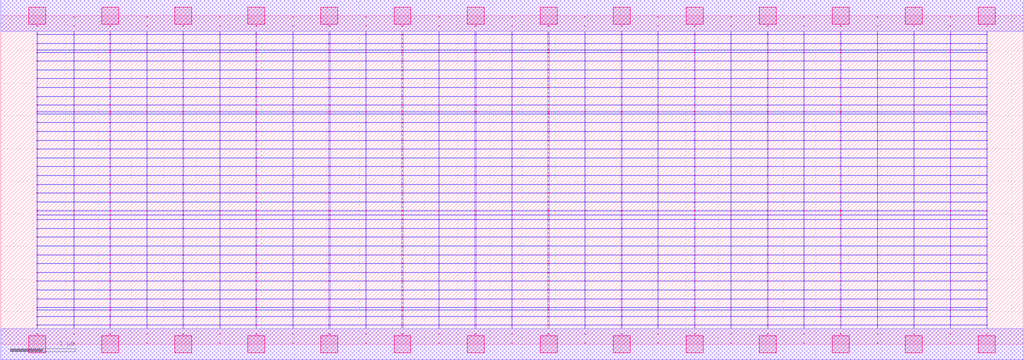
<source format=lef>
MACRO AAOAAAOI22132_DEBUG
 CLASS CORE ;
 FOREIGN AAOAAAOI22132_DEBUG 0 0 ;
 SIZE 15.68 BY 5.04 ;
 ORIGIN 0 0 ;
 SYMMETRY X Y R90 ;
 SITE unit ;

 OBS
    LAYER polycont ;
     RECT 7.83600000 2.58300000 7.84400000 2.59100000 ;
     RECT 7.83600000 2.71800000 7.84400000 2.72600000 ;
     RECT 7.83600000 2.85300000 7.84400000 2.86100000 ;
     RECT 7.83600000 2.98800000 7.84400000 2.99600000 ;
     RECT 12.31600000 3.79800000 12.32400000 3.80600000 ;
     RECT 12.87600000 3.79800000 12.88400000 3.80600000 ;
     RECT 13.43600000 3.79800000 13.44400000 3.80600000 ;
     RECT 13.99600000 3.79800000 14.00400000 3.80600000 ;
     RECT 14.55600000 3.79800000 14.56400000 3.80600000 ;
     RECT 15.11600000 3.79800000 15.12400000 3.80600000 ;
     RECT 12.31600000 3.93300000 12.32400000 3.94100000 ;
     RECT 12.87600000 3.93300000 12.88400000 3.94100000 ;
     RECT 13.43600000 3.93300000 13.44400000 3.94100000 ;
     RECT 13.99600000 3.93300000 14.00400000 3.94100000 ;
     RECT 14.55600000 3.93300000 14.56400000 3.94100000 ;
     RECT 15.11600000 3.93300000 15.12400000 3.94100000 ;
     RECT 12.31600000 4.06800000 12.32400000 4.07600000 ;
     RECT 12.87600000 4.06800000 12.88400000 4.07600000 ;
     RECT 13.43600000 4.06800000 13.44400000 4.07600000 ;
     RECT 13.99600000 4.06800000 14.00400000 4.07600000 ;
     RECT 14.55600000 4.06800000 14.56400000 4.07600000 ;
     RECT 15.11600000 4.06800000 15.12400000 4.07600000 ;
     RECT 12.31600000 4.20300000 12.32400000 4.21100000 ;
     RECT 12.87600000 4.20300000 12.88400000 4.21100000 ;
     RECT 13.43600000 4.20300000 13.44400000 4.21100000 ;
     RECT 13.99600000 4.20300000 14.00400000 4.21100000 ;
     RECT 14.55600000 4.20300000 14.56400000 4.21100000 ;
     RECT 15.11600000 4.20300000 15.12400000 4.21100000 ;
     RECT 12.31600000 4.33800000 12.32400000 4.34600000 ;
     RECT 12.87600000 4.33800000 12.88400000 4.34600000 ;
     RECT 13.43600000 4.33800000 13.44400000 4.34600000 ;
     RECT 13.99600000 4.33800000 14.00400000 4.34600000 ;
     RECT 14.55600000 4.33800000 14.56400000 4.34600000 ;
     RECT 15.11600000 4.33800000 15.12400000 4.34600000 ;
     RECT 12.31600000 4.47300000 12.32400000 4.48100000 ;
     RECT 12.87600000 4.47300000 12.88400000 4.48100000 ;
     RECT 13.43600000 4.47300000 13.44400000 4.48100000 ;
     RECT 13.99600000 4.47300000 14.00400000 4.48100000 ;
     RECT 14.55600000 4.47300000 14.56400000 4.48100000 ;
     RECT 15.11600000 4.47300000 15.12400000 4.48100000 ;
     RECT 12.31600000 4.51100000 12.32400000 4.51900000 ;
     RECT 12.87600000 4.51100000 12.88400000 4.51900000 ;
     RECT 13.43600000 4.51100000 13.44400000 4.51900000 ;
     RECT 13.99600000 4.51100000 14.00400000 4.51900000 ;
     RECT 14.55600000 4.51100000 14.56400000 4.51900000 ;
     RECT 15.11600000 4.51100000 15.12400000 4.51900000 ;
     RECT 12.31600000 4.60800000 12.32400000 4.61600000 ;
     RECT 12.87600000 4.60800000 12.88400000 4.61600000 ;
     RECT 13.43600000 4.60800000 13.44400000 4.61600000 ;
     RECT 13.99600000 4.60800000 14.00400000 4.61600000 ;
     RECT 14.55600000 4.60800000 14.56400000 4.61600000 ;
     RECT 15.11600000 4.60800000 15.12400000 4.61600000 ;
     RECT 12.31600000 4.74300000 12.32400000 4.75100000 ;
     RECT 12.87600000 4.74300000 12.88400000 4.75100000 ;
     RECT 13.43600000 4.74300000 13.44400000 4.75100000 ;
     RECT 13.99600000 4.74300000 14.00400000 4.75100000 ;
     RECT 14.55600000 4.74300000 14.56400000 4.75100000 ;
     RECT 15.11600000 4.74300000 15.12400000 4.75100000 ;
     RECT 12.31600000 4.87800000 12.32400000 4.88600000 ;
     RECT 12.87600000 4.87800000 12.88400000 4.88600000 ;
     RECT 13.43600000 4.87800000 13.44400000 4.88600000 ;
     RECT 13.99600000 4.87800000 14.00400000 4.88600000 ;
     RECT 14.55600000 4.87800000 14.56400000 4.88600000 ;
     RECT 15.11600000 4.87800000 15.12400000 4.88600000 ;
     RECT 8.95600000 2.85300000 8.96400000 2.86100000 ;
     RECT 9.51100000 2.85300000 9.52900000 2.86100000 ;
     RECT 10.07600000 2.85300000 10.08400000 2.86100000 ;
     RECT 10.63100000 2.85300000 10.64900000 2.86100000 ;
     RECT 11.19600000 2.85300000 11.20400000 2.86100000 ;
     RECT 9.51100000 2.58300000 9.52900000 2.59100000 ;
     RECT 8.39100000 2.98800000 8.40900000 2.99600000 ;
     RECT 8.95600000 2.98800000 8.96400000 2.99600000 ;
     RECT 9.51100000 2.98800000 9.52900000 2.99600000 ;
     RECT 10.07600000 2.98800000 10.08400000 2.99600000 ;
     RECT 10.63100000 2.98800000 10.64900000 2.99600000 ;
     RECT 11.19600000 2.98800000 11.20400000 2.99600000 ;
     RECT 10.07600000 2.58300000 10.08400000 2.59100000 ;
     RECT 10.63100000 2.58300000 10.64900000 2.59100000 ;
     RECT 11.19600000 2.58300000 11.20400000 2.59100000 ;
     RECT 8.39100000 2.58300000 8.40900000 2.59100000 ;
     RECT 8.39100000 2.71800000 8.40900000 2.72600000 ;
     RECT 8.95600000 2.71800000 8.96400000 2.72600000 ;
     RECT 9.51100000 2.71800000 9.52900000 2.72600000 ;
     RECT 10.07600000 2.71800000 10.08400000 2.72600000 ;
     RECT 10.63100000 2.71800000 10.64900000 2.72600000 ;
     RECT 11.19600000 2.71800000 11.20400000 2.72600000 ;
     RECT 8.95600000 2.58300000 8.96400000 2.59100000 ;
     RECT 8.39100000 2.85300000 8.40900000 2.86100000 ;
     RECT 13.43600000 3.66300000 13.44400000 3.67100000 ;
     RECT 13.99600000 3.66300000 14.00400000 3.67100000 ;
     RECT 14.55600000 3.66300000 14.56400000 3.67100000 ;
     RECT 15.11600000 3.66300000 15.12400000 3.67100000 ;
     RECT 11.75600000 2.58300000 11.76900000 2.59100000 ;
     RECT 12.31600000 2.58300000 12.32400000 2.59100000 ;
     RECT 12.87600000 2.58300000 12.88400000 2.59100000 ;
     RECT 13.43600000 2.58300000 13.44400000 2.59100000 ;
     RECT 13.99600000 2.58300000 14.00400000 2.59100000 ;
     RECT 14.55600000 2.58300000 14.56400000 2.59100000 ;
     RECT 15.11600000 2.58300000 15.12400000 2.59100000 ;
     RECT 11.75600000 2.85300000 11.76900000 2.86100000 ;
     RECT 12.31600000 2.85300000 12.32400000 2.86100000 ;
     RECT 12.87600000 2.85300000 12.88400000 2.86100000 ;
     RECT 13.43600000 2.85300000 13.44400000 2.86100000 ;
     RECT 13.99600000 2.85300000 14.00400000 2.86100000 ;
     RECT 14.55600000 2.85300000 14.56400000 2.86100000 ;
     RECT 15.11600000 2.85300000 15.12400000 2.86100000 ;
     RECT 11.75600000 2.71800000 11.76900000 2.72600000 ;
     RECT 12.31600000 2.71800000 12.32400000 2.72600000 ;
     RECT 12.87600000 2.71800000 12.88400000 2.72600000 ;
     RECT 13.43600000 2.71800000 13.44400000 2.72600000 ;
     RECT 13.99600000 2.71800000 14.00400000 2.72600000 ;
     RECT 14.55600000 2.71800000 14.56400000 2.72600000 ;
     RECT 15.11600000 2.71800000 15.12400000 2.72600000 ;
     RECT 11.75600000 2.98800000 11.76900000 2.99600000 ;
     RECT 12.31600000 2.98800000 12.32400000 2.99600000 ;
     RECT 12.87600000 2.98800000 12.88400000 2.99600000 ;
     RECT 13.43600000 2.98800000 13.44400000 2.99600000 ;
     RECT 13.99600000 2.98800000 14.00400000 2.99600000 ;
     RECT 14.55600000 2.98800000 14.56400000 2.99600000 ;
     RECT 15.11600000 2.98800000 15.12400000 2.99600000 ;
     RECT 12.31600000 3.12300000 12.32400000 3.13100000 ;
     RECT 12.87600000 3.12300000 12.88400000 3.13100000 ;
     RECT 13.43600000 3.12300000 13.44400000 3.13100000 ;
     RECT 13.99600000 3.12300000 14.00400000 3.13100000 ;
     RECT 14.55600000 3.12300000 14.56400000 3.13100000 ;
     RECT 15.11600000 3.12300000 15.12400000 3.13100000 ;
     RECT 12.31600000 3.25800000 12.32400000 3.26600000 ;
     RECT 12.87600000 3.25800000 12.88400000 3.26600000 ;
     RECT 13.43600000 3.25800000 13.44400000 3.26600000 ;
     RECT 13.99600000 3.25800000 14.00400000 3.26600000 ;
     RECT 14.55600000 3.25800000 14.56400000 3.26600000 ;
     RECT 15.11600000 3.25800000 15.12400000 3.26600000 ;
     RECT 12.31600000 3.39300000 12.32400000 3.40100000 ;
     RECT 12.87600000 3.39300000 12.88400000 3.40100000 ;
     RECT 13.43600000 3.39300000 13.44400000 3.40100000 ;
     RECT 13.99600000 3.39300000 14.00400000 3.40100000 ;
     RECT 14.55600000 3.39300000 14.56400000 3.40100000 ;
     RECT 15.11600000 3.39300000 15.12400000 3.40100000 ;
     RECT 12.31600000 3.52800000 12.32400000 3.53600000 ;
     RECT 12.87600000 3.52800000 12.88400000 3.53600000 ;
     RECT 13.43600000 3.52800000 13.44400000 3.53600000 ;
     RECT 13.99600000 3.52800000 14.00400000 3.53600000 ;
     RECT 14.55600000 3.52800000 14.56400000 3.53600000 ;
     RECT 15.11600000 3.52800000 15.12400000 3.53600000 ;
     RECT 12.31600000 3.56100000 12.32400000 3.56900000 ;
     RECT 12.87600000 3.56100000 12.88400000 3.56900000 ;
     RECT 13.43600000 3.56100000 13.44400000 3.56900000 ;
     RECT 13.99600000 3.56100000 14.00400000 3.56900000 ;
     RECT 14.55600000 3.56100000 14.56400000 3.56900000 ;
     RECT 15.11600000 3.56100000 15.12400000 3.56900000 ;
     RECT 12.31600000 3.66300000 12.32400000 3.67100000 ;
     RECT 12.87600000 3.66300000 12.88400000 3.67100000 ;
     RECT 5.59600000 2.58300000 5.60400000 2.59100000 ;
     RECT 6.15100000 2.58300000 6.16900000 2.59100000 ;
     RECT 6.71600000 2.58300000 6.72400000 2.59100000 ;
     RECT 7.27100000 2.58300000 7.28900000 2.59100000 ;
     RECT 0.55100000 2.58300000 0.56400000 2.59100000 ;
     RECT 0.55100000 2.71800000 0.56400000 2.72600000 ;
     RECT 0.55100000 2.85300000 0.56400000 2.86100000 ;
     RECT 1.11600000 2.85300000 1.12400000 2.86100000 ;
     RECT 1.67100000 2.85300000 1.68900000 2.86100000 ;
     RECT 2.23600000 2.85300000 2.24400000 2.86100000 ;
     RECT 2.79100000 2.85300000 2.80900000 2.86100000 ;
     RECT 3.35600000 2.85300000 3.36400000 2.86100000 ;
     RECT 3.91100000 2.85300000 3.92900000 2.86100000 ;
     RECT 4.47600000 2.85300000 4.48400000 2.86100000 ;
     RECT 5.03100000 2.85300000 5.04900000 2.86100000 ;
     RECT 5.59600000 2.85300000 5.60400000 2.86100000 ;
     RECT 6.15100000 2.85300000 6.16900000 2.86100000 ;
     RECT 6.71600000 2.85300000 6.72400000 2.86100000 ;
     RECT 7.27100000 2.85300000 7.28900000 2.86100000 ;
     RECT 1.11600000 2.71800000 1.12400000 2.72600000 ;
     RECT 1.67100000 2.71800000 1.68900000 2.72600000 ;
     RECT 2.23600000 2.71800000 2.24400000 2.72600000 ;
     RECT 2.79100000 2.71800000 2.80900000 2.72600000 ;
     RECT 3.35600000 2.71800000 3.36400000 2.72600000 ;
     RECT 3.91100000 2.71800000 3.92900000 2.72600000 ;
     RECT 4.47600000 2.71800000 4.48400000 2.72600000 ;
     RECT 5.03100000 2.71800000 5.04900000 2.72600000 ;
     RECT 5.59600000 2.71800000 5.60400000 2.72600000 ;
     RECT 6.15100000 2.71800000 6.16900000 2.72600000 ;
     RECT 6.71600000 2.71800000 6.72400000 2.72600000 ;
     RECT 7.27100000 2.71800000 7.28900000 2.72600000 ;
     RECT 1.11600000 2.58300000 1.12400000 2.59100000 ;
     RECT 1.67100000 2.58300000 1.68900000 2.59100000 ;
     RECT 0.55100000 2.98800000 0.56400000 2.99600000 ;
     RECT 1.11600000 2.98800000 1.12400000 2.99600000 ;
     RECT 1.67100000 2.98800000 1.68900000 2.99600000 ;
     RECT 2.23600000 2.98800000 2.24400000 2.99600000 ;
     RECT 2.79100000 2.98800000 2.80900000 2.99600000 ;
     RECT 3.35600000 2.98800000 3.36400000 2.99600000 ;
     RECT 3.91100000 2.98800000 3.92900000 2.99600000 ;
     RECT 4.47600000 2.98800000 4.48400000 2.99600000 ;
     RECT 5.03100000 2.98800000 5.04900000 2.99600000 ;
     RECT 5.59600000 2.98800000 5.60400000 2.99600000 ;
     RECT 6.15100000 2.98800000 6.16900000 2.99600000 ;
     RECT 6.71600000 2.98800000 6.72400000 2.99600000 ;
     RECT 7.27100000 2.98800000 7.28900000 2.99600000 ;
     RECT 2.23600000 2.58300000 2.24400000 2.59100000 ;
     RECT 2.79100000 2.58300000 2.80900000 2.59100000 ;
     RECT 3.35600000 2.58300000 3.36400000 2.59100000 ;
     RECT 3.91100000 2.58300000 3.92900000 2.59100000 ;
     RECT 4.47600000 2.58300000 4.48400000 2.59100000 ;
     RECT 5.03100000 2.58300000 5.04900000 2.59100000 ;
     RECT 3.35600000 0.42300000 3.36400000 0.43100000 ;
     RECT 6.71600000 0.42300000 6.72400000 0.43100000 ;
     RECT 3.35600000 0.52100000 3.36400000 0.52900000 ;
     RECT 6.71600000 0.52100000 6.72400000 0.52900000 ;
     RECT 3.35600000 0.55800000 3.36400000 0.56600000 ;
     RECT 6.71600000 0.55800000 6.72400000 0.56600000 ;
     RECT 3.35600000 0.69300000 3.36400000 0.70100000 ;
     RECT 6.71600000 0.69300000 6.72400000 0.70100000 ;
     RECT 3.35600000 0.82800000 3.36400000 0.83600000 ;
     RECT 6.71600000 0.82800000 6.72400000 0.83600000 ;
     RECT 3.35600000 0.96300000 3.36400000 0.97100000 ;
     RECT 6.71600000 0.96300000 6.72400000 0.97100000 ;
     RECT 3.35600000 1.09800000 3.36400000 1.10600000 ;
     RECT 6.71600000 1.09800000 6.72400000 1.10600000 ;
     RECT 3.35600000 1.23300000 3.36400000 1.24100000 ;
     RECT 6.71600000 1.23300000 6.72400000 1.24100000 ;
     RECT 3.35600000 1.36800000 3.36400000 1.37600000 ;
     RECT 6.71600000 1.36800000 6.72400000 1.37600000 ;
     RECT 3.35600000 1.50300000 3.36400000 1.51100000 ;
     RECT 6.71600000 1.50300000 6.72400000 1.51100000 ;
     RECT 3.35600000 1.63800000 3.36400000 1.64600000 ;
     RECT 6.71600000 1.63800000 6.72400000 1.64600000 ;
     RECT 3.35600000 1.77300000 3.36400000 1.78100000 ;
     RECT 6.71600000 1.77300000 6.72400000 1.78100000 ;
     RECT 3.35600000 1.90800000 3.36400000 1.91600000 ;
     RECT 6.71600000 1.90800000 6.72400000 1.91600000 ;
     RECT 3.35600000 1.98100000 3.36400000 1.98900000 ;
     RECT 6.71600000 1.98100000 6.72400000 1.98900000 ;
     RECT 3.35600000 2.04300000 3.36400000 2.05100000 ;
     RECT 6.71600000 2.04300000 6.72400000 2.05100000 ;
     RECT 3.35600000 2.17800000 3.36400000 2.18600000 ;
     RECT 6.71600000 2.17800000 6.72400000 2.18600000 ;
     RECT 3.35600000 2.31300000 3.36400000 2.32100000 ;
     RECT 6.71600000 2.31300000 6.72400000 2.32100000 ;
     RECT 3.35600000 2.44800000 3.36400000 2.45600000 ;
     RECT 6.71600000 2.44800000 6.72400000 2.45600000 ;
     RECT 3.35600000 0.15300000 3.36400000 0.16100000 ;
     RECT 6.71600000 0.15300000 6.72400000 0.16100000 ;
     RECT 3.35600000 0.28800000 3.36400000 0.29600000 ;
     RECT 6.71600000 0.28800000 6.72400000 0.29600000 ;
     RECT 11.19600000 1.90800000 11.20400000 1.91600000 ;
     RECT 11.19600000 0.82800000 11.20400000 0.83600000 ;
     RECT 11.19600000 0.55800000 11.20400000 0.56600000 ;
     RECT 11.19600000 1.98100000 11.20400000 1.98900000 ;
     RECT 11.19600000 1.36800000 11.20400000 1.37600000 ;
     RECT 11.19600000 0.28800000 11.20400000 0.29600000 ;
     RECT 11.19600000 2.04300000 11.20400000 2.05100000 ;
     RECT 11.19600000 0.96300000 11.20400000 0.97100000 ;
     RECT 11.19600000 1.50300000 11.20400000 1.51100000 ;
     RECT 11.19600000 2.17800000 11.20400000 2.18600000 ;
     RECT 11.19600000 0.52100000 11.20400000 0.52900000 ;
     RECT 11.19600000 0.69300000 11.20400000 0.70100000 ;
     RECT 11.19600000 2.31300000 11.20400000 2.32100000 ;
     RECT 11.19600000 1.63800000 11.20400000 1.64600000 ;
     RECT 11.19600000 1.09800000 11.20400000 1.10600000 ;
     RECT 11.19600000 2.44800000 11.20400000 2.45600000 ;
     RECT 11.19600000 0.42300000 11.20400000 0.43100000 ;
     RECT 11.19600000 1.77300000 11.20400000 1.78100000 ;
     RECT 11.19600000 0.15300000 11.20400000 0.16100000 ;
     RECT 11.19600000 1.23300000 11.20400000 1.24100000 ;

    LAYER pdiffc ;
     RECT 0.55100000 3.39300000 0.55900000 3.40100000 ;
     RECT 11.76100000 3.39300000 11.76900000 3.40100000 ;
     RECT 0.55100000 3.52800000 0.55900000 3.53600000 ;
     RECT 11.76100000 3.52800000 11.76900000 3.53600000 ;
     RECT 0.55100000 3.56100000 0.55900000 3.56900000 ;
     RECT 11.76100000 3.56100000 11.76900000 3.56900000 ;
     RECT 0.55100000 3.66300000 0.55900000 3.67100000 ;
     RECT 11.76100000 3.66300000 11.76900000 3.67100000 ;
     RECT 0.55100000 3.79800000 0.55900000 3.80600000 ;
     RECT 11.76100000 3.79800000 11.76900000 3.80600000 ;
     RECT 0.55100000 3.93300000 0.55900000 3.94100000 ;
     RECT 11.76100000 3.93300000 11.76900000 3.94100000 ;
     RECT 0.55100000 4.06800000 0.55900000 4.07600000 ;
     RECT 11.76100000 4.06800000 11.76900000 4.07600000 ;
     RECT 0.55100000 4.20300000 0.55900000 4.21100000 ;
     RECT 11.76100000 4.20300000 11.76900000 4.21100000 ;
     RECT 0.55100000 4.33800000 0.55900000 4.34600000 ;
     RECT 11.76100000 4.33800000 11.76900000 4.34600000 ;
     RECT 0.55100000 4.47300000 0.55900000 4.48100000 ;
     RECT 11.76100000 4.47300000 11.76900000 4.48100000 ;
     RECT 0.55100000 4.51100000 0.55900000 4.51900000 ;
     RECT 11.76100000 4.51100000 11.76900000 4.51900000 ;
     RECT 0.55100000 4.60800000 0.55900000 4.61600000 ;
     RECT 11.76100000 4.60800000 11.76900000 4.61600000 ;

    LAYER ndiffc ;
     RECT 11.75600000 0.42300000 11.76900000 0.43100000 ;
     RECT 12.87600000 0.42300000 12.88400000 0.43100000 ;
     RECT 13.99600000 0.42300000 14.00400000 0.43100000 ;
     RECT 15.11600000 0.42300000 15.12400000 0.43100000 ;
     RECT 11.75600000 0.52100000 11.76900000 0.52900000 ;
     RECT 12.87600000 0.52100000 12.88400000 0.52900000 ;
     RECT 13.99600000 0.52100000 14.00400000 0.52900000 ;
     RECT 15.11600000 0.52100000 15.12400000 0.52900000 ;
     RECT 11.75600000 0.55800000 11.76900000 0.56600000 ;
     RECT 12.87600000 0.55800000 12.88400000 0.56600000 ;
     RECT 13.99600000 0.55800000 14.00400000 0.56600000 ;
     RECT 15.11600000 0.55800000 15.12400000 0.56600000 ;
     RECT 11.75600000 0.69300000 11.76900000 0.70100000 ;
     RECT 12.87600000 0.69300000 12.88400000 0.70100000 ;
     RECT 13.99600000 0.69300000 14.00400000 0.70100000 ;
     RECT 15.11600000 0.69300000 15.12400000 0.70100000 ;
     RECT 11.75600000 0.82800000 11.76900000 0.83600000 ;
     RECT 12.87600000 0.82800000 12.88400000 0.83600000 ;
     RECT 13.99600000 0.82800000 14.00400000 0.83600000 ;
     RECT 15.11600000 0.82800000 15.12400000 0.83600000 ;
     RECT 11.75600000 0.96300000 11.76900000 0.97100000 ;
     RECT 12.87600000 0.96300000 12.88400000 0.97100000 ;
     RECT 13.99600000 0.96300000 14.00400000 0.97100000 ;
     RECT 15.11600000 0.96300000 15.12400000 0.97100000 ;
     RECT 11.75600000 1.09800000 11.76900000 1.10600000 ;
     RECT 12.87600000 1.09800000 12.88400000 1.10600000 ;
     RECT 13.99600000 1.09800000 14.00400000 1.10600000 ;
     RECT 15.11600000 1.09800000 15.12400000 1.10600000 ;
     RECT 11.75600000 1.23300000 11.76900000 1.24100000 ;
     RECT 12.87600000 1.23300000 12.88400000 1.24100000 ;
     RECT 13.99600000 1.23300000 14.00400000 1.24100000 ;
     RECT 15.11600000 1.23300000 15.12400000 1.24100000 ;
     RECT 11.75600000 1.36800000 11.76900000 1.37600000 ;
     RECT 12.87600000 1.36800000 12.88400000 1.37600000 ;
     RECT 13.99600000 1.36800000 14.00400000 1.37600000 ;
     RECT 15.11600000 1.36800000 15.12400000 1.37600000 ;
     RECT 11.75600000 1.50300000 11.76900000 1.51100000 ;
     RECT 12.87600000 1.50300000 12.88400000 1.51100000 ;
     RECT 13.99600000 1.50300000 14.00400000 1.51100000 ;
     RECT 15.11600000 1.50300000 15.12400000 1.51100000 ;
     RECT 11.75600000 1.63800000 11.76900000 1.64600000 ;
     RECT 12.87600000 1.63800000 12.88400000 1.64600000 ;
     RECT 13.99600000 1.63800000 14.00400000 1.64600000 ;
     RECT 15.11600000 1.63800000 15.12400000 1.64600000 ;
     RECT 11.75600000 1.77300000 11.76900000 1.78100000 ;
     RECT 12.87600000 1.77300000 12.88400000 1.78100000 ;
     RECT 13.99600000 1.77300000 14.00400000 1.78100000 ;
     RECT 15.11600000 1.77300000 15.12400000 1.78100000 ;
     RECT 11.75600000 1.90800000 11.76900000 1.91600000 ;
     RECT 12.87600000 1.90800000 12.88400000 1.91600000 ;
     RECT 13.99600000 1.90800000 14.00400000 1.91600000 ;
     RECT 15.11600000 1.90800000 15.12400000 1.91600000 ;
     RECT 11.75600000 1.98100000 11.76900000 1.98900000 ;
     RECT 12.87600000 1.98100000 12.88400000 1.98900000 ;
     RECT 13.99600000 1.98100000 14.00400000 1.98900000 ;
     RECT 15.11600000 1.98100000 15.12400000 1.98900000 ;
     RECT 11.75600000 2.04300000 11.76900000 2.05100000 ;
     RECT 12.87600000 2.04300000 12.88400000 2.05100000 ;
     RECT 13.99600000 2.04300000 14.00400000 2.05100000 ;
     RECT 15.11600000 2.04300000 15.12400000 2.05100000 ;
     RECT 10.63100000 0.52100000 10.64900000 0.52900000 ;
     RECT 9.51100000 0.42300000 9.52900000 0.43100000 ;
     RECT 8.39100000 0.96300000 8.40900000 0.97100000 ;
     RECT 8.39100000 1.50300000 8.40900000 1.51100000 ;
     RECT 9.51100000 1.50300000 9.52900000 1.51100000 ;
     RECT 10.63100000 1.50300000 10.64900000 1.51100000 ;
     RECT 9.51100000 0.96300000 9.52900000 0.97100000 ;
     RECT 10.63100000 0.96300000 10.64900000 0.97100000 ;
     RECT 10.63100000 0.42300000 10.64900000 0.43100000 ;
     RECT 8.39100000 0.69300000 8.40900000 0.70100000 ;
     RECT 8.39100000 1.63800000 8.40900000 1.64600000 ;
     RECT 9.51100000 1.63800000 9.52900000 1.64600000 ;
     RECT 10.63100000 1.63800000 10.64900000 1.64600000 ;
     RECT 9.51100000 0.69300000 9.52900000 0.70100000 ;
     RECT 10.63100000 0.69300000 10.64900000 0.70100000 ;
     RECT 8.39100000 1.09800000 8.40900000 1.10600000 ;
     RECT 9.51100000 1.09800000 9.52900000 1.10600000 ;
     RECT 8.39100000 1.77300000 8.40900000 1.78100000 ;
     RECT 9.51100000 1.77300000 9.52900000 1.78100000 ;
     RECT 10.63100000 1.77300000 10.64900000 1.78100000 ;
     RECT 10.63100000 1.09800000 10.64900000 1.10600000 ;
     RECT 8.39100000 0.42300000 8.40900000 0.43100000 ;
     RECT 8.39100000 0.52100000 8.40900000 0.52900000 ;
     RECT 8.39100000 0.55800000 8.40900000 0.56600000 ;
     RECT 8.39100000 1.90800000 8.40900000 1.91600000 ;
     RECT 9.51100000 1.90800000 9.52900000 1.91600000 ;
     RECT 10.63100000 1.90800000 10.64900000 1.91600000 ;
     RECT 9.51100000 0.55800000 9.52900000 0.56600000 ;
     RECT 8.39100000 1.23300000 8.40900000 1.24100000 ;
     RECT 9.51100000 1.23300000 9.52900000 1.24100000 ;
     RECT 10.63100000 1.23300000 10.64900000 1.24100000 ;
     RECT 8.39100000 1.98100000 8.40900000 1.98900000 ;
     RECT 9.51100000 1.98100000 9.52900000 1.98900000 ;
     RECT 10.63100000 1.98100000 10.64900000 1.98900000 ;
     RECT 8.39100000 0.82800000 8.40900000 0.83600000 ;
     RECT 9.51100000 0.82800000 9.52900000 0.83600000 ;
     RECT 10.63100000 0.82800000 10.64900000 0.83600000 ;
     RECT 10.63100000 0.55800000 10.64900000 0.56600000 ;
     RECT 8.39100000 2.04300000 8.40900000 2.05100000 ;
     RECT 9.51100000 2.04300000 9.52900000 2.05100000 ;
     RECT 10.63100000 2.04300000 10.64900000 2.05100000 ;
     RECT 8.39100000 1.36800000 8.40900000 1.37600000 ;
     RECT 9.51100000 1.36800000 9.52900000 1.37600000 ;
     RECT 10.63100000 1.36800000 10.64900000 1.37600000 ;
     RECT 9.51100000 0.52100000 9.52900000 0.52900000 ;
     RECT 5.03100000 0.42300000 5.04900000 0.43100000 ;
     RECT 6.15100000 0.42300000 6.16900000 0.43100000 ;
     RECT 7.27100000 0.42300000 7.28900000 0.43100000 ;
     RECT 5.03100000 1.36800000 5.04900000 1.37600000 ;
     RECT 6.15100000 1.36800000 6.16900000 1.37600000 ;
     RECT 7.27100000 1.36800000 7.28900000 1.37600000 ;
     RECT 5.03100000 0.82800000 5.04900000 0.83600000 ;
     RECT 6.15100000 0.82800000 6.16900000 0.83600000 ;
     RECT 7.27100000 0.82800000 7.28900000 0.83600000 ;
     RECT 5.03100000 1.50300000 5.04900000 1.51100000 ;
     RECT 6.15100000 1.50300000 6.16900000 1.51100000 ;
     RECT 7.27100000 1.50300000 7.28900000 1.51100000 ;
     RECT 5.03100000 0.55800000 5.04900000 0.56600000 ;
     RECT 6.15100000 0.55800000 6.16900000 0.56600000 ;
     RECT 7.27100000 0.55800000 7.28900000 0.56600000 ;
     RECT 5.03100000 1.63800000 5.04900000 1.64600000 ;
     RECT 6.15100000 1.63800000 6.16900000 1.64600000 ;
     RECT 7.27100000 1.63800000 7.28900000 1.64600000 ;
     RECT 5.03100000 0.96300000 5.04900000 0.97100000 ;
     RECT 6.15100000 0.96300000 6.16900000 0.97100000 ;
     RECT 7.27100000 0.96300000 7.28900000 0.97100000 ;
     RECT 5.03100000 1.77300000 5.04900000 1.78100000 ;
     RECT 6.15100000 1.77300000 6.16900000 1.78100000 ;
     RECT 7.27100000 1.77300000 7.28900000 1.78100000 ;
     RECT 5.03100000 0.52100000 5.04900000 0.52900000 ;
     RECT 6.15100000 0.52100000 6.16900000 0.52900000 ;
     RECT 7.27100000 0.52100000 7.28900000 0.52900000 ;
     RECT 5.03100000 1.90800000 5.04900000 1.91600000 ;
     RECT 6.15100000 1.90800000 6.16900000 1.91600000 ;
     RECT 7.27100000 1.90800000 7.28900000 1.91600000 ;
     RECT 5.03100000 1.09800000 5.04900000 1.10600000 ;
     RECT 6.15100000 1.09800000 6.16900000 1.10600000 ;
     RECT 7.27100000 1.09800000 7.28900000 1.10600000 ;
     RECT 5.03100000 1.98100000 5.04900000 1.98900000 ;
     RECT 6.15100000 1.98100000 6.16900000 1.98900000 ;
     RECT 7.27100000 1.98100000 7.28900000 1.98900000 ;
     RECT 5.03100000 0.69300000 5.04900000 0.70100000 ;
     RECT 6.15100000 0.69300000 6.16900000 0.70100000 ;
     RECT 7.27100000 0.69300000 7.28900000 0.70100000 ;
     RECT 5.03100000 2.04300000 5.04900000 2.05100000 ;
     RECT 6.15100000 2.04300000 6.16900000 2.05100000 ;
     RECT 7.27100000 2.04300000 7.28900000 2.05100000 ;
     RECT 5.03100000 1.23300000 5.04900000 1.24100000 ;
     RECT 6.15100000 1.23300000 6.16900000 1.24100000 ;
     RECT 7.27100000 1.23300000 7.28900000 1.24100000 ;
     RECT 3.91100000 0.96300000 3.92900000 0.97100000 ;
     RECT 2.79100000 0.42300000 2.80900000 0.43100000 ;
     RECT 0.55100000 1.36800000 0.56400000 1.37600000 ;
     RECT 1.67100000 1.36800000 1.68900000 1.37600000 ;
     RECT 0.55100000 1.77300000 0.56400000 1.78100000 ;
     RECT 1.67100000 1.77300000 1.68900000 1.78100000 ;
     RECT 2.79100000 1.77300000 2.80900000 1.78100000 ;
     RECT 3.91100000 1.77300000 3.92900000 1.78100000 ;
     RECT 0.55100000 1.50300000 0.56400000 1.51100000 ;
     RECT 1.67100000 1.50300000 1.68900000 1.51100000 ;
     RECT 2.79100000 1.50300000 2.80900000 1.51100000 ;
     RECT 0.55100000 0.52100000 0.56400000 0.52900000 ;
     RECT 1.67100000 0.52100000 1.68900000 0.52900000 ;
     RECT 2.79100000 0.52100000 2.80900000 0.52900000 ;
     RECT 3.91100000 0.52100000 3.92900000 0.52900000 ;
     RECT 3.91100000 1.50300000 3.92900000 1.51100000 ;
     RECT 2.79100000 1.36800000 2.80900000 1.37600000 ;
     RECT 3.91100000 1.36800000 3.92900000 1.37600000 ;
     RECT 0.55100000 1.90800000 0.56400000 1.91600000 ;
     RECT 1.67100000 1.90800000 1.68900000 1.91600000 ;
     RECT 2.79100000 1.90800000 2.80900000 1.91600000 ;
     RECT 3.91100000 1.90800000 3.92900000 1.91600000 ;
     RECT 3.91100000 0.42300000 3.92900000 0.43100000 ;
     RECT 0.55100000 0.55800000 0.56400000 0.56600000 ;
     RECT 1.67100000 0.55800000 1.68900000 0.56600000 ;
     RECT 0.55100000 1.09800000 0.56400000 1.10600000 ;
     RECT 1.67100000 1.09800000 1.68900000 1.10600000 ;
     RECT 2.79100000 1.09800000 2.80900000 1.10600000 ;
     RECT 3.91100000 1.09800000 3.92900000 1.10600000 ;
     RECT 2.79100000 0.55800000 2.80900000 0.56600000 ;
     RECT 3.91100000 0.55800000 3.92900000 0.56600000 ;
     RECT 0.55100000 0.42300000 0.56400000 0.43100000 ;
     RECT 0.55100000 1.98100000 0.56400000 1.98900000 ;
     RECT 1.67100000 1.98100000 1.68900000 1.98900000 ;
     RECT 2.79100000 1.98100000 2.80900000 1.98900000 ;
     RECT 3.91100000 1.98100000 3.92900000 1.98900000 ;
     RECT 1.67100000 0.42300000 1.68900000 0.43100000 ;
     RECT 0.55100000 0.82800000 0.56400000 0.83600000 ;
     RECT 0.55100000 1.63800000 0.56400000 1.64600000 ;
     RECT 0.55100000 0.69300000 0.56400000 0.70100000 ;
     RECT 1.67100000 0.69300000 1.68900000 0.70100000 ;
     RECT 2.79100000 0.69300000 2.80900000 0.70100000 ;
     RECT 3.91100000 0.69300000 3.92900000 0.70100000 ;
     RECT 1.67100000 1.63800000 1.68900000 1.64600000 ;
     RECT 2.79100000 1.63800000 2.80900000 1.64600000 ;
     RECT 3.91100000 1.63800000 3.92900000 1.64600000 ;
     RECT 0.55100000 2.04300000 0.56400000 2.05100000 ;
     RECT 1.67100000 2.04300000 1.68900000 2.05100000 ;
     RECT 2.79100000 2.04300000 2.80900000 2.05100000 ;
     RECT 3.91100000 2.04300000 3.92900000 2.05100000 ;
     RECT 1.67100000 0.82800000 1.68900000 0.83600000 ;
     RECT 2.79100000 0.82800000 2.80900000 0.83600000 ;
     RECT 3.91100000 0.82800000 3.92900000 0.83600000 ;
     RECT 0.55100000 1.23300000 0.56400000 1.24100000 ;
     RECT 1.67100000 1.23300000 1.68900000 1.24100000 ;
     RECT 2.79100000 1.23300000 2.80900000 1.24100000 ;
     RECT 3.91100000 1.23300000 3.92900000 1.24100000 ;
     RECT 0.55100000 0.96300000 0.56400000 0.97100000 ;
     RECT 1.67100000 0.96300000 1.68900000 0.97100000 ;
     RECT 2.79100000 0.96300000 2.80900000 0.97100000 ;

    LAYER met1 ;
     RECT 0.00000000 -0.24000000 15.68000000 0.24000000 ;
     RECT 7.83600000 0.24000000 7.84400000 0.28800000 ;
     RECT 0.55100000 0.28800000 15.12400000 0.29600000 ;
     RECT 7.83600000 0.29600000 7.84400000 0.42300000 ;
     RECT 0.55100000 0.42300000 15.12400000 0.43100000 ;
     RECT 7.83600000 0.43100000 7.84400000 0.52100000 ;
     RECT 0.55100000 0.52100000 15.12400000 0.52900000 ;
     RECT 7.83600000 0.52900000 7.84400000 0.55800000 ;
     RECT 0.55100000 0.55800000 15.12400000 0.56600000 ;
     RECT 7.83600000 0.56600000 7.84400000 0.69300000 ;
     RECT 0.55100000 0.69300000 15.12400000 0.70100000 ;
     RECT 7.83600000 0.70100000 7.84400000 0.82800000 ;
     RECT 0.55100000 0.82800000 15.12400000 0.83600000 ;
     RECT 7.83600000 0.83600000 7.84400000 0.96300000 ;
     RECT 0.55100000 0.96300000 15.12400000 0.97100000 ;
     RECT 7.83600000 0.97100000 7.84400000 1.09800000 ;
     RECT 0.55100000 1.09800000 15.12400000 1.10600000 ;
     RECT 7.83600000 1.10600000 7.84400000 1.23300000 ;
     RECT 0.55100000 1.23300000 15.12400000 1.24100000 ;
     RECT 7.83600000 1.24100000 7.84400000 1.36800000 ;
     RECT 0.55100000 1.36800000 15.12400000 1.37600000 ;
     RECT 7.83600000 1.37600000 7.84400000 1.50300000 ;
     RECT 0.55100000 1.50300000 15.12400000 1.51100000 ;
     RECT 7.83600000 1.51100000 7.84400000 1.63800000 ;
     RECT 0.55100000 1.63800000 15.12400000 1.64600000 ;
     RECT 7.83600000 1.64600000 7.84400000 1.77300000 ;
     RECT 0.55100000 1.77300000 15.12400000 1.78100000 ;
     RECT 7.83600000 1.78100000 7.84400000 1.90800000 ;
     RECT 0.55100000 1.90800000 15.12400000 1.91600000 ;
     RECT 7.83600000 1.91600000 7.84400000 1.98100000 ;
     RECT 0.55100000 1.98100000 15.12400000 1.98900000 ;
     RECT 7.83600000 1.98900000 7.84400000 2.04300000 ;
     RECT 0.55100000 2.04300000 15.12400000 2.05100000 ;
     RECT 7.83600000 2.05100000 7.84400000 2.17800000 ;
     RECT 0.55100000 2.17800000 15.12400000 2.18600000 ;
     RECT 7.83600000 2.18600000 7.84400000 2.31300000 ;
     RECT 0.55100000 2.31300000 15.12400000 2.32100000 ;
     RECT 7.83600000 2.32100000 7.84400000 2.44800000 ;
     RECT 0.55100000 2.44800000 15.12400000 2.45600000 ;
     RECT 0.55100000 2.45600000 0.56400000 2.58300000 ;
     RECT 1.11600000 2.45600000 1.12400000 2.58300000 ;
     RECT 1.67100000 2.45600000 1.68900000 2.58300000 ;
     RECT 2.23600000 2.45600000 2.24400000 2.58300000 ;
     RECT 2.79100000 2.45600000 2.80900000 2.58300000 ;
     RECT 3.35600000 2.45600000 3.36400000 2.58300000 ;
     RECT 3.91100000 2.45600000 3.92900000 2.58300000 ;
     RECT 4.47600000 2.45600000 4.48400000 2.58300000 ;
     RECT 5.03100000 2.45600000 5.04900000 2.58300000 ;
     RECT 5.59600000 2.45600000 5.60400000 2.58300000 ;
     RECT 6.15100000 2.45600000 6.16900000 2.58300000 ;
     RECT 6.71600000 2.45600000 6.72400000 2.58300000 ;
     RECT 7.27100000 2.45600000 7.28900000 2.58300000 ;
     RECT 7.83600000 2.45600000 7.84400000 2.58300000 ;
     RECT 8.39100000 2.45600000 8.40900000 2.58300000 ;
     RECT 8.95600000 2.45600000 8.96400000 2.58300000 ;
     RECT 9.51100000 2.45600000 9.52900000 2.58300000 ;
     RECT 10.07600000 2.45600000 10.08400000 2.58300000 ;
     RECT 10.63100000 2.45600000 10.64900000 2.58300000 ;
     RECT 11.19600000 2.45600000 11.20400000 2.58300000 ;
     RECT 11.75600000 2.45600000 11.76900000 2.58300000 ;
     RECT 12.31600000 2.45600000 12.32400000 2.58300000 ;
     RECT 12.87600000 2.45600000 12.88400000 2.58300000 ;
     RECT 13.43600000 2.45600000 13.44400000 2.58300000 ;
     RECT 13.99600000 2.45600000 14.00400000 2.58300000 ;
     RECT 14.55600000 2.45600000 14.56400000 2.58300000 ;
     RECT 15.11600000 2.45600000 15.12400000 2.58300000 ;
     RECT 0.55100000 2.58300000 15.12400000 2.59100000 ;
     RECT 7.83600000 2.59100000 7.84400000 2.71800000 ;
     RECT 0.55100000 2.71800000 15.12400000 2.72600000 ;
     RECT 7.83600000 2.72600000 7.84400000 2.85300000 ;
     RECT 0.55100000 2.85300000 15.12400000 2.86100000 ;
     RECT 7.83600000 2.86100000 7.84400000 2.98800000 ;
     RECT 0.55100000 2.98800000 15.12400000 2.99600000 ;
     RECT 7.83600000 2.99600000 7.84400000 3.12300000 ;
     RECT 0.55100000 3.12300000 15.12400000 3.13100000 ;
     RECT 7.83600000 3.13100000 7.84400000 3.25800000 ;
     RECT 0.55100000 3.25800000 15.12400000 3.26600000 ;
     RECT 7.83600000 3.26600000 7.84400000 3.39300000 ;
     RECT 0.55100000 3.39300000 15.12400000 3.40100000 ;
     RECT 7.83600000 3.40100000 7.84400000 3.52800000 ;
     RECT 0.55100000 3.52800000 15.12400000 3.53600000 ;
     RECT 7.83600000 3.53600000 7.84400000 3.56100000 ;
     RECT 0.55100000 3.56100000 15.12400000 3.56900000 ;
     RECT 7.83600000 3.56900000 7.84400000 3.66300000 ;
     RECT 0.55100000 3.66300000 15.12400000 3.67100000 ;
     RECT 7.83600000 3.67100000 7.84400000 3.79800000 ;
     RECT 0.55100000 3.79800000 15.12400000 3.80600000 ;
     RECT 7.83600000 3.80600000 7.84400000 3.93300000 ;
     RECT 0.55100000 3.93300000 15.12400000 3.94100000 ;
     RECT 7.83600000 3.94100000 7.84400000 4.06800000 ;
     RECT 0.55100000 4.06800000 15.12400000 4.07600000 ;
     RECT 7.83600000 4.07600000 7.84400000 4.20300000 ;
     RECT 0.55100000 4.20300000 15.12400000 4.21100000 ;
     RECT 7.83600000 4.21100000 7.84400000 4.33800000 ;
     RECT 0.55100000 4.33800000 15.12400000 4.34600000 ;
     RECT 7.83600000 4.34600000 7.84400000 4.47300000 ;
     RECT 0.55100000 4.47300000 15.12400000 4.48100000 ;
     RECT 7.83600000 4.48100000 7.84400000 4.51100000 ;
     RECT 0.55100000 4.51100000 15.12400000 4.51900000 ;
     RECT 7.83600000 4.51900000 7.84400000 4.60800000 ;
     RECT 0.55100000 4.60800000 15.12400000 4.61600000 ;
     RECT 7.83600000 4.61600000 7.84400000 4.74300000 ;
     RECT 0.55100000 4.74300000 15.12400000 4.75100000 ;
     RECT 7.83600000 4.75100000 7.84400000 4.80000000 ;
     RECT 0.00000000 4.80000000 15.68000000 5.28000000 ;
     RECT 11.75600000 2.99600000 11.76900000 3.12300000 ;
     RECT 11.75600000 2.59100000 11.76900000 2.71800000 ;
     RECT 11.75600000 3.13100000 11.76900000 3.25800000 ;
     RECT 11.75600000 3.26600000 11.76900000 3.39300000 ;
     RECT 11.75600000 3.40100000 11.76900000 3.52800000 ;
     RECT 11.75600000 3.53600000 11.76900000 3.56100000 ;
     RECT 11.75600000 3.56900000 11.76900000 3.66300000 ;
     RECT 11.75600000 3.67100000 11.76900000 3.79800000 ;
     RECT 8.39100000 3.80600000 8.40900000 3.93300000 ;
     RECT 8.95600000 3.80600000 8.96400000 3.93300000 ;
     RECT 9.51100000 3.80600000 9.52900000 3.93300000 ;
     RECT 10.07600000 3.80600000 10.08400000 3.93300000 ;
     RECT 10.63100000 3.80600000 10.64900000 3.93300000 ;
     RECT 11.19600000 3.80600000 11.20400000 3.93300000 ;
     RECT 11.75600000 3.80600000 11.76900000 3.93300000 ;
     RECT 12.31600000 3.80600000 12.32400000 3.93300000 ;
     RECT 12.87600000 3.80600000 12.88400000 3.93300000 ;
     RECT 13.43600000 3.80600000 13.44400000 3.93300000 ;
     RECT 13.99600000 3.80600000 14.00400000 3.93300000 ;
     RECT 14.55600000 3.80600000 14.56400000 3.93300000 ;
     RECT 15.11600000 3.80600000 15.12400000 3.93300000 ;
     RECT 11.75600000 2.72600000 11.76900000 2.85300000 ;
     RECT 11.75600000 3.94100000 11.76900000 4.06800000 ;
     RECT 11.75600000 4.07600000 11.76900000 4.20300000 ;
     RECT 11.75600000 4.21100000 11.76900000 4.33800000 ;
     RECT 11.75600000 4.34600000 11.76900000 4.47300000 ;
     RECT 11.75600000 4.48100000 11.76900000 4.51100000 ;
     RECT 11.75600000 4.51900000 11.76900000 4.60800000 ;
     RECT 11.75600000 4.61600000 11.76900000 4.74300000 ;
     RECT 11.75600000 4.75100000 11.76900000 4.80000000 ;
     RECT 11.75600000 2.86100000 11.76900000 2.98800000 ;
     RECT 12.87600000 4.07600000 12.88400000 4.20300000 ;
     RECT 13.43600000 4.07600000 13.44400000 4.20300000 ;
     RECT 13.99600000 4.07600000 14.00400000 4.20300000 ;
     RECT 14.55600000 4.07600000 14.56400000 4.20300000 ;
     RECT 15.11600000 4.07600000 15.12400000 4.20300000 ;
     RECT 12.87600000 3.94100000 12.88400000 4.06800000 ;
     RECT 12.31600000 4.21100000 12.32400000 4.33800000 ;
     RECT 12.87600000 4.21100000 12.88400000 4.33800000 ;
     RECT 13.43600000 4.21100000 13.44400000 4.33800000 ;
     RECT 13.99600000 4.21100000 14.00400000 4.33800000 ;
     RECT 14.55600000 4.21100000 14.56400000 4.33800000 ;
     RECT 15.11600000 4.21100000 15.12400000 4.33800000 ;
     RECT 13.43600000 3.94100000 13.44400000 4.06800000 ;
     RECT 12.31600000 4.34600000 12.32400000 4.47300000 ;
     RECT 12.87600000 4.34600000 12.88400000 4.47300000 ;
     RECT 13.43600000 4.34600000 13.44400000 4.47300000 ;
     RECT 13.99600000 4.34600000 14.00400000 4.47300000 ;
     RECT 14.55600000 4.34600000 14.56400000 4.47300000 ;
     RECT 15.11600000 4.34600000 15.12400000 4.47300000 ;
     RECT 13.99600000 3.94100000 14.00400000 4.06800000 ;
     RECT 12.31600000 4.48100000 12.32400000 4.51100000 ;
     RECT 12.87600000 4.48100000 12.88400000 4.51100000 ;
     RECT 13.43600000 4.48100000 13.44400000 4.51100000 ;
     RECT 13.99600000 4.48100000 14.00400000 4.51100000 ;
     RECT 14.55600000 4.48100000 14.56400000 4.51100000 ;
     RECT 15.11600000 4.48100000 15.12400000 4.51100000 ;
     RECT 14.55600000 3.94100000 14.56400000 4.06800000 ;
     RECT 12.31600000 4.51900000 12.32400000 4.60800000 ;
     RECT 12.87600000 4.51900000 12.88400000 4.60800000 ;
     RECT 13.43600000 4.51900000 13.44400000 4.60800000 ;
     RECT 13.99600000 4.51900000 14.00400000 4.60800000 ;
     RECT 14.55600000 4.51900000 14.56400000 4.60800000 ;
     RECT 15.11600000 4.51900000 15.12400000 4.60800000 ;
     RECT 15.11600000 3.94100000 15.12400000 4.06800000 ;
     RECT 12.31600000 4.61600000 12.32400000 4.74300000 ;
     RECT 12.87600000 4.61600000 12.88400000 4.74300000 ;
     RECT 13.43600000 4.61600000 13.44400000 4.74300000 ;
     RECT 13.99600000 4.61600000 14.00400000 4.74300000 ;
     RECT 14.55600000 4.61600000 14.56400000 4.74300000 ;
     RECT 15.11600000 4.61600000 15.12400000 4.74300000 ;
     RECT 12.31600000 3.94100000 12.32400000 4.06800000 ;
     RECT 12.31600000 4.75100000 12.32400000 4.80000000 ;
     RECT 12.87600000 4.75100000 12.88400000 4.80000000 ;
     RECT 13.43600000 4.75100000 13.44400000 4.80000000 ;
     RECT 13.99600000 4.75100000 14.00400000 4.80000000 ;
     RECT 14.55600000 4.75100000 14.56400000 4.80000000 ;
     RECT 15.11600000 4.75100000 15.12400000 4.80000000 ;
     RECT 12.31600000 4.07600000 12.32400000 4.20300000 ;
     RECT 11.19600000 4.48100000 11.20400000 4.51100000 ;
     RECT 9.51100000 4.21100000 9.52900000 4.33800000 ;
     RECT 10.07600000 4.21100000 10.08400000 4.33800000 ;
     RECT 10.63100000 4.21100000 10.64900000 4.33800000 ;
     RECT 11.19600000 4.21100000 11.20400000 4.33800000 ;
     RECT 8.95600000 4.07600000 8.96400000 4.20300000 ;
     RECT 9.51100000 4.07600000 9.52900000 4.20300000 ;
     RECT 10.07600000 4.07600000 10.08400000 4.20300000 ;
     RECT 8.39100000 4.51900000 8.40900000 4.60800000 ;
     RECT 8.95600000 4.51900000 8.96400000 4.60800000 ;
     RECT 9.51100000 4.51900000 9.52900000 4.60800000 ;
     RECT 10.07600000 4.51900000 10.08400000 4.60800000 ;
     RECT 10.63100000 4.51900000 10.64900000 4.60800000 ;
     RECT 11.19600000 4.51900000 11.20400000 4.60800000 ;
     RECT 10.63100000 4.07600000 10.64900000 4.20300000 ;
     RECT 11.19600000 4.07600000 11.20400000 4.20300000 ;
     RECT 8.95600000 3.94100000 8.96400000 4.06800000 ;
     RECT 9.51100000 3.94100000 9.52900000 4.06800000 ;
     RECT 8.39100000 4.34600000 8.40900000 4.47300000 ;
     RECT 8.95600000 4.34600000 8.96400000 4.47300000 ;
     RECT 9.51100000 4.34600000 9.52900000 4.47300000 ;
     RECT 8.39100000 4.61600000 8.40900000 4.74300000 ;
     RECT 8.95600000 4.61600000 8.96400000 4.74300000 ;
     RECT 9.51100000 4.61600000 9.52900000 4.74300000 ;
     RECT 10.07600000 4.61600000 10.08400000 4.74300000 ;
     RECT 10.63100000 4.61600000 10.64900000 4.74300000 ;
     RECT 11.19600000 4.61600000 11.20400000 4.74300000 ;
     RECT 10.07600000 4.34600000 10.08400000 4.47300000 ;
     RECT 10.63100000 4.34600000 10.64900000 4.47300000 ;
     RECT 11.19600000 4.34600000 11.20400000 4.47300000 ;
     RECT 10.07600000 3.94100000 10.08400000 4.06800000 ;
     RECT 10.63100000 3.94100000 10.64900000 4.06800000 ;
     RECT 11.19600000 3.94100000 11.20400000 4.06800000 ;
     RECT 8.39100000 3.94100000 8.40900000 4.06800000 ;
     RECT 8.39100000 4.75100000 8.40900000 4.80000000 ;
     RECT 8.95600000 4.75100000 8.96400000 4.80000000 ;
     RECT 9.51100000 4.75100000 9.52900000 4.80000000 ;
     RECT 10.07600000 4.75100000 10.08400000 4.80000000 ;
     RECT 10.63100000 4.75100000 10.64900000 4.80000000 ;
     RECT 11.19600000 4.75100000 11.20400000 4.80000000 ;
     RECT 8.39100000 4.07600000 8.40900000 4.20300000 ;
     RECT 8.39100000 4.21100000 8.40900000 4.33800000 ;
     RECT 8.95600000 4.21100000 8.96400000 4.33800000 ;
     RECT 8.39100000 4.48100000 8.40900000 4.51100000 ;
     RECT 8.95600000 4.48100000 8.96400000 4.51100000 ;
     RECT 9.51100000 4.48100000 9.52900000 4.51100000 ;
     RECT 10.07600000 4.48100000 10.08400000 4.51100000 ;
     RECT 10.63100000 4.48100000 10.64900000 4.51100000 ;
     RECT 10.07600000 2.59100000 10.08400000 2.71800000 ;
     RECT 11.19600000 3.26600000 11.20400000 3.39300000 ;
     RECT 8.95600000 2.99600000 8.96400000 3.12300000 ;
     RECT 8.39100000 3.40100000 8.40900000 3.52800000 ;
     RECT 8.95600000 3.40100000 8.96400000 3.52800000 ;
     RECT 9.51100000 3.40100000 9.52900000 3.52800000 ;
     RECT 10.07600000 3.40100000 10.08400000 3.52800000 ;
     RECT 10.63100000 3.40100000 10.64900000 3.52800000 ;
     RECT 11.19600000 3.40100000 11.20400000 3.52800000 ;
     RECT 9.51100000 2.99600000 9.52900000 3.12300000 ;
     RECT 8.39100000 2.59100000 8.40900000 2.71800000 ;
     RECT 8.39100000 3.53600000 8.40900000 3.56100000 ;
     RECT 8.95600000 3.53600000 8.96400000 3.56100000 ;
     RECT 9.51100000 3.53600000 9.52900000 3.56100000 ;
     RECT 8.39100000 2.86100000 8.40900000 2.98800000 ;
     RECT 8.95600000 2.86100000 8.96400000 2.98800000 ;
     RECT 10.07600000 3.53600000 10.08400000 3.56100000 ;
     RECT 10.63100000 3.53600000 10.64900000 3.56100000 ;
     RECT 11.19600000 3.53600000 11.20400000 3.56100000 ;
     RECT 10.07600000 2.99600000 10.08400000 3.12300000 ;
     RECT 8.95600000 2.59100000 8.96400000 2.71800000 ;
     RECT 8.39100000 2.72600000 8.40900000 2.85300000 ;
     RECT 8.39100000 3.56900000 8.40900000 3.66300000 ;
     RECT 8.95600000 3.56900000 8.96400000 3.66300000 ;
     RECT 9.51100000 3.56900000 9.52900000 3.66300000 ;
     RECT 10.07600000 3.56900000 10.08400000 3.66300000 ;
     RECT 10.63100000 3.56900000 10.64900000 3.66300000 ;
     RECT 11.19600000 3.56900000 11.20400000 3.66300000 ;
     RECT 10.63100000 2.99600000 10.64900000 3.12300000 ;
     RECT 9.51100000 2.86100000 9.52900000 2.98800000 ;
     RECT 10.07600000 2.86100000 10.08400000 2.98800000 ;
     RECT 8.95600000 2.72600000 8.96400000 2.85300000 ;
     RECT 9.51100000 2.72600000 9.52900000 2.85300000 ;
     RECT 8.39100000 3.67100000 8.40900000 3.79800000 ;
     RECT 8.95600000 3.67100000 8.96400000 3.79800000 ;
     RECT 9.51100000 3.67100000 9.52900000 3.79800000 ;
     RECT 10.07600000 3.67100000 10.08400000 3.79800000 ;
     RECT 10.63100000 3.67100000 10.64900000 3.79800000 ;
     RECT 11.19600000 3.67100000 11.20400000 3.79800000 ;
     RECT 11.19600000 2.99600000 11.20400000 3.12300000 ;
     RECT 10.07600000 2.72600000 10.08400000 2.85300000 ;
     RECT 10.63100000 2.72600000 10.64900000 2.85300000 ;
     RECT 10.63100000 2.59100000 10.64900000 2.71800000 ;
     RECT 11.19600000 2.59100000 11.20400000 2.71800000 ;
     RECT 10.63100000 2.86100000 10.64900000 2.98800000 ;
     RECT 11.19600000 2.86100000 11.20400000 2.98800000 ;
     RECT 8.39100000 3.13100000 8.40900000 3.25800000 ;
     RECT 8.95600000 3.13100000 8.96400000 3.25800000 ;
     RECT 9.51100000 3.13100000 9.52900000 3.25800000 ;
     RECT 10.07600000 3.13100000 10.08400000 3.25800000 ;
     RECT 10.63100000 3.13100000 10.64900000 3.25800000 ;
     RECT 11.19600000 3.13100000 11.20400000 3.25800000 ;
     RECT 8.39100000 2.99600000 8.40900000 3.12300000 ;
     RECT 8.39100000 3.26600000 8.40900000 3.39300000 ;
     RECT 8.95600000 3.26600000 8.96400000 3.39300000 ;
     RECT 9.51100000 3.26600000 9.52900000 3.39300000 ;
     RECT 10.07600000 3.26600000 10.08400000 3.39300000 ;
     RECT 11.19600000 2.72600000 11.20400000 2.85300000 ;
     RECT 10.63100000 3.26600000 10.64900000 3.39300000 ;
     RECT 9.51100000 2.59100000 9.52900000 2.71800000 ;
     RECT 13.43600000 2.59100000 13.44400000 2.71800000 ;
     RECT 13.43600000 2.99600000 13.44400000 3.12300000 ;
     RECT 12.31600000 3.53600000 12.32400000 3.56100000 ;
     RECT 12.87600000 3.53600000 12.88400000 3.56100000 ;
     RECT 13.43600000 3.53600000 13.44400000 3.56100000 ;
     RECT 13.99600000 3.53600000 14.00400000 3.56100000 ;
     RECT 14.55600000 3.53600000 14.56400000 3.56100000 ;
     RECT 15.11600000 3.53600000 15.12400000 3.56100000 ;
     RECT 13.99600000 2.99600000 14.00400000 3.12300000 ;
     RECT 14.55600000 2.99600000 14.56400000 3.12300000 ;
     RECT 15.11600000 2.99600000 15.12400000 3.12300000 ;
     RECT 13.99600000 2.86100000 14.00400000 2.98800000 ;
     RECT 12.31600000 2.59100000 12.32400000 2.71800000 ;
     RECT 14.55600000 2.86100000 14.56400000 2.98800000 ;
     RECT 12.31600000 2.72600000 12.32400000 2.85300000 ;
     RECT 12.87600000 2.72600000 12.88400000 2.85300000 ;
     RECT 12.31600000 3.26600000 12.32400000 3.39300000 ;
     RECT 12.87600000 3.26600000 12.88400000 3.39300000 ;
     RECT 13.43600000 3.26600000 13.44400000 3.39300000 ;
     RECT 12.31600000 3.56900000 12.32400000 3.66300000 ;
     RECT 12.87600000 3.56900000 12.88400000 3.66300000 ;
     RECT 13.43600000 3.56900000 13.44400000 3.66300000 ;
     RECT 13.99600000 3.56900000 14.00400000 3.66300000 ;
     RECT 14.55600000 3.56900000 14.56400000 3.66300000 ;
     RECT 15.11600000 3.56900000 15.12400000 3.66300000 ;
     RECT 13.99600000 3.26600000 14.00400000 3.39300000 ;
     RECT 14.55600000 3.26600000 14.56400000 3.39300000 ;
     RECT 15.11600000 3.26600000 15.12400000 3.39300000 ;
     RECT 13.99600000 2.59100000 14.00400000 2.71800000 ;
     RECT 13.43600000 2.72600000 13.44400000 2.85300000 ;
     RECT 13.99600000 2.72600000 14.00400000 2.85300000 ;
     RECT 14.55600000 2.59100000 14.56400000 2.71800000 ;
     RECT 15.11600000 2.86100000 15.12400000 2.98800000 ;
     RECT 12.31600000 2.86100000 12.32400000 2.98800000 ;
     RECT 12.87600000 2.86100000 12.88400000 2.98800000 ;
     RECT 13.43600000 2.86100000 13.44400000 2.98800000 ;
     RECT 12.31600000 3.67100000 12.32400000 3.79800000 ;
     RECT 12.87600000 3.67100000 12.88400000 3.79800000 ;
     RECT 13.43600000 3.67100000 13.44400000 3.79800000 ;
     RECT 13.99600000 3.67100000 14.00400000 3.79800000 ;
     RECT 14.55600000 3.67100000 14.56400000 3.79800000 ;
     RECT 15.11600000 3.67100000 15.12400000 3.79800000 ;
     RECT 12.31600000 2.99600000 12.32400000 3.12300000 ;
     RECT 12.87600000 2.99600000 12.88400000 3.12300000 ;
     RECT 14.55600000 2.72600000 14.56400000 2.85300000 ;
     RECT 15.11600000 2.72600000 15.12400000 2.85300000 ;
     RECT 12.31600000 3.13100000 12.32400000 3.25800000 ;
     RECT 12.31600000 3.40100000 12.32400000 3.52800000 ;
     RECT 12.87600000 3.40100000 12.88400000 3.52800000 ;
     RECT 13.43600000 3.40100000 13.44400000 3.52800000 ;
     RECT 13.99600000 3.40100000 14.00400000 3.52800000 ;
     RECT 14.55600000 3.40100000 14.56400000 3.52800000 ;
     RECT 15.11600000 3.40100000 15.12400000 3.52800000 ;
     RECT 15.11600000 2.59100000 15.12400000 2.71800000 ;
     RECT 12.87600000 3.13100000 12.88400000 3.25800000 ;
     RECT 13.43600000 3.13100000 13.44400000 3.25800000 ;
     RECT 13.99600000 3.13100000 14.00400000 3.25800000 ;
     RECT 14.55600000 3.13100000 14.56400000 3.25800000 ;
     RECT 15.11600000 3.13100000 15.12400000 3.25800000 ;
     RECT 12.87600000 2.59100000 12.88400000 2.71800000 ;
     RECT 3.35600000 3.80600000 3.36400000 3.93300000 ;
     RECT 3.91100000 3.80600000 3.92900000 3.93300000 ;
     RECT 4.47600000 3.80600000 4.48400000 3.93300000 ;
     RECT 5.03100000 3.80600000 5.04900000 3.93300000 ;
     RECT 5.59600000 3.80600000 5.60400000 3.93300000 ;
     RECT 6.15100000 3.80600000 6.16900000 3.93300000 ;
     RECT 6.71600000 3.80600000 6.72400000 3.93300000 ;
     RECT 7.27100000 3.80600000 7.28900000 3.93300000 ;
     RECT 3.91100000 3.94100000 3.92900000 4.06800000 ;
     RECT 3.91100000 3.40100000 3.92900000 3.52800000 ;
     RECT 3.91100000 4.07600000 3.92900000 4.20300000 ;
     RECT 3.91100000 2.99600000 3.92900000 3.12300000 ;
     RECT 3.91100000 2.59100000 3.92900000 2.71800000 ;
     RECT 3.91100000 4.21100000 3.92900000 4.33800000 ;
     RECT 3.91100000 3.53600000 3.92900000 3.56100000 ;
     RECT 3.91100000 4.34600000 3.92900000 4.47300000 ;
     RECT 3.91100000 3.13100000 3.92900000 3.25800000 ;
     RECT 3.91100000 4.48100000 3.92900000 4.51100000 ;
     RECT 3.91100000 3.56900000 3.92900000 3.66300000 ;
     RECT 3.91100000 4.51900000 3.92900000 4.60800000 ;
     RECT 3.91100000 2.86100000 3.92900000 2.98800000 ;
     RECT 3.91100000 4.61600000 3.92900000 4.74300000 ;
     RECT 3.91100000 3.67100000 3.92900000 3.79800000 ;
     RECT 3.91100000 2.72600000 3.92900000 2.85300000 ;
     RECT 3.91100000 4.75100000 3.92900000 4.80000000 ;
     RECT 3.91100000 3.26600000 3.92900000 3.39300000 ;
     RECT 0.55100000 3.80600000 0.56400000 3.93300000 ;
     RECT 1.11600000 3.80600000 1.12400000 3.93300000 ;
     RECT 1.67100000 3.80600000 1.68900000 3.93300000 ;
     RECT 2.23600000 3.80600000 2.24400000 3.93300000 ;
     RECT 2.79100000 3.80600000 2.80900000 3.93300000 ;
     RECT 7.27100000 4.21100000 7.28900000 4.33800000 ;
     RECT 7.27100000 3.94100000 7.28900000 4.06800000 ;
     RECT 4.47600000 3.94100000 4.48400000 4.06800000 ;
     RECT 4.47600000 4.34600000 4.48400000 4.47300000 ;
     RECT 5.03100000 4.34600000 5.04900000 4.47300000 ;
     RECT 5.59600000 4.34600000 5.60400000 4.47300000 ;
     RECT 6.15100000 4.34600000 6.16900000 4.47300000 ;
     RECT 6.71600000 4.34600000 6.72400000 4.47300000 ;
     RECT 7.27100000 4.34600000 7.28900000 4.47300000 ;
     RECT 5.03100000 3.94100000 5.04900000 4.06800000 ;
     RECT 4.47600000 4.07600000 4.48400000 4.20300000 ;
     RECT 4.47600000 4.48100000 4.48400000 4.51100000 ;
     RECT 5.03100000 4.48100000 5.04900000 4.51100000 ;
     RECT 5.59600000 4.48100000 5.60400000 4.51100000 ;
     RECT 6.15100000 4.48100000 6.16900000 4.51100000 ;
     RECT 6.71600000 4.48100000 6.72400000 4.51100000 ;
     RECT 7.27100000 4.48100000 7.28900000 4.51100000 ;
     RECT 5.03100000 4.07600000 5.04900000 4.20300000 ;
     RECT 5.59600000 4.07600000 5.60400000 4.20300000 ;
     RECT 4.47600000 4.51900000 4.48400000 4.60800000 ;
     RECT 5.03100000 4.51900000 5.04900000 4.60800000 ;
     RECT 5.59600000 4.51900000 5.60400000 4.60800000 ;
     RECT 6.15100000 4.51900000 6.16900000 4.60800000 ;
     RECT 6.71600000 4.51900000 6.72400000 4.60800000 ;
     RECT 7.27100000 4.51900000 7.28900000 4.60800000 ;
     RECT 6.15100000 4.07600000 6.16900000 4.20300000 ;
     RECT 6.71600000 4.07600000 6.72400000 4.20300000 ;
     RECT 4.47600000 4.61600000 4.48400000 4.74300000 ;
     RECT 5.03100000 4.61600000 5.04900000 4.74300000 ;
     RECT 5.59600000 4.61600000 5.60400000 4.74300000 ;
     RECT 6.15100000 4.61600000 6.16900000 4.74300000 ;
     RECT 6.71600000 4.61600000 6.72400000 4.74300000 ;
     RECT 7.27100000 4.61600000 7.28900000 4.74300000 ;
     RECT 7.27100000 4.07600000 7.28900000 4.20300000 ;
     RECT 5.59600000 3.94100000 5.60400000 4.06800000 ;
     RECT 6.15100000 3.94100000 6.16900000 4.06800000 ;
     RECT 4.47600000 4.75100000 4.48400000 4.80000000 ;
     RECT 5.03100000 4.75100000 5.04900000 4.80000000 ;
     RECT 5.59600000 4.75100000 5.60400000 4.80000000 ;
     RECT 6.15100000 4.75100000 6.16900000 4.80000000 ;
     RECT 6.71600000 4.75100000 6.72400000 4.80000000 ;
     RECT 7.27100000 4.75100000 7.28900000 4.80000000 ;
     RECT 6.71600000 3.94100000 6.72400000 4.06800000 ;
     RECT 4.47600000 4.21100000 4.48400000 4.33800000 ;
     RECT 5.03100000 4.21100000 5.04900000 4.33800000 ;
     RECT 5.59600000 4.21100000 5.60400000 4.33800000 ;
     RECT 6.15100000 4.21100000 6.16900000 4.33800000 ;
     RECT 6.71600000 4.21100000 6.72400000 4.33800000 ;
     RECT 0.55100000 4.51900000 0.56400000 4.60800000 ;
     RECT 1.11600000 4.51900000 1.12400000 4.60800000 ;
     RECT 1.67100000 4.51900000 1.68900000 4.60800000 ;
     RECT 2.23600000 4.51900000 2.24400000 4.60800000 ;
     RECT 2.79100000 4.51900000 2.80900000 4.60800000 ;
     RECT 3.35600000 4.51900000 3.36400000 4.60800000 ;
     RECT 3.35600000 3.94100000 3.36400000 4.06800000 ;
     RECT 0.55100000 3.94100000 0.56400000 4.06800000 ;
     RECT 0.55100000 4.34600000 0.56400000 4.47300000 ;
     RECT 1.11600000 4.34600000 1.12400000 4.47300000 ;
     RECT 1.67100000 4.34600000 1.68900000 4.47300000 ;
     RECT 2.23600000 4.34600000 2.24400000 4.47300000 ;
     RECT 2.79100000 4.34600000 2.80900000 4.47300000 ;
     RECT 3.35600000 4.34600000 3.36400000 4.47300000 ;
     RECT 0.55100000 4.61600000 0.56400000 4.74300000 ;
     RECT 1.11600000 4.61600000 1.12400000 4.74300000 ;
     RECT 1.67100000 4.61600000 1.68900000 4.74300000 ;
     RECT 2.23600000 4.61600000 2.24400000 4.74300000 ;
     RECT 2.79100000 4.61600000 2.80900000 4.74300000 ;
     RECT 3.35600000 4.61600000 3.36400000 4.74300000 ;
     RECT 1.11600000 3.94100000 1.12400000 4.06800000 ;
     RECT 0.55100000 4.07600000 0.56400000 4.20300000 ;
     RECT 1.11600000 4.07600000 1.12400000 4.20300000 ;
     RECT 1.67100000 4.07600000 1.68900000 4.20300000 ;
     RECT 0.55100000 4.21100000 0.56400000 4.33800000 ;
     RECT 1.11600000 4.21100000 1.12400000 4.33800000 ;
     RECT 1.67100000 4.21100000 1.68900000 4.33800000 ;
     RECT 2.23600000 4.21100000 2.24400000 4.33800000 ;
     RECT 0.55100000 4.48100000 0.56400000 4.51100000 ;
     RECT 0.55100000 4.75100000 0.56400000 4.80000000 ;
     RECT 1.11600000 4.75100000 1.12400000 4.80000000 ;
     RECT 1.67100000 4.75100000 1.68900000 4.80000000 ;
     RECT 2.23600000 4.75100000 2.24400000 4.80000000 ;
     RECT 2.79100000 4.75100000 2.80900000 4.80000000 ;
     RECT 3.35600000 4.75100000 3.36400000 4.80000000 ;
     RECT 1.11600000 4.48100000 1.12400000 4.51100000 ;
     RECT 1.67100000 4.48100000 1.68900000 4.51100000 ;
     RECT 2.23600000 4.48100000 2.24400000 4.51100000 ;
     RECT 2.79100000 4.48100000 2.80900000 4.51100000 ;
     RECT 3.35600000 4.48100000 3.36400000 4.51100000 ;
     RECT 2.79100000 4.21100000 2.80900000 4.33800000 ;
     RECT 3.35600000 4.21100000 3.36400000 4.33800000 ;
     RECT 2.23600000 4.07600000 2.24400000 4.20300000 ;
     RECT 2.79100000 4.07600000 2.80900000 4.20300000 ;
     RECT 3.35600000 4.07600000 3.36400000 4.20300000 ;
     RECT 1.67100000 3.94100000 1.68900000 4.06800000 ;
     RECT 2.23600000 3.94100000 2.24400000 4.06800000 ;
     RECT 2.79100000 3.94100000 2.80900000 4.06800000 ;
     RECT 2.79100000 2.99600000 2.80900000 3.12300000 ;
     RECT 3.35600000 2.99600000 3.36400000 3.12300000 ;
     RECT 0.55100000 3.40100000 0.56400000 3.52800000 ;
     RECT 0.55100000 2.72600000 0.56400000 2.85300000 ;
     RECT 1.11600000 2.72600000 1.12400000 2.85300000 ;
     RECT 0.55100000 2.86100000 0.56400000 2.98800000 ;
     RECT 1.11600000 2.86100000 1.12400000 2.98800000 ;
     RECT 2.79100000 2.86100000 2.80900000 2.98800000 ;
     RECT 3.35600000 2.86100000 3.36400000 2.98800000 ;
     RECT 1.67100000 2.86100000 1.68900000 2.98800000 ;
     RECT 1.67100000 2.72600000 1.68900000 2.85300000 ;
     RECT 0.55100000 3.67100000 0.56400000 3.79800000 ;
     RECT 1.11600000 3.67100000 1.12400000 3.79800000 ;
     RECT 1.67100000 3.67100000 1.68900000 3.79800000 ;
     RECT 2.23600000 2.86100000 2.24400000 2.98800000 ;
     RECT 0.55100000 3.13100000 0.56400000 3.25800000 ;
     RECT 1.11600000 3.13100000 1.12400000 3.25800000 ;
     RECT 1.67100000 3.13100000 1.68900000 3.25800000 ;
     RECT 2.23600000 3.13100000 2.24400000 3.25800000 ;
     RECT 2.79100000 3.13100000 2.80900000 3.25800000 ;
     RECT 3.35600000 3.13100000 3.36400000 3.25800000 ;
     RECT 1.11600000 3.40100000 1.12400000 3.52800000 ;
     RECT 0.55100000 3.56900000 0.56400000 3.66300000 ;
     RECT 1.67100000 3.40100000 1.68900000 3.52800000 ;
     RECT 0.55100000 2.59100000 0.56400000 2.71800000 ;
     RECT 0.55100000 3.53600000 0.56400000 3.56100000 ;
     RECT 1.11600000 3.53600000 1.12400000 3.56100000 ;
     RECT 2.23600000 3.67100000 2.24400000 3.79800000 ;
     RECT 2.79100000 3.67100000 2.80900000 3.79800000 ;
     RECT 3.35600000 3.67100000 3.36400000 3.79800000 ;
     RECT 1.67100000 3.53600000 1.68900000 3.56100000 ;
     RECT 2.23600000 2.72600000 2.24400000 2.85300000 ;
     RECT 2.79100000 2.72600000 2.80900000 2.85300000 ;
     RECT 3.35600000 2.72600000 3.36400000 2.85300000 ;
     RECT 2.23600000 3.53600000 2.24400000 3.56100000 ;
     RECT 2.79100000 3.53600000 2.80900000 3.56100000 ;
     RECT 3.35600000 3.53600000 3.36400000 3.56100000 ;
     RECT 2.23600000 3.40100000 2.24400000 3.52800000 ;
     RECT 1.11600000 2.59100000 1.12400000 2.71800000 ;
     RECT 2.79100000 3.40100000 2.80900000 3.52800000 ;
     RECT 3.35600000 3.40100000 3.36400000 3.52800000 ;
     RECT 1.67100000 2.99600000 1.68900000 3.12300000 ;
     RECT 1.11600000 3.56900000 1.12400000 3.66300000 ;
     RECT 1.67100000 3.56900000 1.68900000 3.66300000 ;
     RECT 2.23600000 3.56900000 2.24400000 3.66300000 ;
     RECT 2.79100000 3.56900000 2.80900000 3.66300000 ;
     RECT 3.35600000 3.56900000 3.36400000 3.66300000 ;
     RECT 1.67100000 2.59100000 1.68900000 2.71800000 ;
     RECT 0.55100000 3.26600000 0.56400000 3.39300000 ;
     RECT 1.11600000 3.26600000 1.12400000 3.39300000 ;
     RECT 1.67100000 3.26600000 1.68900000 3.39300000 ;
     RECT 2.23600000 3.26600000 2.24400000 3.39300000 ;
     RECT 2.79100000 3.26600000 2.80900000 3.39300000 ;
     RECT 3.35600000 3.26600000 3.36400000 3.39300000 ;
     RECT 2.23600000 2.59100000 2.24400000 2.71800000 ;
     RECT 2.79100000 2.59100000 2.80900000 2.71800000 ;
     RECT 3.35600000 2.59100000 3.36400000 2.71800000 ;
     RECT 0.55100000 2.99600000 0.56400000 3.12300000 ;
     RECT 1.11600000 2.99600000 1.12400000 3.12300000 ;
     RECT 2.23600000 2.99600000 2.24400000 3.12300000 ;
     RECT 6.71600000 3.53600000 6.72400000 3.56100000 ;
     RECT 7.27100000 3.53600000 7.28900000 3.56100000 ;
     RECT 5.03100000 2.59100000 5.04900000 2.71800000 ;
     RECT 5.59600000 2.59100000 5.60400000 2.71800000 ;
     RECT 6.15100000 2.59100000 6.16900000 2.71800000 ;
     RECT 6.71600000 2.59100000 6.72400000 2.71800000 ;
     RECT 7.27100000 2.59100000 7.28900000 2.71800000 ;
     RECT 6.15100000 3.26600000 6.16900000 3.39300000 ;
     RECT 6.71600000 3.26600000 6.72400000 3.39300000 ;
     RECT 7.27100000 3.26600000 7.28900000 3.39300000 ;
     RECT 5.03100000 2.72600000 5.04900000 2.85300000 ;
     RECT 5.59600000 2.72600000 5.60400000 2.85300000 ;
     RECT 6.15100000 2.72600000 6.16900000 2.85300000 ;
     RECT 4.47600000 3.40100000 4.48400000 3.52800000 ;
     RECT 5.03100000 3.40100000 5.04900000 3.52800000 ;
     RECT 5.59600000 3.40100000 5.60400000 3.52800000 ;
     RECT 6.15100000 3.40100000 6.16900000 3.52800000 ;
     RECT 4.47600000 3.56900000 4.48400000 3.66300000 ;
     RECT 5.03100000 3.56900000 5.04900000 3.66300000 ;
     RECT 5.59600000 3.56900000 5.60400000 3.66300000 ;
     RECT 6.15100000 3.56900000 6.16900000 3.66300000 ;
     RECT 4.47600000 3.67100000 4.48400000 3.79800000 ;
     RECT 5.03100000 3.67100000 5.04900000 3.79800000 ;
     RECT 5.59600000 3.67100000 5.60400000 3.79800000 ;
     RECT 6.15100000 3.67100000 6.16900000 3.79800000 ;
     RECT 6.71600000 3.67100000 6.72400000 3.79800000 ;
     RECT 7.27100000 3.67100000 7.28900000 3.79800000 ;
     RECT 6.71600000 3.56900000 6.72400000 3.66300000 ;
     RECT 7.27100000 3.56900000 7.28900000 3.66300000 ;
     RECT 5.03100000 3.13100000 5.04900000 3.25800000 ;
     RECT 5.59600000 3.13100000 5.60400000 3.25800000 ;
     RECT 4.47600000 2.72600000 4.48400000 2.85300000 ;
     RECT 6.15100000 3.13100000 6.16900000 3.25800000 ;
     RECT 6.71600000 3.40100000 6.72400000 3.52800000 ;
     RECT 7.27100000 3.40100000 7.28900000 3.52800000 ;
     RECT 6.71600000 2.72600000 6.72400000 2.85300000 ;
     RECT 4.47600000 2.99600000 4.48400000 3.12300000 ;
     RECT 5.03100000 2.99600000 5.04900000 3.12300000 ;
     RECT 5.59600000 2.99600000 5.60400000 3.12300000 ;
     RECT 6.15100000 2.99600000 6.16900000 3.12300000 ;
     RECT 6.71600000 2.99600000 6.72400000 3.12300000 ;
     RECT 7.27100000 2.99600000 7.28900000 3.12300000 ;
     RECT 7.27100000 2.72600000 7.28900000 2.85300000 ;
     RECT 4.47600000 2.59100000 4.48400000 2.71800000 ;
     RECT 4.47600000 3.53600000 4.48400000 3.56100000 ;
     RECT 4.47600000 3.13100000 4.48400000 3.25800000 ;
     RECT 6.71600000 3.13100000 6.72400000 3.25800000 ;
     RECT 7.27100000 3.13100000 7.28900000 3.25800000 ;
     RECT 5.03100000 3.53600000 5.04900000 3.56100000 ;
     RECT 5.59600000 3.53600000 5.60400000 3.56100000 ;
     RECT 6.15100000 3.53600000 6.16900000 3.56100000 ;
     RECT 4.47600000 2.86100000 4.48400000 2.98800000 ;
     RECT 4.47600000 3.26600000 4.48400000 3.39300000 ;
     RECT 5.03100000 3.26600000 5.04900000 3.39300000 ;
     RECT 5.59600000 3.26600000 5.60400000 3.39300000 ;
     RECT 5.03100000 2.86100000 5.04900000 2.98800000 ;
     RECT 5.59600000 2.86100000 5.60400000 2.98800000 ;
     RECT 6.15100000 2.86100000 6.16900000 2.98800000 ;
     RECT 6.71600000 2.86100000 6.72400000 2.98800000 ;
     RECT 7.27100000 2.86100000 7.28900000 2.98800000 ;
     RECT 3.91100000 0.97100000 3.92900000 1.09800000 ;
     RECT 0.55100000 1.10600000 0.56400000 1.23300000 ;
     RECT 1.11600000 1.10600000 1.12400000 1.23300000 ;
     RECT 1.67100000 1.10600000 1.68900000 1.23300000 ;
     RECT 2.23600000 1.10600000 2.24400000 1.23300000 ;
     RECT 2.79100000 1.10600000 2.80900000 1.23300000 ;
     RECT 3.35600000 1.10600000 3.36400000 1.23300000 ;
     RECT 3.91100000 1.10600000 3.92900000 1.23300000 ;
     RECT 4.47600000 1.10600000 4.48400000 1.23300000 ;
     RECT 5.03100000 1.10600000 5.04900000 1.23300000 ;
     RECT 5.59600000 1.10600000 5.60400000 1.23300000 ;
     RECT 6.15100000 1.10600000 6.16900000 1.23300000 ;
     RECT 6.71600000 1.10600000 6.72400000 1.23300000 ;
     RECT 7.27100000 1.10600000 7.28900000 1.23300000 ;
     RECT 3.91100000 1.24100000 3.92900000 1.36800000 ;
     RECT 3.91100000 1.37600000 3.92900000 1.50300000 ;
     RECT 3.91100000 0.29600000 3.92900000 0.42300000 ;
     RECT 3.91100000 1.51100000 3.92900000 1.63800000 ;
     RECT 3.91100000 1.64600000 3.92900000 1.77300000 ;
     RECT 3.91100000 1.78100000 3.92900000 1.90800000 ;
     RECT 3.91100000 1.91600000 3.92900000 1.98100000 ;
     RECT 3.91100000 1.98900000 3.92900000 2.04300000 ;
     RECT 3.91100000 2.05100000 3.92900000 2.17800000 ;
     RECT 3.91100000 2.18600000 3.92900000 2.31300000 ;
     RECT 3.91100000 2.32100000 3.92900000 2.44800000 ;
     RECT 3.91100000 0.43100000 3.92900000 0.52100000 ;
     RECT 3.91100000 0.52900000 3.92900000 0.55800000 ;
     RECT 3.91100000 0.24000000 3.92900000 0.28800000 ;
     RECT 3.91100000 0.56600000 3.92900000 0.69300000 ;
     RECT 3.91100000 0.70100000 3.92900000 0.82800000 ;
     RECT 3.91100000 0.83600000 3.92900000 0.96300000 ;
     RECT 5.03100000 1.51100000 5.04900000 1.63800000 ;
     RECT 5.59600000 1.51100000 5.60400000 1.63800000 ;
     RECT 6.15100000 1.51100000 6.16900000 1.63800000 ;
     RECT 6.71600000 1.51100000 6.72400000 1.63800000 ;
     RECT 7.27100000 1.51100000 7.28900000 1.63800000 ;
     RECT 6.15100000 1.24100000 6.16900000 1.36800000 ;
     RECT 4.47600000 1.64600000 4.48400000 1.77300000 ;
     RECT 5.03100000 1.64600000 5.04900000 1.77300000 ;
     RECT 5.59600000 1.64600000 5.60400000 1.77300000 ;
     RECT 6.15100000 1.64600000 6.16900000 1.77300000 ;
     RECT 6.71600000 1.64600000 6.72400000 1.77300000 ;
     RECT 7.27100000 1.64600000 7.28900000 1.77300000 ;
     RECT 6.71600000 1.24100000 6.72400000 1.36800000 ;
     RECT 4.47600000 1.78100000 4.48400000 1.90800000 ;
     RECT 5.03100000 1.78100000 5.04900000 1.90800000 ;
     RECT 5.59600000 1.78100000 5.60400000 1.90800000 ;
     RECT 6.15100000 1.78100000 6.16900000 1.90800000 ;
     RECT 6.71600000 1.78100000 6.72400000 1.90800000 ;
     RECT 7.27100000 1.78100000 7.28900000 1.90800000 ;
     RECT 7.27100000 1.24100000 7.28900000 1.36800000 ;
     RECT 4.47600000 1.91600000 4.48400000 1.98100000 ;
     RECT 5.03100000 1.91600000 5.04900000 1.98100000 ;
     RECT 5.59600000 1.91600000 5.60400000 1.98100000 ;
     RECT 6.15100000 1.91600000 6.16900000 1.98100000 ;
     RECT 6.71600000 1.91600000 6.72400000 1.98100000 ;
     RECT 7.27100000 1.91600000 7.28900000 1.98100000 ;
     RECT 4.47600000 1.24100000 4.48400000 1.36800000 ;
     RECT 4.47600000 1.98900000 4.48400000 2.04300000 ;
     RECT 5.03100000 1.98900000 5.04900000 2.04300000 ;
     RECT 5.59600000 1.98900000 5.60400000 2.04300000 ;
     RECT 6.15100000 1.98900000 6.16900000 2.04300000 ;
     RECT 6.71600000 1.98900000 6.72400000 2.04300000 ;
     RECT 7.27100000 1.98900000 7.28900000 2.04300000 ;
     RECT 4.47600000 1.37600000 4.48400000 1.50300000 ;
     RECT 4.47600000 2.05100000 4.48400000 2.17800000 ;
     RECT 5.03100000 2.05100000 5.04900000 2.17800000 ;
     RECT 5.59600000 2.05100000 5.60400000 2.17800000 ;
     RECT 6.15100000 2.05100000 6.16900000 2.17800000 ;
     RECT 6.71600000 2.05100000 6.72400000 2.17800000 ;
     RECT 7.27100000 2.05100000 7.28900000 2.17800000 ;
     RECT 5.03100000 1.37600000 5.04900000 1.50300000 ;
     RECT 4.47600000 2.18600000 4.48400000 2.31300000 ;
     RECT 5.03100000 2.18600000 5.04900000 2.31300000 ;
     RECT 5.59600000 2.18600000 5.60400000 2.31300000 ;
     RECT 6.15100000 2.18600000 6.16900000 2.31300000 ;
     RECT 6.71600000 2.18600000 6.72400000 2.31300000 ;
     RECT 7.27100000 2.18600000 7.28900000 2.31300000 ;
     RECT 5.59600000 1.37600000 5.60400000 1.50300000 ;
     RECT 4.47600000 2.32100000 4.48400000 2.44800000 ;
     RECT 5.03100000 2.32100000 5.04900000 2.44800000 ;
     RECT 5.59600000 2.32100000 5.60400000 2.44800000 ;
     RECT 6.15100000 2.32100000 6.16900000 2.44800000 ;
     RECT 6.71600000 2.32100000 6.72400000 2.44800000 ;
     RECT 7.27100000 2.32100000 7.28900000 2.44800000 ;
     RECT 6.15100000 1.37600000 6.16900000 1.50300000 ;
     RECT 6.71600000 1.37600000 6.72400000 1.50300000 ;
     RECT 7.27100000 1.37600000 7.28900000 1.50300000 ;
     RECT 5.03100000 1.24100000 5.04900000 1.36800000 ;
     RECT 5.59600000 1.24100000 5.60400000 1.36800000 ;
     RECT 4.47600000 1.51100000 4.48400000 1.63800000 ;
     RECT 1.11600000 1.64600000 1.12400000 1.77300000 ;
     RECT 1.67100000 1.64600000 1.68900000 1.77300000 ;
     RECT 0.55100000 1.98900000 0.56400000 2.04300000 ;
     RECT 1.11600000 1.98900000 1.12400000 2.04300000 ;
     RECT 1.67100000 1.98900000 1.68900000 2.04300000 ;
     RECT 2.23600000 1.98900000 2.24400000 2.04300000 ;
     RECT 2.79100000 1.98900000 2.80900000 2.04300000 ;
     RECT 3.35600000 1.98900000 3.36400000 2.04300000 ;
     RECT 2.23600000 1.64600000 2.24400000 1.77300000 ;
     RECT 2.79100000 1.64600000 2.80900000 1.77300000 ;
     RECT 3.35600000 1.64600000 3.36400000 1.77300000 ;
     RECT 2.79100000 1.24100000 2.80900000 1.36800000 ;
     RECT 3.35600000 1.24100000 3.36400000 1.36800000 ;
     RECT 0.55100000 1.24100000 0.56400000 1.36800000 ;
     RECT 0.55100000 1.37600000 0.56400000 1.50300000 ;
     RECT 0.55100000 2.05100000 0.56400000 2.17800000 ;
     RECT 1.11600000 2.05100000 1.12400000 2.17800000 ;
     RECT 1.67100000 2.05100000 1.68900000 2.17800000 ;
     RECT 2.23600000 2.05100000 2.24400000 2.17800000 ;
     RECT 2.79100000 2.05100000 2.80900000 2.17800000 ;
     RECT 3.35600000 2.05100000 3.36400000 2.17800000 ;
     RECT 1.11600000 1.37600000 1.12400000 1.50300000 ;
     RECT 0.55100000 1.51100000 0.56400000 1.63800000 ;
     RECT 1.11600000 1.51100000 1.12400000 1.63800000 ;
     RECT 0.55100000 1.78100000 0.56400000 1.90800000 ;
     RECT 1.11600000 1.78100000 1.12400000 1.90800000 ;
     RECT 1.67100000 1.78100000 1.68900000 1.90800000 ;
     RECT 2.23600000 1.78100000 2.24400000 1.90800000 ;
     RECT 0.55100000 2.18600000 0.56400000 2.31300000 ;
     RECT 1.11600000 2.18600000 1.12400000 2.31300000 ;
     RECT 1.67100000 2.18600000 1.68900000 2.31300000 ;
     RECT 2.23600000 2.18600000 2.24400000 2.31300000 ;
     RECT 2.79100000 2.18600000 2.80900000 2.31300000 ;
     RECT 3.35600000 2.18600000 3.36400000 2.31300000 ;
     RECT 2.79100000 1.78100000 2.80900000 1.90800000 ;
     RECT 3.35600000 1.78100000 3.36400000 1.90800000 ;
     RECT 1.67100000 1.51100000 1.68900000 1.63800000 ;
     RECT 2.23600000 1.51100000 2.24400000 1.63800000 ;
     RECT 2.79100000 1.51100000 2.80900000 1.63800000 ;
     RECT 3.35600000 1.51100000 3.36400000 1.63800000 ;
     RECT 1.67100000 1.37600000 1.68900000 1.50300000 ;
     RECT 0.55100000 2.32100000 0.56400000 2.44800000 ;
     RECT 1.11600000 2.32100000 1.12400000 2.44800000 ;
     RECT 1.67100000 2.32100000 1.68900000 2.44800000 ;
     RECT 2.23600000 2.32100000 2.24400000 2.44800000 ;
     RECT 2.79100000 2.32100000 2.80900000 2.44800000 ;
     RECT 3.35600000 2.32100000 3.36400000 2.44800000 ;
     RECT 2.23600000 1.37600000 2.24400000 1.50300000 ;
     RECT 2.79100000 1.37600000 2.80900000 1.50300000 ;
     RECT 0.55100000 1.91600000 0.56400000 1.98100000 ;
     RECT 1.11600000 1.91600000 1.12400000 1.98100000 ;
     RECT 1.67100000 1.91600000 1.68900000 1.98100000 ;
     RECT 2.23600000 1.91600000 2.24400000 1.98100000 ;
     RECT 2.79100000 1.91600000 2.80900000 1.98100000 ;
     RECT 3.35600000 1.91600000 3.36400000 1.98100000 ;
     RECT 3.35600000 1.37600000 3.36400000 1.50300000 ;
     RECT 1.11600000 1.24100000 1.12400000 1.36800000 ;
     RECT 1.67100000 1.24100000 1.68900000 1.36800000 ;
     RECT 2.23600000 1.24100000 2.24400000 1.36800000 ;
     RECT 0.55100000 1.64600000 0.56400000 1.77300000 ;
     RECT 1.11600000 0.24000000 1.12400000 0.28800000 ;
     RECT 2.79100000 0.43100000 2.80900000 0.52100000 ;
     RECT 3.35600000 0.43100000 3.36400000 0.52100000 ;
     RECT 0.55100000 0.29600000 0.56400000 0.42300000 ;
     RECT 0.55100000 0.97100000 0.56400000 1.09800000 ;
     RECT 1.11600000 0.97100000 1.12400000 1.09800000 ;
     RECT 1.67100000 0.97100000 1.68900000 1.09800000 ;
     RECT 2.23600000 0.97100000 2.24400000 1.09800000 ;
     RECT 1.67100000 0.43100000 1.68900000 0.52100000 ;
     RECT 2.23600000 0.43100000 2.24400000 0.52100000 ;
     RECT 1.11600000 0.29600000 1.12400000 0.42300000 ;
     RECT 1.67100000 0.29600000 1.68900000 0.42300000 ;
     RECT 2.79100000 0.97100000 2.80900000 1.09800000 ;
     RECT 0.55100000 0.43100000 0.56400000 0.52100000 ;
     RECT 1.11600000 0.43100000 1.12400000 0.52100000 ;
     RECT 3.35600000 0.97100000 3.36400000 1.09800000 ;
     RECT 1.67100000 0.24000000 1.68900000 0.28800000 ;
     RECT 2.79100000 0.24000000 2.80900000 0.28800000 ;
     RECT 3.35600000 0.24000000 3.36400000 0.28800000 ;
     RECT 0.55100000 0.52900000 0.56400000 0.55800000 ;
     RECT 1.11600000 0.52900000 1.12400000 0.55800000 ;
     RECT 1.67100000 0.52900000 1.68900000 0.55800000 ;
     RECT 2.23600000 0.52900000 2.24400000 0.55800000 ;
     RECT 2.79100000 0.52900000 2.80900000 0.55800000 ;
     RECT 3.35600000 0.52900000 3.36400000 0.55800000 ;
     RECT 2.23600000 0.24000000 2.24400000 0.28800000 ;
     RECT 2.23600000 0.29600000 2.24400000 0.42300000 ;
     RECT 0.55100000 0.56600000 0.56400000 0.69300000 ;
     RECT 1.11600000 0.56600000 1.12400000 0.69300000 ;
     RECT 1.67100000 0.56600000 1.68900000 0.69300000 ;
     RECT 2.23600000 0.56600000 2.24400000 0.69300000 ;
     RECT 2.79100000 0.56600000 2.80900000 0.69300000 ;
     RECT 3.35600000 0.56600000 3.36400000 0.69300000 ;
     RECT 2.79100000 0.29600000 2.80900000 0.42300000 ;
     RECT 0.55100000 0.70100000 0.56400000 0.82800000 ;
     RECT 1.11600000 0.70100000 1.12400000 0.82800000 ;
     RECT 1.67100000 0.70100000 1.68900000 0.82800000 ;
     RECT 2.23600000 0.70100000 2.24400000 0.82800000 ;
     RECT 2.79100000 0.70100000 2.80900000 0.82800000 ;
     RECT 3.35600000 0.70100000 3.36400000 0.82800000 ;
     RECT 3.35600000 0.29600000 3.36400000 0.42300000 ;
     RECT 0.55100000 0.83600000 0.56400000 0.96300000 ;
     RECT 1.11600000 0.83600000 1.12400000 0.96300000 ;
     RECT 1.67100000 0.83600000 1.68900000 0.96300000 ;
     RECT 2.23600000 0.83600000 2.24400000 0.96300000 ;
     RECT 2.79100000 0.83600000 2.80900000 0.96300000 ;
     RECT 3.35600000 0.83600000 3.36400000 0.96300000 ;
     RECT 0.55100000 0.24000000 0.56400000 0.28800000 ;
     RECT 6.71600000 0.52900000 6.72400000 0.55800000 ;
     RECT 7.27100000 0.52900000 7.28900000 0.55800000 ;
     RECT 7.27100000 0.29600000 7.28900000 0.42300000 ;
     RECT 4.47600000 0.24000000 4.48400000 0.28800000 ;
     RECT 4.47600000 0.97100000 4.48400000 1.09800000 ;
     RECT 5.03100000 0.97100000 5.04900000 1.09800000 ;
     RECT 4.47600000 0.43100000 4.48400000 0.52100000 ;
     RECT 5.03100000 0.43100000 5.04900000 0.52100000 ;
     RECT 5.59600000 0.43100000 5.60400000 0.52100000 ;
     RECT 6.15100000 0.43100000 6.16900000 0.52100000 ;
     RECT 6.71600000 0.43100000 6.72400000 0.52100000 ;
     RECT 4.47600000 0.56600000 4.48400000 0.69300000 ;
     RECT 5.03100000 0.56600000 5.04900000 0.69300000 ;
     RECT 5.59600000 0.56600000 5.60400000 0.69300000 ;
     RECT 6.15100000 0.56600000 6.16900000 0.69300000 ;
     RECT 6.71600000 0.56600000 6.72400000 0.69300000 ;
     RECT 7.27100000 0.56600000 7.28900000 0.69300000 ;
     RECT 5.03100000 0.24000000 5.04900000 0.28800000 ;
     RECT 5.59600000 0.24000000 5.60400000 0.28800000 ;
     RECT 7.27100000 0.43100000 7.28900000 0.52100000 ;
     RECT 5.59600000 0.97100000 5.60400000 1.09800000 ;
     RECT 6.15100000 0.97100000 6.16900000 1.09800000 ;
     RECT 6.71600000 0.97100000 6.72400000 1.09800000 ;
     RECT 5.59600000 0.29600000 5.60400000 0.42300000 ;
     RECT 6.15100000 0.29600000 6.16900000 0.42300000 ;
     RECT 7.27100000 0.97100000 7.28900000 1.09800000 ;
     RECT 4.47600000 0.70100000 4.48400000 0.82800000 ;
     RECT 5.03100000 0.70100000 5.04900000 0.82800000 ;
     RECT 5.59600000 0.70100000 5.60400000 0.82800000 ;
     RECT 6.15100000 0.70100000 6.16900000 0.82800000 ;
     RECT 6.71600000 0.70100000 6.72400000 0.82800000 ;
     RECT 7.27100000 0.70100000 7.28900000 0.82800000 ;
     RECT 6.15100000 0.24000000 6.16900000 0.28800000 ;
     RECT 6.71600000 0.24000000 6.72400000 0.28800000 ;
     RECT 4.47600000 0.29600000 4.48400000 0.42300000 ;
     RECT 5.03100000 0.29600000 5.04900000 0.42300000 ;
     RECT 6.71600000 0.29600000 6.72400000 0.42300000 ;
     RECT 4.47600000 0.52900000 4.48400000 0.55800000 ;
     RECT 5.03100000 0.52900000 5.04900000 0.55800000 ;
     RECT 5.59600000 0.52900000 5.60400000 0.55800000 ;
     RECT 6.15100000 0.52900000 6.16900000 0.55800000 ;
     RECT 4.47600000 0.83600000 4.48400000 0.96300000 ;
     RECT 5.03100000 0.83600000 5.04900000 0.96300000 ;
     RECT 5.59600000 0.83600000 5.60400000 0.96300000 ;
     RECT 6.15100000 0.83600000 6.16900000 0.96300000 ;
     RECT 6.71600000 0.83600000 6.72400000 0.96300000 ;
     RECT 7.27100000 0.83600000 7.28900000 0.96300000 ;
     RECT 7.27100000 0.24000000 7.28900000 0.28800000 ;
     RECT 11.75600000 1.64600000 11.76900000 1.77300000 ;
     RECT 11.75600000 0.52900000 11.76900000 0.55800000 ;
     RECT 11.75600000 0.24000000 11.76900000 0.28800000 ;
     RECT 11.75600000 1.78100000 11.76900000 1.90800000 ;
     RECT 11.75600000 0.97100000 11.76900000 1.09800000 ;
     RECT 11.75600000 1.91600000 11.76900000 1.98100000 ;
     RECT 11.75600000 0.56600000 11.76900000 0.69300000 ;
     RECT 8.39100000 1.10600000 8.40900000 1.23300000 ;
     RECT 11.75600000 1.98900000 11.76900000 2.04300000 ;
     RECT 8.95600000 1.10600000 8.96400000 1.23300000 ;
     RECT 9.51100000 1.10600000 9.52900000 1.23300000 ;
     RECT 10.07600000 1.10600000 10.08400000 1.23300000 ;
     RECT 10.63100000 1.10600000 10.64900000 1.23300000 ;
     RECT 11.19600000 1.10600000 11.20400000 1.23300000 ;
     RECT 11.75600000 1.10600000 11.76900000 1.23300000 ;
     RECT 12.31600000 1.10600000 12.32400000 1.23300000 ;
     RECT 12.87600000 1.10600000 12.88400000 1.23300000 ;
     RECT 13.43600000 1.10600000 13.44400000 1.23300000 ;
     RECT 13.99600000 1.10600000 14.00400000 1.23300000 ;
     RECT 14.55600000 1.10600000 14.56400000 1.23300000 ;
     RECT 15.11600000 1.10600000 15.12400000 1.23300000 ;
     RECT 11.75600000 2.05100000 11.76900000 2.17800000 ;
     RECT 11.75600000 0.43100000 11.76900000 0.52100000 ;
     RECT 11.75600000 2.18600000 11.76900000 2.31300000 ;
     RECT 11.75600000 1.24100000 11.76900000 1.36800000 ;
     RECT 11.75600000 0.29600000 11.76900000 0.42300000 ;
     RECT 11.75600000 2.32100000 11.76900000 2.44800000 ;
     RECT 11.75600000 0.70100000 11.76900000 0.82800000 ;
     RECT 11.75600000 1.37600000 11.76900000 1.50300000 ;
     RECT 11.75600000 1.51100000 11.76900000 1.63800000 ;
     RECT 11.75600000 0.83600000 11.76900000 0.96300000 ;
     RECT 14.55600000 1.98900000 14.56400000 2.04300000 ;
     RECT 15.11600000 1.98900000 15.12400000 2.04300000 ;
     RECT 13.43600000 1.64600000 13.44400000 1.77300000 ;
     RECT 12.31600000 1.78100000 12.32400000 1.90800000 ;
     RECT 12.87600000 1.78100000 12.88400000 1.90800000 ;
     RECT 13.43600000 1.78100000 13.44400000 1.90800000 ;
     RECT 13.99600000 1.78100000 14.00400000 1.90800000 ;
     RECT 14.55600000 1.78100000 14.56400000 1.90800000 ;
     RECT 15.11600000 1.78100000 15.12400000 1.90800000 ;
     RECT 13.99600000 1.64600000 14.00400000 1.77300000 ;
     RECT 14.55600000 1.64600000 14.56400000 1.77300000 ;
     RECT 12.31600000 1.91600000 12.32400000 1.98100000 ;
     RECT 12.87600000 1.91600000 12.88400000 1.98100000 ;
     RECT 13.43600000 1.91600000 13.44400000 1.98100000 ;
     RECT 13.99600000 1.91600000 14.00400000 1.98100000 ;
     RECT 12.31600000 2.05100000 12.32400000 2.17800000 ;
     RECT 12.87600000 2.05100000 12.88400000 2.17800000 ;
     RECT 13.43600000 2.05100000 13.44400000 2.17800000 ;
     RECT 13.99600000 2.05100000 14.00400000 2.17800000 ;
     RECT 14.55600000 2.05100000 14.56400000 2.17800000 ;
     RECT 15.11600000 2.05100000 15.12400000 2.17800000 ;
     RECT 14.55600000 1.91600000 14.56400000 1.98100000 ;
     RECT 15.11600000 1.91600000 15.12400000 1.98100000 ;
     RECT 12.31600000 2.18600000 12.32400000 2.31300000 ;
     RECT 12.87600000 2.18600000 12.88400000 2.31300000 ;
     RECT 13.43600000 2.18600000 13.44400000 2.31300000 ;
     RECT 13.99600000 2.18600000 14.00400000 2.31300000 ;
     RECT 14.55600000 2.18600000 14.56400000 2.31300000 ;
     RECT 15.11600000 2.18600000 15.12400000 2.31300000 ;
     RECT 15.11600000 1.64600000 15.12400000 1.77300000 ;
     RECT 12.31600000 1.24100000 12.32400000 1.36800000 ;
     RECT 12.87600000 1.24100000 12.88400000 1.36800000 ;
     RECT 13.43600000 1.24100000 13.44400000 1.36800000 ;
     RECT 13.99600000 1.24100000 14.00400000 1.36800000 ;
     RECT 14.55600000 1.24100000 14.56400000 1.36800000 ;
     RECT 15.11600000 1.24100000 15.12400000 1.36800000 ;
     RECT 12.31600000 1.64600000 12.32400000 1.77300000 ;
     RECT 12.87600000 1.64600000 12.88400000 1.77300000 ;
     RECT 12.31600000 2.32100000 12.32400000 2.44800000 ;
     RECT 12.87600000 2.32100000 12.88400000 2.44800000 ;
     RECT 13.43600000 2.32100000 13.44400000 2.44800000 ;
     RECT 13.99600000 2.32100000 14.00400000 2.44800000 ;
     RECT 14.55600000 2.32100000 14.56400000 2.44800000 ;
     RECT 15.11600000 2.32100000 15.12400000 2.44800000 ;
     RECT 12.31600000 1.98900000 12.32400000 2.04300000 ;
     RECT 12.87600000 1.98900000 12.88400000 2.04300000 ;
     RECT 12.31600000 1.37600000 12.32400000 1.50300000 ;
     RECT 12.87600000 1.37600000 12.88400000 1.50300000 ;
     RECT 13.43600000 1.37600000 13.44400000 1.50300000 ;
     RECT 13.99600000 1.37600000 14.00400000 1.50300000 ;
     RECT 14.55600000 1.37600000 14.56400000 1.50300000 ;
     RECT 15.11600000 1.37600000 15.12400000 1.50300000 ;
     RECT 13.43600000 1.98900000 13.44400000 2.04300000 ;
     RECT 12.31600000 1.51100000 12.32400000 1.63800000 ;
     RECT 12.87600000 1.51100000 12.88400000 1.63800000 ;
     RECT 13.43600000 1.51100000 13.44400000 1.63800000 ;
     RECT 13.99600000 1.51100000 14.00400000 1.63800000 ;
     RECT 14.55600000 1.51100000 14.56400000 1.63800000 ;
     RECT 15.11600000 1.51100000 15.12400000 1.63800000 ;
     RECT 13.99600000 1.98900000 14.00400000 2.04300000 ;
     RECT 9.51100000 1.91600000 9.52900000 1.98100000 ;
     RECT 10.07600000 1.91600000 10.08400000 1.98100000 ;
     RECT 10.63100000 1.91600000 10.64900000 1.98100000 ;
     RECT 11.19600000 1.91600000 11.20400000 1.98100000 ;
     RECT 10.07600000 1.78100000 10.08400000 1.90800000 ;
     RECT 10.63100000 1.78100000 10.64900000 1.90800000 ;
     RECT 11.19600000 1.78100000 11.20400000 1.90800000 ;
     RECT 10.07600000 1.24100000 10.08400000 1.36800000 ;
     RECT 10.63100000 1.24100000 10.64900000 1.36800000 ;
     RECT 11.19600000 1.24100000 11.20400000 1.36800000 ;
     RECT 11.19600000 1.64600000 11.20400000 1.77300000 ;
     RECT 8.95600000 1.64600000 8.96400000 1.77300000 ;
     RECT 9.51100000 1.64600000 9.52900000 1.77300000 ;
     RECT 10.07600000 1.64600000 10.08400000 1.77300000 ;
     RECT 10.63100000 1.64600000 10.64900000 1.77300000 ;
     RECT 8.39100000 1.78100000 8.40900000 1.90800000 ;
     RECT 8.39100000 1.98900000 8.40900000 2.04300000 ;
     RECT 8.95600000 1.98900000 8.96400000 2.04300000 ;
     RECT 8.39100000 2.32100000 8.40900000 2.44800000 ;
     RECT 8.95600000 2.32100000 8.96400000 2.44800000 ;
     RECT 9.51100000 2.32100000 9.52900000 2.44800000 ;
     RECT 10.07600000 2.32100000 10.08400000 2.44800000 ;
     RECT 10.63100000 2.32100000 10.64900000 2.44800000 ;
     RECT 11.19600000 2.32100000 11.20400000 2.44800000 ;
     RECT 8.39100000 2.05100000 8.40900000 2.17800000 ;
     RECT 8.95600000 2.05100000 8.96400000 2.17800000 ;
     RECT 9.51100000 2.05100000 9.52900000 2.17800000 ;
     RECT 10.07600000 2.05100000 10.08400000 2.17800000 ;
     RECT 10.63100000 2.05100000 10.64900000 2.17800000 ;
     RECT 11.19600000 2.05100000 11.20400000 2.17800000 ;
     RECT 9.51100000 1.98900000 9.52900000 2.04300000 ;
     RECT 10.07600000 1.98900000 10.08400000 2.04300000 ;
     RECT 8.39100000 1.37600000 8.40900000 1.50300000 ;
     RECT 8.95600000 1.37600000 8.96400000 1.50300000 ;
     RECT 9.51100000 1.37600000 9.52900000 1.50300000 ;
     RECT 10.07600000 1.37600000 10.08400000 1.50300000 ;
     RECT 10.63100000 1.37600000 10.64900000 1.50300000 ;
     RECT 11.19600000 1.37600000 11.20400000 1.50300000 ;
     RECT 10.63100000 1.98900000 10.64900000 2.04300000 ;
     RECT 11.19600000 1.98900000 11.20400000 2.04300000 ;
     RECT 8.95600000 1.78100000 8.96400000 1.90800000 ;
     RECT 9.51100000 1.78100000 9.52900000 1.90800000 ;
     RECT 8.39100000 1.91600000 8.40900000 1.98100000 ;
     RECT 8.95600000 1.91600000 8.96400000 1.98100000 ;
     RECT 8.39100000 1.24100000 8.40900000 1.36800000 ;
     RECT 8.39100000 1.51100000 8.40900000 1.63800000 ;
     RECT 8.95600000 1.51100000 8.96400000 1.63800000 ;
     RECT 9.51100000 1.51100000 9.52900000 1.63800000 ;
     RECT 10.07600000 1.51100000 10.08400000 1.63800000 ;
     RECT 10.63100000 1.51100000 10.64900000 1.63800000 ;
     RECT 11.19600000 1.51100000 11.20400000 1.63800000 ;
     RECT 8.95600000 1.24100000 8.96400000 1.36800000 ;
     RECT 9.51100000 1.24100000 9.52900000 1.36800000 ;
     RECT 8.39100000 2.18600000 8.40900000 2.31300000 ;
     RECT 8.95600000 2.18600000 8.96400000 2.31300000 ;
     RECT 9.51100000 2.18600000 9.52900000 2.31300000 ;
     RECT 10.07600000 2.18600000 10.08400000 2.31300000 ;
     RECT 10.63100000 2.18600000 10.64900000 2.31300000 ;
     RECT 11.19600000 2.18600000 11.20400000 2.31300000 ;
     RECT 8.39100000 1.64600000 8.40900000 1.77300000 ;
     RECT 10.07600000 0.70100000 10.08400000 0.82800000 ;
     RECT 10.63100000 0.70100000 10.64900000 0.82800000 ;
     RECT 11.19600000 0.70100000 11.20400000 0.82800000 ;
     RECT 10.63100000 0.56600000 10.64900000 0.69300000 ;
     RECT 11.19600000 0.56600000 11.20400000 0.69300000 ;
     RECT 10.63100000 0.43100000 10.64900000 0.52100000 ;
     RECT 11.19600000 0.43100000 11.20400000 0.52100000 ;
     RECT 11.19600000 0.97100000 11.20400000 1.09800000 ;
     RECT 9.51100000 0.29600000 9.52900000 0.42300000 ;
     RECT 8.39100000 0.24000000 8.40900000 0.28800000 ;
     RECT 8.95600000 0.24000000 8.96400000 0.28800000 ;
     RECT 8.39100000 0.97100000 8.40900000 1.09800000 ;
     RECT 10.07600000 0.29600000 10.08400000 0.42300000 ;
     RECT 10.63100000 0.29600000 10.64900000 0.42300000 ;
     RECT 11.19600000 0.29600000 11.20400000 0.42300000 ;
     RECT 8.95600000 0.97100000 8.96400000 1.09800000 ;
     RECT 9.51100000 0.97100000 9.52900000 1.09800000 ;
     RECT 9.51100000 0.24000000 9.52900000 0.28800000 ;
     RECT 10.07600000 0.24000000 10.08400000 0.28800000 ;
     RECT 10.63100000 0.24000000 10.64900000 0.28800000 ;
     RECT 11.19600000 0.24000000 11.20400000 0.28800000 ;
     RECT 8.39100000 0.52900000 8.40900000 0.55800000 ;
     RECT 8.95600000 0.52900000 8.96400000 0.55800000 ;
     RECT 9.51100000 0.52900000 9.52900000 0.55800000 ;
     RECT 10.07600000 0.97100000 10.08400000 1.09800000 ;
     RECT 10.63100000 0.97100000 10.64900000 1.09800000 ;
     RECT 8.39100000 0.29600000 8.40900000 0.42300000 ;
     RECT 8.95600000 0.29600000 8.96400000 0.42300000 ;
     RECT 8.39100000 0.43100000 8.40900000 0.52100000 ;
     RECT 8.95600000 0.43100000 8.96400000 0.52100000 ;
     RECT 9.51100000 0.43100000 9.52900000 0.52100000 ;
     RECT 10.07600000 0.43100000 10.08400000 0.52100000 ;
     RECT 8.39100000 0.56600000 8.40900000 0.69300000 ;
     RECT 8.95600000 0.56600000 8.96400000 0.69300000 ;
     RECT 9.51100000 0.56600000 9.52900000 0.69300000 ;
     RECT 10.07600000 0.56600000 10.08400000 0.69300000 ;
     RECT 8.39100000 0.70100000 8.40900000 0.82800000 ;
     RECT 10.07600000 0.52900000 10.08400000 0.55800000 ;
     RECT 10.63100000 0.52900000 10.64900000 0.55800000 ;
     RECT 11.19600000 0.52900000 11.20400000 0.55800000 ;
     RECT 8.39100000 0.83600000 8.40900000 0.96300000 ;
     RECT 8.95600000 0.83600000 8.96400000 0.96300000 ;
     RECT 9.51100000 0.83600000 9.52900000 0.96300000 ;
     RECT 10.07600000 0.83600000 10.08400000 0.96300000 ;
     RECT 10.63100000 0.83600000 10.64900000 0.96300000 ;
     RECT 11.19600000 0.83600000 11.20400000 0.96300000 ;
     RECT 8.95600000 0.70100000 8.96400000 0.82800000 ;
     RECT 9.51100000 0.70100000 9.52900000 0.82800000 ;
     RECT 14.55600000 0.43100000 14.56400000 0.52100000 ;
     RECT 15.11600000 0.43100000 15.12400000 0.52100000 ;
     RECT 12.31600000 0.29600000 12.32400000 0.42300000 ;
     RECT 15.11600000 0.52900000 15.12400000 0.55800000 ;
     RECT 13.99600000 0.70100000 14.00400000 0.82800000 ;
     RECT 14.55600000 0.70100000 14.56400000 0.82800000 ;
     RECT 15.11600000 0.70100000 15.12400000 0.82800000 ;
     RECT 12.87600000 0.29600000 12.88400000 0.42300000 ;
     RECT 13.43600000 0.29600000 13.44400000 0.42300000 ;
     RECT 13.99600000 0.29600000 14.00400000 0.42300000 ;
     RECT 14.55600000 0.29600000 14.56400000 0.42300000 ;
     RECT 15.11600000 0.29600000 15.12400000 0.42300000 ;
     RECT 15.11600000 0.83600000 15.12400000 0.96300000 ;
     RECT 12.31600000 0.24000000 12.32400000 0.28800000 ;
     RECT 12.31600000 0.97100000 12.32400000 1.09800000 ;
     RECT 12.87600000 0.56600000 12.88400000 0.69300000 ;
     RECT 13.43600000 0.56600000 13.44400000 0.69300000 ;
     RECT 13.99600000 0.56600000 14.00400000 0.69300000 ;
     RECT 12.87600000 0.97100000 12.88400000 1.09800000 ;
     RECT 13.43600000 0.97100000 13.44400000 1.09800000 ;
     RECT 13.99600000 0.97100000 14.00400000 1.09800000 ;
     RECT 14.55600000 0.97100000 14.56400000 1.09800000 ;
     RECT 15.11600000 0.97100000 15.12400000 1.09800000 ;
     RECT 12.87600000 0.24000000 12.88400000 0.28800000 ;
     RECT 13.43600000 0.24000000 13.44400000 0.28800000 ;
     RECT 13.99600000 0.24000000 14.00400000 0.28800000 ;
     RECT 14.55600000 0.24000000 14.56400000 0.28800000 ;
     RECT 15.11600000 0.24000000 15.12400000 0.28800000 ;
     RECT 12.31600000 0.52900000 12.32400000 0.55800000 ;
     RECT 12.87600000 0.52900000 12.88400000 0.55800000 ;
     RECT 13.43600000 0.52900000 13.44400000 0.55800000 ;
     RECT 12.31600000 0.70100000 12.32400000 0.82800000 ;
     RECT 12.87600000 0.70100000 12.88400000 0.82800000 ;
     RECT 13.43600000 0.70100000 13.44400000 0.82800000 ;
     RECT 14.55600000 0.56600000 14.56400000 0.69300000 ;
     RECT 15.11600000 0.56600000 15.12400000 0.69300000 ;
     RECT 12.31600000 0.56600000 12.32400000 0.69300000 ;
     RECT 13.99600000 0.52900000 14.00400000 0.55800000 ;
     RECT 14.55600000 0.52900000 14.56400000 0.55800000 ;
     RECT 12.31600000 0.43100000 12.32400000 0.52100000 ;
     RECT 12.87600000 0.43100000 12.88400000 0.52100000 ;
     RECT 13.43600000 0.43100000 13.44400000 0.52100000 ;
     RECT 12.31600000 0.83600000 12.32400000 0.96300000 ;
     RECT 12.87600000 0.83600000 12.88400000 0.96300000 ;
     RECT 13.43600000 0.83600000 13.44400000 0.96300000 ;
     RECT 13.99600000 0.83600000 14.00400000 0.96300000 ;
     RECT 14.55600000 0.83600000 14.56400000 0.96300000 ;
     RECT 13.99600000 0.43100000 14.00400000 0.52100000 ;

    LAYER via1 ;
     RECT 7.83600000 0.01800000 7.84400000 0.02600000 ;
     RECT 7.83600000 0.15300000 7.84400000 0.16100000 ;
     RECT 7.83600000 0.28800000 7.84400000 0.29600000 ;
     RECT 7.83600000 0.42300000 7.84400000 0.43100000 ;
     RECT 7.83600000 0.52100000 7.84400000 0.52900000 ;
     RECT 7.83600000 0.55800000 7.84400000 0.56600000 ;
     RECT 7.83600000 0.69300000 7.84400000 0.70100000 ;
     RECT 7.83600000 0.82800000 7.84400000 0.83600000 ;
     RECT 7.83600000 0.96300000 7.84400000 0.97100000 ;
     RECT 7.83600000 1.09800000 7.84400000 1.10600000 ;
     RECT 7.83600000 1.23300000 7.84400000 1.24100000 ;
     RECT 7.83600000 1.36800000 7.84400000 1.37600000 ;
     RECT 7.83600000 1.50300000 7.84400000 1.51100000 ;
     RECT 7.83600000 1.63800000 7.84400000 1.64600000 ;
     RECT 7.83600000 1.77300000 7.84400000 1.78100000 ;
     RECT 7.83600000 1.90800000 7.84400000 1.91600000 ;
     RECT 7.83600000 1.98100000 7.84400000 1.98900000 ;
     RECT 7.83600000 2.04300000 7.84400000 2.05100000 ;
     RECT 7.83600000 2.17800000 7.84400000 2.18600000 ;
     RECT 7.83600000 2.31300000 7.84400000 2.32100000 ;
     RECT 7.83600000 2.44800000 7.84400000 2.45600000 ;
     RECT 7.83600000 2.58300000 7.84400000 2.59100000 ;
     RECT 7.83600000 2.71800000 7.84400000 2.72600000 ;
     RECT 7.83600000 2.85300000 7.84400000 2.86100000 ;
     RECT 7.83600000 2.98800000 7.84400000 2.99600000 ;
     RECT 7.83600000 3.12300000 7.84400000 3.13100000 ;
     RECT 7.83600000 3.25800000 7.84400000 3.26600000 ;
     RECT 7.83600000 3.39300000 7.84400000 3.40100000 ;
     RECT 7.83600000 3.52800000 7.84400000 3.53600000 ;
     RECT 7.83600000 3.56100000 7.84400000 3.56900000 ;
     RECT 7.83600000 3.66300000 7.84400000 3.67100000 ;
     RECT 7.83600000 3.79800000 7.84400000 3.80600000 ;
     RECT 7.83600000 3.93300000 7.84400000 3.94100000 ;
     RECT 7.83600000 4.06800000 7.84400000 4.07600000 ;
     RECT 7.83600000 4.20300000 7.84400000 4.21100000 ;
     RECT 7.83600000 4.33800000 7.84400000 4.34600000 ;
     RECT 7.83600000 4.47300000 7.84400000 4.48100000 ;
     RECT 7.83600000 4.51100000 7.84400000 4.51900000 ;
     RECT 7.83600000 4.60800000 7.84400000 4.61600000 ;
     RECT 7.83600000 4.74300000 7.84400000 4.75100000 ;
     RECT 7.83600000 4.87800000 7.84400000 4.88600000 ;
     RECT 7.83600000 5.01300000 7.84400000 5.02100000 ;
     RECT 11.75600000 3.93300000 11.76900000 3.94100000 ;
     RECT 12.31600000 3.93300000 12.32400000 3.94100000 ;
     RECT 12.87600000 3.93300000 12.88400000 3.94100000 ;
     RECT 13.43600000 3.93300000 13.44400000 3.94100000 ;
     RECT 13.99600000 3.93300000 14.00400000 3.94100000 ;
     RECT 14.55600000 3.93300000 14.56400000 3.94100000 ;
     RECT 15.11600000 3.93300000 15.12400000 3.94100000 ;
     RECT 11.75600000 4.06800000 11.76900000 4.07600000 ;
     RECT 12.31600000 4.06800000 12.32400000 4.07600000 ;
     RECT 12.87600000 4.06800000 12.88400000 4.07600000 ;
     RECT 13.43600000 4.06800000 13.44400000 4.07600000 ;
     RECT 13.99600000 4.06800000 14.00400000 4.07600000 ;
     RECT 14.55600000 4.06800000 14.56400000 4.07600000 ;
     RECT 15.11600000 4.06800000 15.12400000 4.07600000 ;
     RECT 11.75600000 4.20300000 11.76900000 4.21100000 ;
     RECT 12.31600000 4.20300000 12.32400000 4.21100000 ;
     RECT 12.87600000 4.20300000 12.88400000 4.21100000 ;
     RECT 13.43600000 4.20300000 13.44400000 4.21100000 ;
     RECT 13.99600000 4.20300000 14.00400000 4.21100000 ;
     RECT 14.55600000 4.20300000 14.56400000 4.21100000 ;
     RECT 15.11600000 4.20300000 15.12400000 4.21100000 ;
     RECT 11.75600000 4.33800000 11.76900000 4.34600000 ;
     RECT 12.31600000 4.33800000 12.32400000 4.34600000 ;
     RECT 12.87600000 4.33800000 12.88400000 4.34600000 ;
     RECT 13.43600000 4.33800000 13.44400000 4.34600000 ;
     RECT 13.99600000 4.33800000 14.00400000 4.34600000 ;
     RECT 14.55600000 4.33800000 14.56400000 4.34600000 ;
     RECT 15.11600000 4.33800000 15.12400000 4.34600000 ;
     RECT 11.75600000 4.47300000 11.76900000 4.48100000 ;
     RECT 12.31600000 4.47300000 12.32400000 4.48100000 ;
     RECT 12.87600000 4.47300000 12.88400000 4.48100000 ;
     RECT 13.43600000 4.47300000 13.44400000 4.48100000 ;
     RECT 13.99600000 4.47300000 14.00400000 4.48100000 ;
     RECT 14.55600000 4.47300000 14.56400000 4.48100000 ;
     RECT 15.11600000 4.47300000 15.12400000 4.48100000 ;
     RECT 11.75600000 4.51100000 11.76900000 4.51900000 ;
     RECT 12.31600000 4.51100000 12.32400000 4.51900000 ;
     RECT 12.87600000 4.51100000 12.88400000 4.51900000 ;
     RECT 13.43600000 4.51100000 13.44400000 4.51900000 ;
     RECT 13.99600000 4.51100000 14.00400000 4.51900000 ;
     RECT 14.55600000 4.51100000 14.56400000 4.51900000 ;
     RECT 15.11600000 4.51100000 15.12400000 4.51900000 ;
     RECT 11.75600000 4.60800000 11.76900000 4.61600000 ;
     RECT 12.31600000 4.60800000 12.32400000 4.61600000 ;
     RECT 12.87600000 4.60800000 12.88400000 4.61600000 ;
     RECT 13.43600000 4.60800000 13.44400000 4.61600000 ;
     RECT 13.99600000 4.60800000 14.00400000 4.61600000 ;
     RECT 14.55600000 4.60800000 14.56400000 4.61600000 ;
     RECT 15.11600000 4.60800000 15.12400000 4.61600000 ;
     RECT 11.75600000 4.74300000 11.76900000 4.75100000 ;
     RECT 12.31600000 4.74300000 12.32400000 4.75100000 ;
     RECT 12.87600000 4.74300000 12.88400000 4.75100000 ;
     RECT 13.43600000 4.74300000 13.44400000 4.75100000 ;
     RECT 13.99600000 4.74300000 14.00400000 4.75100000 ;
     RECT 14.55600000 4.74300000 14.56400000 4.75100000 ;
     RECT 15.11600000 4.74300000 15.12400000 4.75100000 ;
     RECT 11.75600000 4.87800000 11.76900000 4.88600000 ;
     RECT 12.31600000 4.87800000 12.32400000 4.88600000 ;
     RECT 12.87600000 4.87800000 12.88400000 4.88600000 ;
     RECT 13.43600000 4.87800000 13.44400000 4.88600000 ;
     RECT 13.99600000 4.87800000 14.00400000 4.88600000 ;
     RECT 14.55600000 4.87800000 14.56400000 4.88600000 ;
     RECT 15.11600000 4.87800000 15.12400000 4.88600000 ;
     RECT 12.31600000 5.01300000 12.32400000 5.02100000 ;
     RECT 13.43600000 5.01300000 13.44400000 5.02100000 ;
     RECT 14.55600000 5.01300000 14.56400000 5.02100000 ;
     RECT 11.63000000 4.91000000 11.89000000 5.17000000 ;
     RECT 12.75000000 4.91000000 13.01000000 5.17000000 ;
     RECT 13.87000000 4.91000000 14.13000000 5.17000000 ;
     RECT 14.99000000 4.91000000 15.25000000 5.17000000 ;
     RECT 11.19600000 4.51100000 11.20400000 4.51900000 ;
     RECT 10.63100000 4.06800000 10.64900000 4.07600000 ;
     RECT 11.19600000 4.06800000 11.20400000 4.07600000 ;
     RECT 8.95600000 3.93300000 8.96400000 3.94100000 ;
     RECT 9.51100000 3.93300000 9.52900000 3.94100000 ;
     RECT 8.39100000 4.33800000 8.40900000 4.34600000 ;
     RECT 8.95600000 4.33800000 8.96400000 4.34600000 ;
     RECT 9.51100000 4.33800000 9.52900000 4.34600000 ;
     RECT 8.39100000 4.60800000 8.40900000 4.61600000 ;
     RECT 8.95600000 4.60800000 8.96400000 4.61600000 ;
     RECT 9.51100000 4.60800000 9.52900000 4.61600000 ;
     RECT 10.07600000 4.60800000 10.08400000 4.61600000 ;
     RECT 10.63100000 4.60800000 10.64900000 4.61600000 ;
     RECT 11.19600000 4.60800000 11.20400000 4.61600000 ;
     RECT 10.07600000 4.33800000 10.08400000 4.34600000 ;
     RECT 10.63100000 4.33800000 10.64900000 4.34600000 ;
     RECT 11.19600000 4.33800000 11.20400000 4.34600000 ;
     RECT 10.07600000 3.93300000 10.08400000 3.94100000 ;
     RECT 10.63100000 3.93300000 10.64900000 3.94100000 ;
     RECT 11.19600000 3.93300000 11.20400000 3.94100000 ;
     RECT 8.39100000 3.93300000 8.40900000 3.94100000 ;
     RECT 8.39100000 4.74300000 8.40900000 4.75100000 ;
     RECT 8.95600000 4.74300000 8.96400000 4.75100000 ;
     RECT 9.51100000 4.74300000 9.52900000 4.75100000 ;
     RECT 10.07600000 4.74300000 10.08400000 4.75100000 ;
     RECT 10.63100000 4.74300000 10.64900000 4.75100000 ;
     RECT 11.19600000 4.74300000 11.20400000 4.75100000 ;
     RECT 8.39100000 4.06800000 8.40900000 4.07600000 ;
     RECT 8.39100000 4.20300000 8.40900000 4.21100000 ;
     RECT 8.95600000 4.20300000 8.96400000 4.21100000 ;
     RECT 8.39100000 4.47300000 8.40900000 4.48100000 ;
     RECT 8.95600000 4.47300000 8.96400000 4.48100000 ;
     RECT 9.51100000 4.47300000 9.52900000 4.48100000 ;
     RECT 10.07600000 4.47300000 10.08400000 4.48100000 ;
     RECT 8.39100000 4.87800000 8.40900000 4.88600000 ;
     RECT 8.95600000 4.87800000 8.96400000 4.88600000 ;
     RECT 9.51100000 4.87800000 9.52900000 4.88600000 ;
     RECT 10.07600000 4.87800000 10.08400000 4.88600000 ;
     RECT 10.63100000 4.87800000 10.64900000 4.88600000 ;
     RECT 11.19600000 4.87800000 11.20400000 4.88600000 ;
     RECT 10.63100000 4.47300000 10.64900000 4.48100000 ;
     RECT 11.19600000 4.47300000 11.20400000 4.48100000 ;
     RECT 9.51100000 4.20300000 9.52900000 4.21100000 ;
     RECT 10.07600000 4.20300000 10.08400000 4.21100000 ;
     RECT 10.63100000 4.20300000 10.64900000 4.21100000 ;
     RECT 11.19600000 4.20300000 11.20400000 4.21100000 ;
     RECT 8.95600000 4.06800000 8.96400000 4.07600000 ;
     RECT 8.95600000 5.01300000 8.96400000 5.02100000 ;
     RECT 10.07600000 5.01300000 10.08400000 5.02100000 ;
     RECT 11.19600000 5.01300000 11.20400000 5.02100000 ;
     RECT 9.51100000 4.06800000 9.52900000 4.07600000 ;
     RECT 10.07600000 4.06800000 10.08400000 4.07600000 ;
     RECT 8.39100000 4.51100000 8.40900000 4.51900000 ;
     RECT 8.27000000 4.91000000 8.53000000 5.17000000 ;
     RECT 9.39000000 4.91000000 9.65000000 5.17000000 ;
     RECT 10.51000000 4.91000000 10.77000000 5.17000000 ;
     RECT 8.95600000 4.51100000 8.96400000 4.51900000 ;
     RECT 9.51100000 4.51100000 9.52900000 4.51900000 ;
     RECT 10.07600000 4.51100000 10.08400000 4.51900000 ;
     RECT 10.63100000 4.51100000 10.64900000 4.51900000 ;
     RECT 8.95600000 2.98800000 8.96400000 2.99600000 ;
     RECT 9.51100000 2.98800000 9.52900000 2.99600000 ;
     RECT 10.07600000 2.98800000 10.08400000 2.99600000 ;
     RECT 10.63100000 2.98800000 10.64900000 2.99600000 ;
     RECT 11.19600000 2.98800000 11.20400000 2.99600000 ;
     RECT 10.07600000 2.58300000 10.08400000 2.59100000 ;
     RECT 8.39100000 3.12300000 8.40900000 3.13100000 ;
     RECT 8.95600000 3.12300000 8.96400000 3.13100000 ;
     RECT 9.51100000 3.12300000 9.52900000 3.13100000 ;
     RECT 10.07600000 3.12300000 10.08400000 3.13100000 ;
     RECT 9.51100000 2.71800000 9.52900000 2.72600000 ;
     RECT 10.63100000 3.12300000 10.64900000 3.13100000 ;
     RECT 11.19600000 3.12300000 11.20400000 3.13100000 ;
     RECT 10.63100000 2.58300000 10.64900000 2.59100000 ;
     RECT 8.39100000 3.25800000 8.40900000 3.26600000 ;
     RECT 8.95600000 3.25800000 8.96400000 3.26600000 ;
     RECT 9.51100000 3.25800000 9.52900000 3.26600000 ;
     RECT 10.07600000 3.25800000 10.08400000 3.26600000 ;
     RECT 10.63100000 3.25800000 10.64900000 3.26600000 ;
     RECT 11.19600000 3.25800000 11.20400000 3.26600000 ;
     RECT 11.19600000 2.58300000 11.20400000 2.59100000 ;
     RECT 8.39100000 3.39300000 8.40900000 3.40100000 ;
     RECT 8.95600000 3.39300000 8.96400000 3.40100000 ;
     RECT 9.51100000 3.39300000 9.52900000 3.40100000 ;
     RECT 10.07600000 2.71800000 10.08400000 2.72600000 ;
     RECT 10.07600000 3.39300000 10.08400000 3.40100000 ;
     RECT 10.63100000 3.39300000 10.64900000 3.40100000 ;
     RECT 11.19600000 3.39300000 11.20400000 3.40100000 ;
     RECT 8.39100000 3.52800000 8.40900000 3.53600000 ;
     RECT 8.95600000 3.52800000 8.96400000 3.53600000 ;
     RECT 9.51100000 3.52800000 9.52900000 3.53600000 ;
     RECT 10.07600000 3.52800000 10.08400000 3.53600000 ;
     RECT 8.39100000 2.58300000 8.40900000 2.59100000 ;
     RECT 10.63100000 3.52800000 10.64900000 3.53600000 ;
     RECT 11.19600000 3.52800000 11.20400000 3.53600000 ;
     RECT 8.39100000 3.56100000 8.40900000 3.56900000 ;
     RECT 8.95600000 3.56100000 8.96400000 3.56900000 ;
     RECT 9.51100000 3.56100000 9.52900000 3.56900000 ;
     RECT 10.63100000 2.71800000 10.64900000 2.72600000 ;
     RECT 10.07600000 3.56100000 10.08400000 3.56900000 ;
     RECT 10.63100000 3.56100000 10.64900000 3.56900000 ;
     RECT 11.19600000 3.56100000 11.20400000 3.56900000 ;
     RECT 8.39100000 3.66300000 8.40900000 3.67100000 ;
     RECT 8.95600000 3.66300000 8.96400000 3.67100000 ;
     RECT 9.51100000 3.66300000 9.52900000 3.67100000 ;
     RECT 10.07600000 3.66300000 10.08400000 3.67100000 ;
     RECT 10.63100000 3.66300000 10.64900000 3.67100000 ;
     RECT 8.39100000 2.71800000 8.40900000 2.72600000 ;
     RECT 11.19600000 3.66300000 11.20400000 3.67100000 ;
     RECT 8.39100000 3.79800000 8.40900000 3.80600000 ;
     RECT 8.95600000 3.79800000 8.96400000 3.80600000 ;
     RECT 9.51100000 3.79800000 9.52900000 3.80600000 ;
     RECT 11.19600000 2.71800000 11.20400000 2.72600000 ;
     RECT 10.07600000 3.79800000 10.08400000 3.80600000 ;
     RECT 10.63100000 3.79800000 10.64900000 3.80600000 ;
     RECT 11.19600000 3.79800000 11.20400000 3.80600000 ;
     RECT 8.95600000 2.58300000 8.96400000 2.59100000 ;
     RECT 8.39100000 2.85300000 8.40900000 2.86100000 ;
     RECT 8.95600000 2.85300000 8.96400000 2.86100000 ;
     RECT 9.51100000 2.85300000 9.52900000 2.86100000 ;
     RECT 10.07600000 2.85300000 10.08400000 2.86100000 ;
     RECT 10.63100000 2.85300000 10.64900000 2.86100000 ;
     RECT 8.95600000 2.71800000 8.96400000 2.72600000 ;
     RECT 11.19600000 2.85300000 11.20400000 2.86100000 ;
     RECT 9.51100000 2.58300000 9.52900000 2.59100000 ;
     RECT 8.39100000 2.98800000 8.40900000 2.99600000 ;
     RECT 13.43600000 2.58300000 13.44400000 2.59100000 ;
     RECT 13.99600000 2.71800000 14.00400000 2.72600000 ;
     RECT 14.55600000 2.71800000 14.56400000 2.72600000 ;
     RECT 15.11600000 2.71800000 15.12400000 2.72600000 ;
     RECT 11.75600000 3.25800000 11.76900000 3.26600000 ;
     RECT 12.31600000 3.25800000 12.32400000 3.26600000 ;
     RECT 12.87600000 3.25800000 12.88400000 3.26600000 ;
     RECT 11.75600000 3.79800000 11.76900000 3.80600000 ;
     RECT 12.31600000 3.79800000 12.32400000 3.80600000 ;
     RECT 12.87600000 3.79800000 12.88400000 3.80600000 ;
     RECT 13.43600000 3.79800000 13.44400000 3.80600000 ;
     RECT 13.99600000 3.79800000 14.00400000 3.80600000 ;
     RECT 14.55600000 3.79800000 14.56400000 3.80600000 ;
     RECT 15.11600000 3.79800000 15.12400000 3.80600000 ;
     RECT 13.99600000 2.58300000 14.00400000 2.59100000 ;
     RECT 13.43600000 3.25800000 13.44400000 3.26600000 ;
     RECT 13.99600000 3.25800000 14.00400000 3.26600000 ;
     RECT 14.55600000 3.25800000 14.56400000 3.26600000 ;
     RECT 15.11600000 3.25800000 15.12400000 3.26600000 ;
     RECT 11.75600000 2.98800000 11.76900000 2.99600000 ;
     RECT 12.31600000 2.98800000 12.32400000 2.99600000 ;
     RECT 12.87600000 2.98800000 12.88400000 2.99600000 ;
     RECT 13.43600000 2.98800000 13.44400000 2.99600000 ;
     RECT 13.99600000 2.98800000 14.00400000 2.99600000 ;
     RECT 14.55600000 2.98800000 14.56400000 2.99600000 ;
     RECT 15.11600000 2.98800000 15.12400000 2.99600000 ;
     RECT 11.75600000 3.39300000 11.76900000 3.40100000 ;
     RECT 12.31600000 3.39300000 12.32400000 3.40100000 ;
     RECT 14.55600000 2.58300000 14.56400000 2.59100000 ;
     RECT 12.87600000 3.39300000 12.88400000 3.40100000 ;
     RECT 13.43600000 3.39300000 13.44400000 3.40100000 ;
     RECT 13.99600000 3.39300000 14.00400000 3.40100000 ;
     RECT 14.55600000 3.39300000 14.56400000 3.40100000 ;
     RECT 15.11600000 3.39300000 15.12400000 3.40100000 ;
     RECT 11.75600000 2.58300000 11.76900000 2.59100000 ;
     RECT 11.75600000 2.85300000 11.76900000 2.86100000 ;
     RECT 12.31600000 2.85300000 12.32400000 2.86100000 ;
     RECT 12.87600000 2.85300000 12.88400000 2.86100000 ;
     RECT 13.43600000 2.85300000 13.44400000 2.86100000 ;
     RECT 13.99600000 2.85300000 14.00400000 2.86100000 ;
     RECT 14.55600000 2.85300000 14.56400000 2.86100000 ;
     RECT 11.75600000 3.52800000 11.76900000 3.53600000 ;
     RECT 15.11600000 2.58300000 15.12400000 2.59100000 ;
     RECT 12.31600000 3.52800000 12.32400000 3.53600000 ;
     RECT 12.87600000 3.52800000 12.88400000 3.53600000 ;
     RECT 13.43600000 3.52800000 13.44400000 3.53600000 ;
     RECT 13.99600000 3.52800000 14.00400000 3.53600000 ;
     RECT 14.55600000 3.52800000 14.56400000 3.53600000 ;
     RECT 15.11600000 3.52800000 15.12400000 3.53600000 ;
     RECT 12.31600000 2.58300000 12.32400000 2.59100000 ;
     RECT 15.11600000 2.85300000 15.12400000 2.86100000 ;
     RECT 11.75600000 3.12300000 11.76900000 3.13100000 ;
     RECT 12.31600000 3.12300000 12.32400000 3.13100000 ;
     RECT 12.87600000 3.12300000 12.88400000 3.13100000 ;
     RECT 13.43600000 3.12300000 13.44400000 3.13100000 ;
     RECT 13.99600000 3.12300000 14.00400000 3.13100000 ;
     RECT 11.75600000 3.56100000 11.76900000 3.56900000 ;
     RECT 12.31600000 3.56100000 12.32400000 3.56900000 ;
     RECT 12.87600000 3.56100000 12.88400000 3.56900000 ;
     RECT 13.43600000 3.56100000 13.44400000 3.56900000 ;
     RECT 13.99600000 3.56100000 14.00400000 3.56900000 ;
     RECT 14.55600000 3.56100000 14.56400000 3.56900000 ;
     RECT 15.11600000 3.56100000 15.12400000 3.56900000 ;
     RECT 12.87600000 2.58300000 12.88400000 2.59100000 ;
     RECT 14.55600000 3.12300000 14.56400000 3.13100000 ;
     RECT 15.11600000 3.12300000 15.12400000 3.13100000 ;
     RECT 11.75600000 2.71800000 11.76900000 2.72600000 ;
     RECT 12.31600000 2.71800000 12.32400000 2.72600000 ;
     RECT 12.87600000 2.71800000 12.88400000 2.72600000 ;
     RECT 13.43600000 2.71800000 13.44400000 2.72600000 ;
     RECT 11.75600000 3.66300000 11.76900000 3.67100000 ;
     RECT 12.31600000 3.66300000 12.32400000 3.67100000 ;
     RECT 12.87600000 3.66300000 12.88400000 3.67100000 ;
     RECT 13.43600000 3.66300000 13.44400000 3.67100000 ;
     RECT 13.99600000 3.66300000 14.00400000 3.67100000 ;
     RECT 14.55600000 3.66300000 14.56400000 3.67100000 ;
     RECT 15.11600000 3.66300000 15.12400000 3.67100000 ;
     RECT 4.47600000 3.93300000 4.48400000 3.94100000 ;
     RECT 5.03100000 3.93300000 5.04900000 3.94100000 ;
     RECT 5.59600000 3.93300000 5.60400000 3.94100000 ;
     RECT 6.15100000 3.93300000 6.16900000 3.94100000 ;
     RECT 6.71600000 3.93300000 6.72400000 3.94100000 ;
     RECT 7.27100000 3.93300000 7.28900000 3.94100000 ;
     RECT 4.47600000 4.06800000 4.48400000 4.07600000 ;
     RECT 5.03100000 4.06800000 5.04900000 4.07600000 ;
     RECT 5.59600000 4.06800000 5.60400000 4.07600000 ;
     RECT 6.15100000 4.06800000 6.16900000 4.07600000 ;
     RECT 6.71600000 4.06800000 6.72400000 4.07600000 ;
     RECT 7.27100000 4.06800000 7.28900000 4.07600000 ;
     RECT 4.47600000 4.20300000 4.48400000 4.21100000 ;
     RECT 5.03100000 4.20300000 5.04900000 4.21100000 ;
     RECT 5.59600000 4.20300000 5.60400000 4.21100000 ;
     RECT 6.15100000 4.20300000 6.16900000 4.21100000 ;
     RECT 6.71600000 4.20300000 6.72400000 4.21100000 ;
     RECT 7.27100000 4.20300000 7.28900000 4.21100000 ;
     RECT 4.47600000 4.33800000 4.48400000 4.34600000 ;
     RECT 5.03100000 4.33800000 5.04900000 4.34600000 ;
     RECT 5.59600000 4.33800000 5.60400000 4.34600000 ;
     RECT 6.15100000 4.33800000 6.16900000 4.34600000 ;
     RECT 6.71600000 4.33800000 6.72400000 4.34600000 ;
     RECT 7.27100000 4.33800000 7.28900000 4.34600000 ;
     RECT 4.47600000 4.47300000 4.48400000 4.48100000 ;
     RECT 5.03100000 4.47300000 5.04900000 4.48100000 ;
     RECT 5.59600000 4.47300000 5.60400000 4.48100000 ;
     RECT 6.15100000 4.47300000 6.16900000 4.48100000 ;
     RECT 6.71600000 4.47300000 6.72400000 4.48100000 ;
     RECT 7.27100000 4.47300000 7.28900000 4.48100000 ;
     RECT 4.47600000 4.51100000 4.48400000 4.51900000 ;
     RECT 5.03100000 4.51100000 5.04900000 4.51900000 ;
     RECT 5.59600000 4.51100000 5.60400000 4.51900000 ;
     RECT 6.15100000 4.51100000 6.16900000 4.51900000 ;
     RECT 6.71600000 4.51100000 6.72400000 4.51900000 ;
     RECT 7.27100000 4.51100000 7.28900000 4.51900000 ;
     RECT 4.47600000 4.60800000 4.48400000 4.61600000 ;
     RECT 5.03100000 4.60800000 5.04900000 4.61600000 ;
     RECT 5.59600000 4.60800000 5.60400000 4.61600000 ;
     RECT 6.15100000 4.60800000 6.16900000 4.61600000 ;
     RECT 6.71600000 4.60800000 6.72400000 4.61600000 ;
     RECT 7.27100000 4.60800000 7.28900000 4.61600000 ;
     RECT 4.47600000 4.74300000 4.48400000 4.75100000 ;
     RECT 5.03100000 4.74300000 5.04900000 4.75100000 ;
     RECT 5.59600000 4.74300000 5.60400000 4.75100000 ;
     RECT 6.15100000 4.74300000 6.16900000 4.75100000 ;
     RECT 6.71600000 4.74300000 6.72400000 4.75100000 ;
     RECT 7.27100000 4.74300000 7.28900000 4.75100000 ;
     RECT 4.47600000 4.87800000 4.48400000 4.88600000 ;
     RECT 5.03100000 4.87800000 5.04900000 4.88600000 ;
     RECT 5.59600000 4.87800000 5.60400000 4.88600000 ;
     RECT 6.15100000 4.87800000 6.16900000 4.88600000 ;
     RECT 6.71600000 4.87800000 6.72400000 4.88600000 ;
     RECT 7.27100000 4.87800000 7.28900000 4.88600000 ;
     RECT 4.47600000 5.01300000 4.48400000 5.02100000 ;
     RECT 5.59600000 5.01300000 5.60400000 5.02100000 ;
     RECT 6.71600000 5.01300000 6.72400000 5.02100000 ;
     RECT 4.91000000 4.91000000 5.17000000 5.17000000 ;
     RECT 6.03000000 4.91000000 6.29000000 5.17000000 ;
     RECT 7.15000000 4.91000000 7.41000000 5.17000000 ;
     RECT 2.79100000 3.93300000 2.80900000 3.94100000 ;
     RECT 0.55100000 4.20300000 0.56400000 4.21100000 ;
     RECT 1.11600000 4.20300000 1.12400000 4.21100000 ;
     RECT 1.67100000 4.20300000 1.68900000 4.21100000 ;
     RECT 2.23600000 4.20300000 2.24400000 4.21100000 ;
     RECT 0.55100000 4.51100000 0.56400000 4.51900000 ;
     RECT 1.11600000 4.51100000 1.12400000 4.51900000 ;
     RECT 1.67100000 4.51100000 1.68900000 4.51900000 ;
     RECT 2.23600000 4.51100000 2.24400000 4.51900000 ;
     RECT 2.79100000 4.51100000 2.80900000 4.51900000 ;
     RECT 3.35600000 4.51100000 3.36400000 4.51900000 ;
     RECT 3.91100000 4.51100000 3.92900000 4.51900000 ;
     RECT 2.79100000 4.20300000 2.80900000 4.21100000 ;
     RECT 3.35600000 4.20300000 3.36400000 4.21100000 ;
     RECT 3.91100000 4.20300000 3.92900000 4.21100000 ;
     RECT 3.35600000 3.93300000 3.36400000 3.94100000 ;
     RECT 0.55100000 4.06800000 0.56400000 4.07600000 ;
     RECT 1.11600000 4.06800000 1.12400000 4.07600000 ;
     RECT 0.55100000 4.60800000 0.56400000 4.61600000 ;
     RECT 1.11600000 4.60800000 1.12400000 4.61600000 ;
     RECT 1.67100000 4.60800000 1.68900000 4.61600000 ;
     RECT 2.23600000 4.60800000 2.24400000 4.61600000 ;
     RECT 2.79100000 4.60800000 2.80900000 4.61600000 ;
     RECT 3.35600000 4.60800000 3.36400000 4.61600000 ;
     RECT 3.91100000 4.60800000 3.92900000 4.61600000 ;
     RECT 1.67100000 4.06800000 1.68900000 4.07600000 ;
     RECT 2.23600000 4.06800000 2.24400000 4.07600000 ;
     RECT 2.79100000 4.06800000 2.80900000 4.07600000 ;
     RECT 0.55100000 4.33800000 0.56400000 4.34600000 ;
     RECT 1.11600000 4.33800000 1.12400000 4.34600000 ;
     RECT 1.67100000 4.33800000 1.68900000 4.34600000 ;
     RECT 0.55100000 4.74300000 0.56400000 4.75100000 ;
     RECT 1.11600000 4.74300000 1.12400000 4.75100000 ;
     RECT 1.67100000 4.74300000 1.68900000 4.75100000 ;
     RECT 2.23600000 4.74300000 2.24400000 4.75100000 ;
     RECT 2.79100000 4.74300000 2.80900000 4.75100000 ;
     RECT 3.35600000 4.74300000 3.36400000 4.75100000 ;
     RECT 3.91100000 4.74300000 3.92900000 4.75100000 ;
     RECT 2.23600000 4.33800000 2.24400000 4.34600000 ;
     RECT 2.79100000 4.33800000 2.80900000 4.34600000 ;
     RECT 3.35600000 4.33800000 3.36400000 4.34600000 ;
     RECT 3.91100000 4.33800000 3.92900000 4.34600000 ;
     RECT 3.35600000 4.06800000 3.36400000 4.07600000 ;
     RECT 3.91100000 4.06800000 3.92900000 4.07600000 ;
     RECT 0.55100000 4.87800000 0.56400000 4.88600000 ;
     RECT 1.11600000 4.87800000 1.12400000 4.88600000 ;
     RECT 1.67100000 4.87800000 1.68900000 4.88600000 ;
     RECT 2.23600000 4.87800000 2.24400000 4.88600000 ;
     RECT 2.79100000 4.87800000 2.80900000 4.88600000 ;
     RECT 3.35600000 4.87800000 3.36400000 4.88600000 ;
     RECT 3.91100000 4.87800000 3.92900000 4.88600000 ;
     RECT 3.91100000 3.93300000 3.92900000 3.94100000 ;
     RECT 0.55100000 3.93300000 0.56400000 3.94100000 ;
     RECT 1.11600000 3.93300000 1.12400000 3.94100000 ;
     RECT 1.67100000 3.93300000 1.68900000 3.94100000 ;
     RECT 0.55100000 4.47300000 0.56400000 4.48100000 ;
     RECT 1.11600000 4.47300000 1.12400000 4.48100000 ;
     RECT 1.11600000 5.01300000 1.12400000 5.02100000 ;
     RECT 2.23600000 5.01300000 2.24400000 5.02100000 ;
     RECT 3.35600000 5.01300000 3.36400000 5.02100000 ;
     RECT 1.67100000 4.47300000 1.68900000 4.48100000 ;
     RECT 2.23600000 4.47300000 2.24400000 4.48100000 ;
     RECT 2.79100000 4.47300000 2.80900000 4.48100000 ;
     RECT 0.43000000 4.91000000 0.69000000 5.17000000 ;
     RECT 1.55000000 4.91000000 1.81000000 5.17000000 ;
     RECT 2.67000000 4.91000000 2.93000000 5.17000000 ;
     RECT 3.79000000 4.91000000 4.05000000 5.17000000 ;
     RECT 3.35600000 4.47300000 3.36400000 4.48100000 ;
     RECT 3.91100000 4.47300000 3.92900000 4.48100000 ;
     RECT 2.23600000 3.93300000 2.24400000 3.94100000 ;
     RECT 2.79100000 2.58300000 2.80900000 2.59100000 ;
     RECT 3.35600000 2.58300000 3.36400000 2.59100000 ;
     RECT 3.91100000 2.58300000 3.92900000 2.59100000 ;
     RECT 0.55100000 3.52800000 0.56400000 3.53600000 ;
     RECT 1.11600000 3.52800000 1.12400000 3.53600000 ;
     RECT 1.67100000 3.52800000 1.68900000 3.53600000 ;
     RECT 1.67100000 2.85300000 1.68900000 2.86100000 ;
     RECT 2.23600000 2.85300000 2.24400000 2.86100000 ;
     RECT 2.79100000 2.85300000 2.80900000 2.86100000 ;
     RECT 3.35600000 2.85300000 3.36400000 2.86100000 ;
     RECT 3.91100000 2.85300000 3.92900000 2.86100000 ;
     RECT 0.55100000 3.66300000 0.56400000 3.67100000 ;
     RECT 1.11600000 3.66300000 1.12400000 3.67100000 ;
     RECT 1.67100000 3.66300000 1.68900000 3.67100000 ;
     RECT 2.23600000 3.66300000 2.24400000 3.67100000 ;
     RECT 2.79100000 3.66300000 2.80900000 3.67100000 ;
     RECT 3.35600000 3.66300000 3.36400000 3.67100000 ;
     RECT 3.91100000 3.66300000 3.92900000 3.67100000 ;
     RECT 2.23600000 3.52800000 2.24400000 3.53600000 ;
     RECT 2.79100000 3.52800000 2.80900000 3.53600000 ;
     RECT 3.35600000 3.52800000 3.36400000 3.53600000 ;
     RECT 0.55100000 2.85300000 0.56400000 2.86100000 ;
     RECT 1.11600000 2.85300000 1.12400000 2.86100000 ;
     RECT 0.55100000 3.12300000 0.56400000 3.13100000 ;
     RECT 1.11600000 3.12300000 1.12400000 3.13100000 ;
     RECT 1.67100000 3.12300000 1.68900000 3.13100000 ;
     RECT 2.23600000 3.12300000 2.24400000 3.13100000 ;
     RECT 0.55100000 3.56100000 0.56400000 3.56900000 ;
     RECT 1.11600000 3.56100000 1.12400000 3.56900000 ;
     RECT 1.67100000 3.56100000 1.68900000 3.56900000 ;
     RECT 2.23600000 3.56100000 2.24400000 3.56900000 ;
     RECT 1.11600000 2.71800000 1.12400000 2.72600000 ;
     RECT 1.67100000 2.71800000 1.68900000 2.72600000 ;
     RECT 2.23600000 2.71800000 2.24400000 2.72600000 ;
     RECT 0.55100000 3.25800000 0.56400000 3.26600000 ;
     RECT 2.79100000 3.56100000 2.80900000 3.56900000 ;
     RECT 3.35600000 3.56100000 3.36400000 3.56900000 ;
     RECT 3.91100000 3.56100000 3.92900000 3.56900000 ;
     RECT 3.91100000 3.52800000 3.92900000 3.53600000 ;
     RECT 2.79100000 2.98800000 2.80900000 2.99600000 ;
     RECT 3.35600000 2.98800000 3.36400000 2.99600000 ;
     RECT 3.91100000 2.98800000 3.92900000 2.99600000 ;
     RECT 0.55100000 2.98800000 0.56400000 2.99600000 ;
     RECT 1.11600000 2.98800000 1.12400000 2.99600000 ;
     RECT 1.67100000 2.98800000 1.68900000 2.99600000 ;
     RECT 0.55100000 3.39300000 0.56400000 3.40100000 ;
     RECT 1.11600000 3.39300000 1.12400000 3.40100000 ;
     RECT 1.67100000 3.39300000 1.68900000 3.40100000 ;
     RECT 1.11600000 3.25800000 1.12400000 3.26600000 ;
     RECT 1.67100000 3.25800000 1.68900000 3.26600000 ;
     RECT 2.23600000 3.25800000 2.24400000 3.26600000 ;
     RECT 2.79100000 3.25800000 2.80900000 3.26600000 ;
     RECT 0.55100000 3.79800000 0.56400000 3.80600000 ;
     RECT 1.11600000 3.79800000 1.12400000 3.80600000 ;
     RECT 1.67100000 3.79800000 1.68900000 3.80600000 ;
     RECT 2.23600000 3.79800000 2.24400000 3.80600000 ;
     RECT 2.79100000 3.79800000 2.80900000 3.80600000 ;
     RECT 3.35600000 3.79800000 3.36400000 3.80600000 ;
     RECT 3.91100000 3.79800000 3.92900000 3.80600000 ;
     RECT 2.23600000 3.39300000 2.24400000 3.40100000 ;
     RECT 2.79100000 3.39300000 2.80900000 3.40100000 ;
     RECT 3.35600000 3.39300000 3.36400000 3.40100000 ;
     RECT 2.79100000 3.12300000 2.80900000 3.13100000 ;
     RECT 3.35600000 3.12300000 3.36400000 3.13100000 ;
     RECT 3.91100000 3.12300000 3.92900000 3.13100000 ;
     RECT 3.35600000 3.25800000 3.36400000 3.26600000 ;
     RECT 3.91100000 3.25800000 3.92900000 3.26600000 ;
     RECT 1.11600000 2.58300000 1.12400000 2.59100000 ;
     RECT 0.55100000 2.58300000 0.56400000 2.59100000 ;
     RECT 0.55100000 2.71800000 0.56400000 2.72600000 ;
     RECT 1.67100000 2.58300000 1.68900000 2.59100000 ;
     RECT 3.91100000 3.39300000 3.92900000 3.40100000 ;
     RECT 2.23600000 2.98800000 2.24400000 2.99600000 ;
     RECT 2.23600000 2.58300000 2.24400000 2.59100000 ;
     RECT 2.79100000 2.71800000 2.80900000 2.72600000 ;
     RECT 3.35600000 2.71800000 3.36400000 2.72600000 ;
     RECT 3.91100000 2.71800000 3.92900000 2.72600000 ;
     RECT 6.71600000 3.66300000 6.72400000 3.67100000 ;
     RECT 7.27100000 3.66300000 7.28900000 3.67100000 ;
     RECT 4.47600000 2.85300000 4.48400000 2.86100000 ;
     RECT 5.03100000 2.85300000 5.04900000 2.86100000 ;
     RECT 5.59600000 2.85300000 5.60400000 2.86100000 ;
     RECT 6.15100000 2.85300000 6.16900000 2.86100000 ;
     RECT 6.71600000 2.85300000 6.72400000 2.86100000 ;
     RECT 7.27100000 2.85300000 7.28900000 2.86100000 ;
     RECT 5.59600000 3.12300000 5.60400000 3.13100000 ;
     RECT 6.15100000 3.12300000 6.16900000 3.13100000 ;
     RECT 6.71600000 3.12300000 6.72400000 3.13100000 ;
     RECT 7.27100000 3.12300000 7.28900000 3.13100000 ;
     RECT 7.27100000 2.71800000 7.28900000 2.72600000 ;
     RECT 5.03100000 2.71800000 5.04900000 2.72600000 ;
     RECT 4.47600000 3.39300000 4.48400000 3.40100000 ;
     RECT 5.03100000 3.39300000 5.04900000 3.40100000 ;
     RECT 4.47600000 3.52800000 4.48400000 3.53600000 ;
     RECT 5.03100000 3.52800000 5.04900000 3.53600000 ;
     RECT 5.59600000 3.52800000 5.60400000 3.53600000 ;
     RECT 6.15100000 3.52800000 6.16900000 3.53600000 ;
     RECT 6.71600000 3.52800000 6.72400000 3.53600000 ;
     RECT 7.27100000 3.52800000 7.28900000 3.53600000 ;
     RECT 4.47600000 2.58300000 4.48400000 2.59100000 ;
     RECT 5.03100000 2.58300000 5.04900000 2.59100000 ;
     RECT 5.59600000 2.58300000 5.60400000 2.59100000 ;
     RECT 6.15100000 2.58300000 6.16900000 2.59100000 ;
     RECT 4.47600000 3.56100000 4.48400000 3.56900000 ;
     RECT 6.71600000 2.58300000 6.72400000 2.59100000 ;
     RECT 7.27100000 2.58300000 7.28900000 2.59100000 ;
     RECT 5.59600000 3.39300000 5.60400000 3.40100000 ;
     RECT 6.15100000 3.39300000 6.16900000 3.40100000 ;
     RECT 6.71600000 3.39300000 6.72400000 3.40100000 ;
     RECT 7.27100000 3.39300000 7.28900000 3.40100000 ;
     RECT 5.59600000 2.71800000 5.60400000 2.72600000 ;
     RECT 4.47600000 2.71800000 4.48400000 2.72600000 ;
     RECT 6.15100000 2.71800000 6.16900000 2.72600000 ;
     RECT 4.47600000 3.79800000 4.48400000 3.80600000 ;
     RECT 5.03100000 3.79800000 5.04900000 3.80600000 ;
     RECT 5.59600000 3.79800000 5.60400000 3.80600000 ;
     RECT 6.71600000 2.71800000 6.72400000 2.72600000 ;
     RECT 4.47600000 3.66300000 4.48400000 3.67100000 ;
     RECT 5.03100000 3.66300000 5.04900000 3.67100000 ;
     RECT 4.47600000 2.98800000 4.48400000 2.99600000 ;
     RECT 6.15100000 2.98800000 6.16900000 2.99600000 ;
     RECT 6.71600000 2.98800000 6.72400000 2.99600000 ;
     RECT 6.15100000 3.79800000 6.16900000 3.80600000 ;
     RECT 6.71600000 3.79800000 6.72400000 3.80600000 ;
     RECT 7.27100000 3.79800000 7.28900000 3.80600000 ;
     RECT 5.03100000 3.56100000 5.04900000 3.56900000 ;
     RECT 5.59600000 3.56100000 5.60400000 3.56900000 ;
     RECT 4.47600000 3.25800000 4.48400000 3.26600000 ;
     RECT 5.03100000 3.25800000 5.04900000 3.26600000 ;
     RECT 6.15100000 3.56100000 6.16900000 3.56900000 ;
     RECT 6.71600000 3.56100000 6.72400000 3.56900000 ;
     RECT 7.27100000 3.56100000 7.28900000 3.56900000 ;
     RECT 7.27100000 2.98800000 7.28900000 2.99600000 ;
     RECT 5.03100000 2.98800000 5.04900000 2.99600000 ;
     RECT 5.59600000 2.98800000 5.60400000 2.99600000 ;
     RECT 4.47600000 3.12300000 4.48400000 3.13100000 ;
     RECT 5.59600000 3.25800000 5.60400000 3.26600000 ;
     RECT 6.15100000 3.25800000 6.16900000 3.26600000 ;
     RECT 6.71600000 3.25800000 6.72400000 3.26600000 ;
     RECT 7.27100000 3.25800000 7.28900000 3.26600000 ;
     RECT 5.03100000 3.12300000 5.04900000 3.13100000 ;
     RECT 5.59600000 3.66300000 5.60400000 3.67100000 ;
     RECT 6.15100000 3.66300000 6.16900000 3.67100000 ;
     RECT 4.47600000 1.23300000 4.48400000 1.24100000 ;
     RECT 5.03100000 1.23300000 5.04900000 1.24100000 ;
     RECT 5.59600000 1.23300000 5.60400000 1.24100000 ;
     RECT 6.15100000 1.23300000 6.16900000 1.24100000 ;
     RECT 6.71600000 1.23300000 6.72400000 1.24100000 ;
     RECT 7.27100000 1.23300000 7.28900000 1.24100000 ;
     RECT 4.47600000 1.36800000 4.48400000 1.37600000 ;
     RECT 5.03100000 1.36800000 5.04900000 1.37600000 ;
     RECT 5.59600000 1.36800000 5.60400000 1.37600000 ;
     RECT 6.15100000 1.36800000 6.16900000 1.37600000 ;
     RECT 6.71600000 1.36800000 6.72400000 1.37600000 ;
     RECT 7.27100000 1.36800000 7.28900000 1.37600000 ;
     RECT 4.47600000 1.50300000 4.48400000 1.51100000 ;
     RECT 5.03100000 1.50300000 5.04900000 1.51100000 ;
     RECT 5.59600000 1.50300000 5.60400000 1.51100000 ;
     RECT 6.15100000 1.50300000 6.16900000 1.51100000 ;
     RECT 6.71600000 1.50300000 6.72400000 1.51100000 ;
     RECT 7.27100000 1.50300000 7.28900000 1.51100000 ;
     RECT 4.47600000 1.63800000 4.48400000 1.64600000 ;
     RECT 5.03100000 1.63800000 5.04900000 1.64600000 ;
     RECT 5.59600000 1.63800000 5.60400000 1.64600000 ;
     RECT 6.15100000 1.63800000 6.16900000 1.64600000 ;
     RECT 6.71600000 1.63800000 6.72400000 1.64600000 ;
     RECT 7.27100000 1.63800000 7.28900000 1.64600000 ;
     RECT 4.47600000 1.77300000 4.48400000 1.78100000 ;
     RECT 5.03100000 1.77300000 5.04900000 1.78100000 ;
     RECT 5.59600000 1.77300000 5.60400000 1.78100000 ;
     RECT 6.15100000 1.77300000 6.16900000 1.78100000 ;
     RECT 6.71600000 1.77300000 6.72400000 1.78100000 ;
     RECT 7.27100000 1.77300000 7.28900000 1.78100000 ;
     RECT 4.47600000 1.90800000 4.48400000 1.91600000 ;
     RECT 5.03100000 1.90800000 5.04900000 1.91600000 ;
     RECT 5.59600000 1.90800000 5.60400000 1.91600000 ;
     RECT 6.15100000 1.90800000 6.16900000 1.91600000 ;
     RECT 6.71600000 1.90800000 6.72400000 1.91600000 ;
     RECT 7.27100000 1.90800000 7.28900000 1.91600000 ;
     RECT 4.47600000 1.98100000 4.48400000 1.98900000 ;
     RECT 5.03100000 1.98100000 5.04900000 1.98900000 ;
     RECT 5.59600000 1.98100000 5.60400000 1.98900000 ;
     RECT 6.15100000 1.98100000 6.16900000 1.98900000 ;
     RECT 6.71600000 1.98100000 6.72400000 1.98900000 ;
     RECT 7.27100000 1.98100000 7.28900000 1.98900000 ;
     RECT 4.47600000 2.04300000 4.48400000 2.05100000 ;
     RECT 5.03100000 2.04300000 5.04900000 2.05100000 ;
     RECT 5.59600000 2.04300000 5.60400000 2.05100000 ;
     RECT 6.15100000 2.04300000 6.16900000 2.05100000 ;
     RECT 6.71600000 2.04300000 6.72400000 2.05100000 ;
     RECT 7.27100000 2.04300000 7.28900000 2.05100000 ;
     RECT 4.47600000 2.17800000 4.48400000 2.18600000 ;
     RECT 5.03100000 2.17800000 5.04900000 2.18600000 ;
     RECT 5.59600000 2.17800000 5.60400000 2.18600000 ;
     RECT 6.15100000 2.17800000 6.16900000 2.18600000 ;
     RECT 6.71600000 2.17800000 6.72400000 2.18600000 ;
     RECT 7.27100000 2.17800000 7.28900000 2.18600000 ;
     RECT 4.47600000 2.31300000 4.48400000 2.32100000 ;
     RECT 5.03100000 2.31300000 5.04900000 2.32100000 ;
     RECT 5.59600000 2.31300000 5.60400000 2.32100000 ;
     RECT 6.15100000 2.31300000 6.16900000 2.32100000 ;
     RECT 6.71600000 2.31300000 6.72400000 2.32100000 ;
     RECT 7.27100000 2.31300000 7.28900000 2.32100000 ;
     RECT 4.47600000 2.44800000 4.48400000 2.45600000 ;
     RECT 5.03100000 2.44800000 5.04900000 2.45600000 ;
     RECT 5.59600000 2.44800000 5.60400000 2.45600000 ;
     RECT 6.15100000 2.44800000 6.16900000 2.45600000 ;
     RECT 6.71600000 2.44800000 6.72400000 2.45600000 ;
     RECT 7.27100000 2.44800000 7.28900000 2.45600000 ;
     RECT 1.11600000 1.90800000 1.12400000 1.91600000 ;
     RECT 1.67100000 1.90800000 1.68900000 1.91600000 ;
     RECT 2.23600000 1.90800000 2.24400000 1.91600000 ;
     RECT 2.79100000 1.90800000 2.80900000 1.91600000 ;
     RECT 3.35600000 1.90800000 3.36400000 1.91600000 ;
     RECT 3.91100000 1.90800000 3.92900000 1.91600000 ;
     RECT 2.79100000 1.50300000 2.80900000 1.51100000 ;
     RECT 3.35600000 1.50300000 3.36400000 1.51100000 ;
     RECT 3.91100000 1.50300000 3.92900000 1.51100000 ;
     RECT 3.35600000 1.23300000 3.36400000 1.24100000 ;
     RECT 0.55100000 1.36800000 0.56400000 1.37600000 ;
     RECT 1.11600000 1.36800000 1.12400000 1.37600000 ;
     RECT 0.55100000 1.98100000 0.56400000 1.98900000 ;
     RECT 1.11600000 1.98100000 1.12400000 1.98900000 ;
     RECT 1.67100000 1.98100000 1.68900000 1.98900000 ;
     RECT 2.23600000 1.98100000 2.24400000 1.98900000 ;
     RECT 2.79100000 1.98100000 2.80900000 1.98900000 ;
     RECT 3.35600000 1.98100000 3.36400000 1.98900000 ;
     RECT 3.91100000 1.98100000 3.92900000 1.98900000 ;
     RECT 1.67100000 1.36800000 1.68900000 1.37600000 ;
     RECT 2.23600000 1.36800000 2.24400000 1.37600000 ;
     RECT 2.79100000 1.36800000 2.80900000 1.37600000 ;
     RECT 0.55100000 1.63800000 0.56400000 1.64600000 ;
     RECT 1.11600000 1.63800000 1.12400000 1.64600000 ;
     RECT 1.67100000 1.63800000 1.68900000 1.64600000 ;
     RECT 0.55100000 2.04300000 0.56400000 2.05100000 ;
     RECT 1.11600000 2.04300000 1.12400000 2.05100000 ;
     RECT 1.67100000 2.04300000 1.68900000 2.05100000 ;
     RECT 2.23600000 2.04300000 2.24400000 2.05100000 ;
     RECT 2.79100000 2.04300000 2.80900000 2.05100000 ;
     RECT 3.35600000 2.04300000 3.36400000 2.05100000 ;
     RECT 3.91100000 2.04300000 3.92900000 2.05100000 ;
     RECT 2.23600000 1.63800000 2.24400000 1.64600000 ;
     RECT 2.79100000 1.63800000 2.80900000 1.64600000 ;
     RECT 3.35600000 1.63800000 3.36400000 1.64600000 ;
     RECT 3.91100000 1.63800000 3.92900000 1.64600000 ;
     RECT 3.35600000 1.36800000 3.36400000 1.37600000 ;
     RECT 3.91100000 1.36800000 3.92900000 1.37600000 ;
     RECT 0.55100000 2.17800000 0.56400000 2.18600000 ;
     RECT 1.11600000 2.17800000 1.12400000 2.18600000 ;
     RECT 1.67100000 2.17800000 1.68900000 2.18600000 ;
     RECT 2.23600000 2.17800000 2.24400000 2.18600000 ;
     RECT 2.79100000 2.17800000 2.80900000 2.18600000 ;
     RECT 3.35600000 2.17800000 3.36400000 2.18600000 ;
     RECT 3.91100000 2.17800000 3.92900000 2.18600000 ;
     RECT 3.91100000 1.23300000 3.92900000 1.24100000 ;
     RECT 0.55100000 1.23300000 0.56400000 1.24100000 ;
     RECT 1.11600000 1.23300000 1.12400000 1.24100000 ;
     RECT 1.67100000 1.23300000 1.68900000 1.24100000 ;
     RECT 0.55100000 1.77300000 0.56400000 1.78100000 ;
     RECT 1.11600000 1.77300000 1.12400000 1.78100000 ;
     RECT 0.55100000 2.31300000 0.56400000 2.32100000 ;
     RECT 1.11600000 2.31300000 1.12400000 2.32100000 ;
     RECT 1.67100000 2.31300000 1.68900000 2.32100000 ;
     RECT 2.23600000 2.31300000 2.24400000 2.32100000 ;
     RECT 2.79100000 2.31300000 2.80900000 2.32100000 ;
     RECT 3.35600000 2.31300000 3.36400000 2.32100000 ;
     RECT 3.91100000 2.31300000 3.92900000 2.32100000 ;
     RECT 1.67100000 1.77300000 1.68900000 1.78100000 ;
     RECT 2.23600000 1.77300000 2.24400000 1.78100000 ;
     RECT 2.79100000 1.77300000 2.80900000 1.78100000 ;
     RECT 3.35600000 1.77300000 3.36400000 1.78100000 ;
     RECT 3.91100000 1.77300000 3.92900000 1.78100000 ;
     RECT 2.23600000 1.23300000 2.24400000 1.24100000 ;
     RECT 0.55100000 2.44800000 0.56400000 2.45600000 ;
     RECT 1.11600000 2.44800000 1.12400000 2.45600000 ;
     RECT 1.67100000 2.44800000 1.68900000 2.45600000 ;
     RECT 2.23600000 2.44800000 2.24400000 2.45600000 ;
     RECT 2.79100000 2.44800000 2.80900000 2.45600000 ;
     RECT 3.35600000 2.44800000 3.36400000 2.45600000 ;
     RECT 3.91100000 2.44800000 3.92900000 2.45600000 ;
     RECT 2.79100000 1.23300000 2.80900000 1.24100000 ;
     RECT 0.55100000 1.50300000 0.56400000 1.51100000 ;
     RECT 1.11600000 1.50300000 1.12400000 1.51100000 ;
     RECT 1.67100000 1.50300000 1.68900000 1.51100000 ;
     RECT 2.23600000 1.50300000 2.24400000 1.51100000 ;
     RECT 0.55100000 1.90800000 0.56400000 1.91600000 ;
     RECT 2.79100000 0.82800000 2.80900000 0.83600000 ;
     RECT 3.35600000 0.82800000 3.36400000 0.83600000 ;
     RECT 3.91100000 0.82800000 3.92900000 0.83600000 ;
     RECT 0.43000000 -0.13000000 0.69000000 0.13000000 ;
     RECT 1.67100000 0.15300000 1.68900000 0.16100000 ;
     RECT 0.55100000 0.96300000 0.56400000 0.97100000 ;
     RECT 1.11600000 0.96300000 1.12400000 0.97100000 ;
     RECT 1.67100000 0.96300000 1.68900000 0.97100000 ;
     RECT 2.23600000 0.96300000 2.24400000 0.97100000 ;
     RECT 2.79100000 0.96300000 2.80900000 0.97100000 ;
     RECT 3.35600000 0.96300000 3.36400000 0.97100000 ;
     RECT 3.91100000 0.96300000 3.92900000 0.97100000 ;
     RECT 1.55000000 -0.13000000 1.81000000 0.13000000 ;
     RECT 0.55100000 1.09800000 0.56400000 1.10600000 ;
     RECT 1.11600000 1.09800000 1.12400000 1.10600000 ;
     RECT 1.67100000 1.09800000 1.68900000 1.10600000 ;
     RECT 2.23600000 1.09800000 2.24400000 1.10600000 ;
     RECT 2.79100000 1.09800000 2.80900000 1.10600000 ;
     RECT 2.23600000 0.15300000 2.24400000 0.16100000 ;
     RECT 3.35600000 1.09800000 3.36400000 1.10600000 ;
     RECT 3.91100000 1.09800000 3.92900000 1.10600000 ;
     RECT 2.67000000 -0.13000000 2.93000000 0.13000000 ;
     RECT 0.55100000 0.42300000 0.56400000 0.43100000 ;
     RECT 1.11600000 0.42300000 1.12400000 0.43100000 ;
     RECT 1.67100000 0.42300000 1.68900000 0.43100000 ;
     RECT 2.23600000 0.42300000 2.24400000 0.43100000 ;
     RECT 2.79100000 0.42300000 2.80900000 0.43100000 ;
     RECT 3.35600000 0.42300000 3.36400000 0.43100000 ;
     RECT 3.91100000 0.42300000 3.92900000 0.43100000 ;
     RECT 0.55100000 0.52100000 0.56400000 0.52900000 ;
     RECT 1.11600000 0.52100000 1.12400000 0.52900000 ;
     RECT 1.67100000 0.52100000 1.68900000 0.52900000 ;
     RECT 2.79100000 0.15300000 2.80900000 0.16100000 ;
     RECT 2.23600000 0.52100000 2.24400000 0.52900000 ;
     RECT 2.79100000 0.52100000 2.80900000 0.52900000 ;
     RECT 0.55100000 0.15300000 0.56400000 0.16100000 ;
     RECT 3.35600000 0.52100000 3.36400000 0.52900000 ;
     RECT 3.79000000 -0.13000000 4.05000000 0.13000000 ;
     RECT 3.91100000 0.52100000 3.92900000 0.52900000 ;
     RECT 0.55100000 0.55800000 0.56400000 0.56600000 ;
     RECT 1.11600000 0.55800000 1.12400000 0.56600000 ;
     RECT 1.67100000 0.55800000 1.68900000 0.56600000 ;
     RECT 2.23600000 0.55800000 2.24400000 0.56600000 ;
     RECT 2.79100000 0.55800000 2.80900000 0.56600000 ;
     RECT 3.35600000 0.55800000 3.36400000 0.56600000 ;
     RECT 3.91100000 0.55800000 3.92900000 0.56600000 ;
     RECT 3.35600000 0.15300000 3.36400000 0.16100000 ;
     RECT 0.55100000 0.69300000 0.56400000 0.70100000 ;
     RECT 1.11600000 0.69300000 1.12400000 0.70100000 ;
     RECT 1.67100000 0.69300000 1.68900000 0.70100000 ;
     RECT 1.11600000 0.15300000 1.12400000 0.16100000 ;
     RECT 2.23600000 0.69300000 2.24400000 0.70100000 ;
     RECT 2.79100000 0.69300000 2.80900000 0.70100000 ;
     RECT 3.35600000 0.69300000 3.36400000 0.70100000 ;
     RECT 3.91100000 0.69300000 3.92900000 0.70100000 ;
     RECT 1.11600000 0.01800000 1.12400000 0.02600000 ;
     RECT 0.55100000 0.82800000 0.56400000 0.83600000 ;
     RECT 1.11600000 0.82800000 1.12400000 0.83600000 ;
     RECT 1.67100000 0.82800000 1.68900000 0.83600000 ;
     RECT 2.23600000 0.82800000 2.24400000 0.83600000 ;
     RECT 3.91100000 0.15300000 3.92900000 0.16100000 ;
     RECT 2.23600000 0.01800000 2.24400000 0.02600000 ;
     RECT 0.55100000 0.28800000 0.56400000 0.29600000 ;
     RECT 1.11600000 0.28800000 1.12400000 0.29600000 ;
     RECT 1.67100000 0.28800000 1.68900000 0.29600000 ;
     RECT 2.23600000 0.28800000 2.24400000 0.29600000 ;
     RECT 2.79100000 0.28800000 2.80900000 0.29600000 ;
     RECT 3.35600000 0.28800000 3.36400000 0.29600000 ;
     RECT 3.91100000 0.28800000 3.92900000 0.29600000 ;
     RECT 3.35600000 0.01800000 3.36400000 0.02600000 ;
     RECT 6.71600000 0.55800000 6.72400000 0.56600000 ;
     RECT 7.27100000 0.55800000 7.28900000 0.56600000 ;
     RECT 6.71600000 0.01800000 6.72400000 0.02600000 ;
     RECT 4.47600000 0.52100000 4.48400000 0.52900000 ;
     RECT 5.03100000 0.52100000 5.04900000 0.52900000 ;
     RECT 4.47600000 0.96300000 4.48400000 0.97100000 ;
     RECT 5.03100000 0.96300000 5.04900000 0.97100000 ;
     RECT 5.59600000 0.96300000 5.60400000 0.97100000 ;
     RECT 4.91000000 -0.13000000 5.17000000 0.13000000 ;
     RECT 6.15100000 0.96300000 6.16900000 0.97100000 ;
     RECT 6.71600000 0.96300000 6.72400000 0.97100000 ;
     RECT 7.27100000 0.96300000 7.28900000 0.97100000 ;
     RECT 5.59600000 0.52100000 5.60400000 0.52900000 ;
     RECT 6.15100000 0.52100000 6.16900000 0.52900000 ;
     RECT 6.71600000 0.52100000 6.72400000 0.52900000 ;
     RECT 7.27100000 0.52100000 7.28900000 0.52900000 ;
     RECT 5.59600000 0.01800000 5.60400000 0.02600000 ;
     RECT 4.47600000 0.69300000 4.48400000 0.70100000 ;
     RECT 5.03100000 0.69300000 5.04900000 0.70100000 ;
     RECT 5.59600000 0.69300000 5.60400000 0.70100000 ;
     RECT 4.47600000 1.09800000 4.48400000 1.10600000 ;
     RECT 5.03100000 1.09800000 5.04900000 1.10600000 ;
     RECT 6.03000000 -0.13000000 6.29000000 0.13000000 ;
     RECT 5.59600000 1.09800000 5.60400000 1.10600000 ;
     RECT 6.15100000 1.09800000 6.16900000 1.10600000 ;
     RECT 6.71600000 1.09800000 6.72400000 1.10600000 ;
     RECT 7.27100000 1.09800000 7.28900000 1.10600000 ;
     RECT 6.15100000 0.69300000 6.16900000 0.70100000 ;
     RECT 6.71600000 0.69300000 6.72400000 0.70100000 ;
     RECT 7.27100000 0.69300000 7.28900000 0.70100000 ;
     RECT 4.47600000 0.42300000 4.48400000 0.43100000 ;
     RECT 5.03100000 0.42300000 5.04900000 0.43100000 ;
     RECT 5.59600000 0.42300000 5.60400000 0.43100000 ;
     RECT 6.15100000 0.42300000 6.16900000 0.43100000 ;
     RECT 6.71600000 0.42300000 6.72400000 0.43100000 ;
     RECT 7.27100000 0.42300000 7.28900000 0.43100000 ;
     RECT 7.15000000 -0.13000000 7.41000000 0.13000000 ;
     RECT 4.47600000 0.01800000 4.48400000 0.02600000 ;
     RECT 4.47600000 0.55800000 4.48400000 0.56600000 ;
     RECT 4.47600000 0.15300000 4.48400000 0.16100000 ;
     RECT 5.03100000 0.15300000 5.04900000 0.16100000 ;
     RECT 5.59600000 0.15300000 5.60400000 0.16100000 ;
     RECT 6.15100000 0.15300000 6.16900000 0.16100000 ;
     RECT 6.71600000 0.15300000 6.72400000 0.16100000 ;
     RECT 7.27100000 0.15300000 7.28900000 0.16100000 ;
     RECT 4.47600000 0.82800000 4.48400000 0.83600000 ;
     RECT 5.03100000 0.82800000 5.04900000 0.83600000 ;
     RECT 5.59600000 0.82800000 5.60400000 0.83600000 ;
     RECT 6.15100000 0.82800000 6.16900000 0.83600000 ;
     RECT 6.71600000 0.82800000 6.72400000 0.83600000 ;
     RECT 7.27100000 0.82800000 7.28900000 0.83600000 ;
     RECT 5.03100000 0.55800000 5.04900000 0.56600000 ;
     RECT 5.59600000 0.55800000 5.60400000 0.56600000 ;
     RECT 4.47600000 0.28800000 4.48400000 0.29600000 ;
     RECT 5.03100000 0.28800000 5.04900000 0.29600000 ;
     RECT 5.59600000 0.28800000 5.60400000 0.29600000 ;
     RECT 6.15100000 0.28800000 6.16900000 0.29600000 ;
     RECT 6.71600000 0.28800000 6.72400000 0.29600000 ;
     RECT 7.27100000 0.28800000 7.28900000 0.29600000 ;
     RECT 6.15100000 0.55800000 6.16900000 0.56600000 ;
     RECT 11.75600000 1.36800000 11.76900000 1.37600000 ;
     RECT 12.31600000 1.36800000 12.32400000 1.37600000 ;
     RECT 12.87600000 1.36800000 12.88400000 1.37600000 ;
     RECT 13.43600000 1.36800000 13.44400000 1.37600000 ;
     RECT 13.99600000 1.36800000 14.00400000 1.37600000 ;
     RECT 14.55600000 1.36800000 14.56400000 1.37600000 ;
     RECT 15.11600000 1.36800000 15.12400000 1.37600000 ;
     RECT 11.75600000 1.50300000 11.76900000 1.51100000 ;
     RECT 12.31600000 1.50300000 12.32400000 1.51100000 ;
     RECT 12.87600000 1.50300000 12.88400000 1.51100000 ;
     RECT 13.43600000 1.50300000 13.44400000 1.51100000 ;
     RECT 13.99600000 1.50300000 14.00400000 1.51100000 ;
     RECT 14.55600000 1.50300000 14.56400000 1.51100000 ;
     RECT 15.11600000 1.50300000 15.12400000 1.51100000 ;
     RECT 11.75600000 1.63800000 11.76900000 1.64600000 ;
     RECT 12.31600000 1.63800000 12.32400000 1.64600000 ;
     RECT 12.87600000 1.63800000 12.88400000 1.64600000 ;
     RECT 13.43600000 1.63800000 13.44400000 1.64600000 ;
     RECT 13.99600000 1.63800000 14.00400000 1.64600000 ;
     RECT 14.55600000 1.63800000 14.56400000 1.64600000 ;
     RECT 15.11600000 1.63800000 15.12400000 1.64600000 ;
     RECT 11.75600000 1.77300000 11.76900000 1.78100000 ;
     RECT 12.31600000 1.77300000 12.32400000 1.78100000 ;
     RECT 12.87600000 1.77300000 12.88400000 1.78100000 ;
     RECT 13.43600000 1.77300000 13.44400000 1.78100000 ;
     RECT 13.99600000 1.77300000 14.00400000 1.78100000 ;
     RECT 14.55600000 1.77300000 14.56400000 1.78100000 ;
     RECT 15.11600000 1.77300000 15.12400000 1.78100000 ;
     RECT 11.75600000 1.90800000 11.76900000 1.91600000 ;
     RECT 12.31600000 1.90800000 12.32400000 1.91600000 ;
     RECT 12.87600000 1.90800000 12.88400000 1.91600000 ;
     RECT 13.43600000 1.90800000 13.44400000 1.91600000 ;
     RECT 13.99600000 1.90800000 14.00400000 1.91600000 ;
     RECT 14.55600000 1.90800000 14.56400000 1.91600000 ;
     RECT 15.11600000 1.90800000 15.12400000 1.91600000 ;
     RECT 11.75600000 1.98100000 11.76900000 1.98900000 ;
     RECT 12.31600000 1.98100000 12.32400000 1.98900000 ;
     RECT 12.87600000 1.98100000 12.88400000 1.98900000 ;
     RECT 13.43600000 1.98100000 13.44400000 1.98900000 ;
     RECT 13.99600000 1.98100000 14.00400000 1.98900000 ;
     RECT 14.55600000 1.98100000 14.56400000 1.98900000 ;
     RECT 15.11600000 1.98100000 15.12400000 1.98900000 ;
     RECT 11.75600000 2.04300000 11.76900000 2.05100000 ;
     RECT 12.31600000 2.04300000 12.32400000 2.05100000 ;
     RECT 12.87600000 2.04300000 12.88400000 2.05100000 ;
     RECT 13.43600000 2.04300000 13.44400000 2.05100000 ;
     RECT 13.99600000 2.04300000 14.00400000 2.05100000 ;
     RECT 14.55600000 2.04300000 14.56400000 2.05100000 ;
     RECT 15.11600000 2.04300000 15.12400000 2.05100000 ;
     RECT 11.75600000 2.17800000 11.76900000 2.18600000 ;
     RECT 12.31600000 2.17800000 12.32400000 2.18600000 ;
     RECT 12.87600000 2.17800000 12.88400000 2.18600000 ;
     RECT 13.43600000 2.17800000 13.44400000 2.18600000 ;
     RECT 13.99600000 2.17800000 14.00400000 2.18600000 ;
     RECT 14.55600000 2.17800000 14.56400000 2.18600000 ;
     RECT 15.11600000 2.17800000 15.12400000 2.18600000 ;
     RECT 11.75600000 2.31300000 11.76900000 2.32100000 ;
     RECT 12.31600000 2.31300000 12.32400000 2.32100000 ;
     RECT 12.87600000 2.31300000 12.88400000 2.32100000 ;
     RECT 13.43600000 2.31300000 13.44400000 2.32100000 ;
     RECT 13.99600000 2.31300000 14.00400000 2.32100000 ;
     RECT 14.55600000 2.31300000 14.56400000 2.32100000 ;
     RECT 15.11600000 2.31300000 15.12400000 2.32100000 ;
     RECT 11.75600000 1.23300000 11.76900000 1.24100000 ;
     RECT 12.31600000 1.23300000 12.32400000 1.24100000 ;
     RECT 12.87600000 1.23300000 12.88400000 1.24100000 ;
     RECT 13.43600000 1.23300000 13.44400000 1.24100000 ;
     RECT 11.75600000 2.44800000 11.76900000 2.45600000 ;
     RECT 12.31600000 2.44800000 12.32400000 2.45600000 ;
     RECT 12.87600000 2.44800000 12.88400000 2.45600000 ;
     RECT 13.43600000 2.44800000 13.44400000 2.45600000 ;
     RECT 13.99600000 2.44800000 14.00400000 2.45600000 ;
     RECT 14.55600000 2.44800000 14.56400000 2.45600000 ;
     RECT 15.11600000 2.44800000 15.12400000 2.45600000 ;
     RECT 13.99600000 1.23300000 14.00400000 1.24100000 ;
     RECT 14.55600000 1.23300000 14.56400000 1.24100000 ;
     RECT 15.11600000 1.23300000 15.12400000 1.24100000 ;
     RECT 10.07600000 2.04300000 10.08400000 2.05100000 ;
     RECT 10.63100000 2.04300000 10.64900000 2.05100000 ;
     RECT 11.19600000 2.04300000 11.20400000 2.05100000 ;
     RECT 8.39100000 1.63800000 8.40900000 1.64600000 ;
     RECT 8.95600000 1.63800000 8.96400000 1.64600000 ;
     RECT 9.51100000 1.63800000 9.52900000 1.64600000 ;
     RECT 10.07600000 1.63800000 10.08400000 1.64600000 ;
     RECT 10.63100000 1.63800000 10.64900000 1.64600000 ;
     RECT 11.19600000 1.63800000 11.20400000 1.64600000 ;
     RECT 8.39100000 1.90800000 8.40900000 1.91600000 ;
     RECT 8.39100000 2.17800000 8.40900000 2.18600000 ;
     RECT 8.95600000 2.17800000 8.96400000 2.18600000 ;
     RECT 9.51100000 2.17800000 9.52900000 2.18600000 ;
     RECT 10.07600000 2.17800000 10.08400000 2.18600000 ;
     RECT 10.63100000 2.17800000 10.64900000 2.18600000 ;
     RECT 11.19600000 2.17800000 11.20400000 2.18600000 ;
     RECT 8.95600000 1.90800000 8.96400000 1.91600000 ;
     RECT 9.51100000 1.90800000 9.52900000 1.91600000 ;
     RECT 10.07600000 1.90800000 10.08400000 1.91600000 ;
     RECT 10.63100000 1.90800000 10.64900000 1.91600000 ;
     RECT 11.19600000 1.90800000 11.20400000 1.91600000 ;
     RECT 11.19600000 1.50300000 11.20400000 1.51100000 ;
     RECT 11.19600000 1.36800000 11.20400000 1.37600000 ;
     RECT 8.39100000 2.31300000 8.40900000 2.32100000 ;
     RECT 8.95600000 2.31300000 8.96400000 2.32100000 ;
     RECT 9.51100000 2.31300000 9.52900000 2.32100000 ;
     RECT 10.07600000 2.31300000 10.08400000 2.32100000 ;
     RECT 10.63100000 2.31300000 10.64900000 2.32100000 ;
     RECT 11.19600000 2.31300000 11.20400000 2.32100000 ;
     RECT 10.63100000 1.36800000 10.64900000 1.37600000 ;
     RECT 8.39100000 1.50300000 8.40900000 1.51100000 ;
     RECT 8.95600000 1.50300000 8.96400000 1.51100000 ;
     RECT 9.51100000 1.50300000 9.52900000 1.51100000 ;
     RECT 10.07600000 1.50300000 10.08400000 1.51100000 ;
     RECT 8.39100000 1.98100000 8.40900000 1.98900000 ;
     RECT 8.95600000 1.98100000 8.96400000 1.98900000 ;
     RECT 8.39100000 1.23300000 8.40900000 1.24100000 ;
     RECT 8.95600000 1.23300000 8.96400000 1.24100000 ;
     RECT 9.51100000 1.23300000 9.52900000 1.24100000 ;
     RECT 10.07600000 1.23300000 10.08400000 1.24100000 ;
     RECT 10.63100000 1.23300000 10.64900000 1.24100000 ;
     RECT 11.19600000 1.23300000 11.20400000 1.24100000 ;
     RECT 9.51100000 1.98100000 9.52900000 1.98900000 ;
     RECT 10.07600000 1.98100000 10.08400000 1.98900000 ;
     RECT 10.63100000 1.98100000 10.64900000 1.98900000 ;
     RECT 11.19600000 1.98100000 11.20400000 1.98900000 ;
     RECT 8.39100000 2.44800000 8.40900000 2.45600000 ;
     RECT 8.95600000 2.44800000 8.96400000 2.45600000 ;
     RECT 9.51100000 2.44800000 9.52900000 2.45600000 ;
     RECT 10.07600000 2.44800000 10.08400000 2.45600000 ;
     RECT 10.63100000 2.44800000 10.64900000 2.45600000 ;
     RECT 11.19600000 2.44800000 11.20400000 2.45600000 ;
     RECT 8.39100000 1.77300000 8.40900000 1.78100000 ;
     RECT 8.95600000 1.77300000 8.96400000 1.78100000 ;
     RECT 9.51100000 1.77300000 9.52900000 1.78100000 ;
     RECT 10.07600000 1.77300000 10.08400000 1.78100000 ;
     RECT 10.63100000 1.77300000 10.64900000 1.78100000 ;
     RECT 11.19600000 1.77300000 11.20400000 1.78100000 ;
     RECT 10.63100000 1.50300000 10.64900000 1.51100000 ;
     RECT 8.39100000 2.04300000 8.40900000 2.05100000 ;
     RECT 8.95600000 2.04300000 8.96400000 2.05100000 ;
     RECT 9.51100000 2.04300000 9.52900000 2.05100000 ;
     RECT 8.39100000 1.36800000 8.40900000 1.37600000 ;
     RECT 8.95600000 1.36800000 8.96400000 1.37600000 ;
     RECT 9.51100000 1.36800000 9.52900000 1.37600000 ;
     RECT 10.07600000 1.36800000 10.08400000 1.37600000 ;
     RECT 9.51100000 0.96300000 9.52900000 0.97100000 ;
     RECT 10.07600000 0.96300000 10.08400000 0.97100000 ;
     RECT 10.63100000 0.96300000 10.64900000 0.97100000 ;
     RECT 11.19600000 0.96300000 11.20400000 0.97100000 ;
     RECT 10.63100000 0.69300000 10.64900000 0.70100000 ;
     RECT 11.19600000 0.69300000 11.20400000 0.70100000 ;
     RECT 8.95600000 0.15300000 8.96400000 0.16100000 ;
     RECT 9.51100000 0.15300000 9.52900000 0.16100000 ;
     RECT 10.07600000 0.15300000 10.08400000 0.16100000 ;
     RECT 8.39100000 0.55800000 8.40900000 0.56600000 ;
     RECT 11.19600000 0.01800000 11.20400000 0.02600000 ;
     RECT 8.39100000 0.42300000 8.40900000 0.43100000 ;
     RECT 8.95600000 0.42300000 8.96400000 0.43100000 ;
     RECT 10.07600000 0.42300000 10.08400000 0.43100000 ;
     RECT 10.63100000 0.42300000 10.64900000 0.43100000 ;
     RECT 11.19600000 0.42300000 11.20400000 0.43100000 ;
     RECT 9.39000000 -0.13000000 9.65000000 0.13000000 ;
     RECT 10.51000000 -0.13000000 10.77000000 0.13000000 ;
     RECT 10.07600000 0.01800000 10.08400000 0.02600000 ;
     RECT 8.39100000 0.15300000 8.40900000 0.16100000 ;
     RECT 8.95600000 0.01800000 8.96400000 0.02600000 ;
     RECT 10.63100000 0.52100000 10.64900000 0.52900000 ;
     RECT 11.19600000 0.52100000 11.20400000 0.52900000 ;
     RECT 8.95600000 0.55800000 8.96400000 0.56600000 ;
     RECT 9.51100000 0.55800000 9.52900000 0.56600000 ;
     RECT 10.07600000 0.55800000 10.08400000 0.56600000 ;
     RECT 10.63100000 0.55800000 10.64900000 0.56600000 ;
     RECT 8.27000000 -0.13000000 8.53000000 0.13000000 ;
     RECT 8.39100000 0.82800000 8.40900000 0.83600000 ;
     RECT 8.95600000 0.82800000 8.96400000 0.83600000 ;
     RECT 9.51100000 0.82800000 9.52900000 0.83600000 ;
     RECT 10.07600000 0.82800000 10.08400000 0.83600000 ;
     RECT 10.63100000 0.82800000 10.64900000 0.83600000 ;
     RECT 11.19600000 0.82800000 11.20400000 0.83600000 ;
     RECT 9.51100000 0.42300000 9.52900000 0.43100000 ;
     RECT 8.39100000 0.69300000 8.40900000 0.70100000 ;
     RECT 8.95600000 0.69300000 8.96400000 0.70100000 ;
     RECT 9.51100000 0.69300000 9.52900000 0.70100000 ;
     RECT 10.07600000 0.69300000 10.08400000 0.70100000 ;
     RECT 8.39100000 0.28800000 8.40900000 0.29600000 ;
     RECT 9.51100000 0.28800000 9.52900000 0.29600000 ;
     RECT 10.07600000 0.28800000 10.08400000 0.29600000 ;
     RECT 10.63100000 0.28800000 10.64900000 0.29600000 ;
     RECT 11.19600000 0.28800000 11.20400000 0.29600000 ;
     RECT 8.39100000 1.09800000 8.40900000 1.10600000 ;
     RECT 8.95600000 1.09800000 8.96400000 1.10600000 ;
     RECT 9.51100000 1.09800000 9.52900000 1.10600000 ;
     RECT 10.07600000 1.09800000 10.08400000 1.10600000 ;
     RECT 10.63100000 1.09800000 10.64900000 1.10600000 ;
     RECT 11.19600000 1.09800000 11.20400000 1.10600000 ;
     RECT 8.95600000 0.28800000 8.96400000 0.29600000 ;
     RECT 8.39100000 0.52100000 8.40900000 0.52900000 ;
     RECT 8.95600000 0.52100000 8.96400000 0.52900000 ;
     RECT 11.19600000 0.55800000 11.20400000 0.56600000 ;
     RECT 10.63100000 0.15300000 10.64900000 0.16100000 ;
     RECT 11.19600000 0.15300000 11.20400000 0.16100000 ;
     RECT 9.51100000 0.52100000 9.52900000 0.52900000 ;
     RECT 10.07600000 0.52100000 10.08400000 0.52900000 ;
     RECT 8.39100000 0.96300000 8.40900000 0.97100000 ;
     RECT 8.95600000 0.96300000 8.96400000 0.97100000 ;
     RECT 12.87600000 0.28800000 12.88400000 0.29600000 ;
     RECT 13.43600000 0.28800000 13.44400000 0.29600000 ;
     RECT 13.99600000 0.28800000 14.00400000 0.29600000 ;
     RECT 14.55600000 0.28800000 14.56400000 0.29600000 ;
     RECT 15.11600000 0.28800000 15.12400000 0.29600000 ;
     RECT 12.31600000 0.01800000 12.32400000 0.02600000 ;
     RECT 14.55600000 0.15300000 14.56400000 0.16100000 ;
     RECT 11.75600000 0.52100000 11.76900000 0.52900000 ;
     RECT 12.31600000 0.52100000 12.32400000 0.52900000 ;
     RECT 12.87600000 0.52100000 12.88400000 0.52900000 ;
     RECT 13.43600000 0.52100000 13.44400000 0.52900000 ;
     RECT 13.99600000 0.52100000 14.00400000 0.52900000 ;
     RECT 14.55600000 0.52100000 14.56400000 0.52900000 ;
     RECT 15.11600000 0.52100000 15.12400000 0.52900000 ;
     RECT 11.75600000 0.42300000 11.76900000 0.43100000 ;
     RECT 12.31600000 0.42300000 12.32400000 0.43100000 ;
     RECT 13.99600000 0.42300000 14.00400000 0.43100000 ;
     RECT 14.55600000 0.42300000 14.56400000 0.43100000 ;
     RECT 15.11600000 0.42300000 15.12400000 0.43100000 ;
     RECT 13.43600000 0.01800000 13.44400000 0.02600000 ;
     RECT 14.55600000 0.01800000 14.56400000 0.02600000 ;
     RECT 12.87600000 0.42300000 12.88400000 0.43100000 ;
     RECT 12.31600000 0.82800000 12.32400000 0.83600000 ;
     RECT 12.87600000 0.82800000 12.88400000 0.83600000 ;
     RECT 13.43600000 0.82800000 13.44400000 0.83600000 ;
     RECT 13.99600000 0.82800000 14.00400000 0.83600000 ;
     RECT 14.55600000 0.82800000 14.56400000 0.83600000 ;
     RECT 15.11600000 0.82800000 15.12400000 0.83600000 ;
     RECT 13.43600000 0.42300000 13.44400000 0.43100000 ;
     RECT 15.11600000 0.15300000 15.12400000 0.16100000 ;
     RECT 11.75600000 0.96300000 11.76900000 0.97100000 ;
     RECT 11.75600000 0.28800000 11.76900000 0.29600000 ;
     RECT 12.31600000 0.96300000 12.32400000 0.97100000 ;
     RECT 11.63000000 -0.13000000 11.89000000 0.13000000 ;
     RECT 12.75000000 -0.13000000 13.01000000 0.13000000 ;
     RECT 13.87000000 -0.13000000 14.13000000 0.13000000 ;
     RECT 14.99000000 -0.13000000 15.25000000 0.13000000 ;
     RECT 11.75600000 0.69300000 11.76900000 0.70100000 ;
     RECT 11.75600000 1.09800000 11.76900000 1.10600000 ;
     RECT 12.31600000 1.09800000 12.32400000 1.10600000 ;
     RECT 12.87600000 1.09800000 12.88400000 1.10600000 ;
     RECT 12.31600000 0.69300000 12.32400000 0.70100000 ;
     RECT 12.87600000 0.69300000 12.88400000 0.70100000 ;
     RECT 13.43600000 0.69300000 13.44400000 0.70100000 ;
     RECT 13.99600000 0.69300000 14.00400000 0.70100000 ;
     RECT 11.75600000 0.82800000 11.76900000 0.83600000 ;
     RECT 14.55600000 0.69300000 14.56400000 0.70100000 ;
     RECT 15.11600000 0.69300000 15.12400000 0.70100000 ;
     RECT 13.99600000 0.15300000 14.00400000 0.16100000 ;
     RECT 12.87600000 0.96300000 12.88400000 0.97100000 ;
     RECT 13.43600000 0.96300000 13.44400000 0.97100000 ;
     RECT 13.99600000 0.96300000 14.00400000 0.97100000 ;
     RECT 14.55600000 0.96300000 14.56400000 0.97100000 ;
     RECT 11.75600000 0.55800000 11.76900000 0.56600000 ;
     RECT 12.31600000 0.55800000 12.32400000 0.56600000 ;
     RECT 12.87600000 0.55800000 12.88400000 0.56600000 ;
     RECT 13.43600000 0.55800000 13.44400000 0.56600000 ;
     RECT 13.99600000 0.55800000 14.00400000 0.56600000 ;
     RECT 14.55600000 0.55800000 14.56400000 0.56600000 ;
     RECT 15.11600000 0.55800000 15.12400000 0.56600000 ;
     RECT 15.11600000 0.96300000 15.12400000 0.97100000 ;
     RECT 13.43600000 1.09800000 13.44400000 1.10600000 ;
     RECT 11.75600000 0.15300000 11.76900000 0.16100000 ;
     RECT 12.31600000 0.15300000 12.32400000 0.16100000 ;
     RECT 12.87600000 0.15300000 12.88400000 0.16100000 ;
     RECT 13.43600000 0.15300000 13.44400000 0.16100000 ;
     RECT 13.99600000 1.09800000 14.00400000 1.10600000 ;
     RECT 14.55600000 1.09800000 14.56400000 1.10600000 ;
     RECT 15.11600000 1.09800000 15.12400000 1.10600000 ;
     RECT 12.31600000 0.28800000 12.32400000 0.29600000 ;

    LAYER met2 ;
     RECT 0.00000000 -0.24000000 15.68000000 0.24000000 ;
     RECT 7.83600000 0.24000000 7.84400000 0.28800000 ;
     RECT 0.55100000 0.28800000 15.12400000 0.29600000 ;
     RECT 7.83600000 0.29600000 7.84400000 0.42300000 ;
     RECT 0.55100000 0.42300000 15.12400000 0.43100000 ;
     RECT 7.83600000 0.43100000 7.84400000 0.52100000 ;
     RECT 0.55100000 0.52100000 15.12400000 0.52900000 ;
     RECT 7.83600000 0.52900000 7.84400000 0.55800000 ;
     RECT 0.55100000 0.55800000 15.12400000 0.56600000 ;
     RECT 7.83600000 0.56600000 7.84400000 0.69300000 ;
     RECT 0.55100000 0.69300000 15.12400000 0.70100000 ;
     RECT 7.83600000 0.70100000 7.84400000 0.82800000 ;
     RECT 0.55100000 0.82800000 15.12400000 0.83600000 ;
     RECT 7.83600000 0.83600000 7.84400000 0.96300000 ;
     RECT 0.55100000 0.96300000 15.12400000 0.97100000 ;
     RECT 7.83600000 0.97100000 7.84400000 1.09800000 ;
     RECT 0.55100000 1.09800000 15.12400000 1.10600000 ;
     RECT 7.83600000 1.10600000 7.84400000 1.23300000 ;
     RECT 0.55100000 1.23300000 15.12400000 1.24100000 ;
     RECT 7.83600000 1.24100000 7.84400000 1.36800000 ;
     RECT 0.55100000 1.36800000 15.12400000 1.37600000 ;
     RECT 7.83600000 1.37600000 7.84400000 1.50300000 ;
     RECT 0.55100000 1.50300000 15.12400000 1.51100000 ;
     RECT 7.83600000 1.51100000 7.84400000 1.63800000 ;
     RECT 0.55100000 1.63800000 15.12400000 1.64600000 ;
     RECT 7.83600000 1.64600000 7.84400000 1.77300000 ;
     RECT 0.55100000 1.77300000 15.12400000 1.78100000 ;
     RECT 7.83600000 1.78100000 7.84400000 1.90800000 ;
     RECT 0.55100000 1.90800000 15.12400000 1.91600000 ;
     RECT 7.83600000 1.91600000 7.84400000 1.98100000 ;
     RECT 0.55100000 1.98100000 15.12400000 1.98900000 ;
     RECT 7.83600000 1.98900000 7.84400000 2.04300000 ;
     RECT 0.55100000 2.04300000 15.12400000 2.05100000 ;
     RECT 7.83600000 2.05100000 7.84400000 2.17800000 ;
     RECT 0.55100000 2.17800000 15.12400000 2.18600000 ;
     RECT 7.83600000 2.18600000 7.84400000 2.31300000 ;
     RECT 0.55100000 2.31300000 15.12400000 2.32100000 ;
     RECT 7.83600000 2.32100000 7.84400000 2.44800000 ;
     RECT 0.55100000 2.44800000 15.12400000 2.45600000 ;
     RECT 0.55100000 2.45600000 0.56400000 2.58300000 ;
     RECT 1.11600000 2.45600000 1.12400000 2.58300000 ;
     RECT 1.67100000 2.45600000 1.68900000 2.58300000 ;
     RECT 2.23600000 2.45600000 2.24400000 2.58300000 ;
     RECT 2.79100000 2.45600000 2.80900000 2.58300000 ;
     RECT 3.35600000 2.45600000 3.36400000 2.58300000 ;
     RECT 3.91100000 2.45600000 3.92900000 2.58300000 ;
     RECT 4.47600000 2.45600000 4.48400000 2.58300000 ;
     RECT 5.03100000 2.45600000 5.04900000 2.58300000 ;
     RECT 5.59600000 2.45600000 5.60400000 2.58300000 ;
     RECT 6.15100000 2.45600000 6.16900000 2.58300000 ;
     RECT 6.71600000 2.45600000 6.72400000 2.58300000 ;
     RECT 7.27100000 2.45600000 7.28900000 2.58300000 ;
     RECT 7.83600000 2.45600000 7.84400000 2.58300000 ;
     RECT 8.39100000 2.45600000 8.40900000 2.58300000 ;
     RECT 8.95600000 2.45600000 8.96400000 2.58300000 ;
     RECT 9.51100000 2.45600000 9.52900000 2.58300000 ;
     RECT 10.07600000 2.45600000 10.08400000 2.58300000 ;
     RECT 10.63100000 2.45600000 10.64900000 2.58300000 ;
     RECT 11.19600000 2.45600000 11.20400000 2.58300000 ;
     RECT 11.75600000 2.45600000 11.76900000 2.58300000 ;
     RECT 12.31600000 2.45600000 12.32400000 2.58300000 ;
     RECT 12.87600000 2.45600000 12.88400000 2.58300000 ;
     RECT 13.43600000 2.45600000 13.44400000 2.58300000 ;
     RECT 13.99600000 2.45600000 14.00400000 2.58300000 ;
     RECT 14.55600000 2.45600000 14.56400000 2.58300000 ;
     RECT 15.11600000 2.45600000 15.12400000 2.58300000 ;
     RECT 0.55100000 2.58300000 15.12400000 2.59100000 ;
     RECT 7.83600000 2.59100000 7.84400000 2.71800000 ;
     RECT 0.55100000 2.71800000 15.12400000 2.72600000 ;
     RECT 7.83600000 2.72600000 7.84400000 2.85300000 ;
     RECT 0.55100000 2.85300000 15.12400000 2.86100000 ;
     RECT 7.83600000 2.86100000 7.84400000 2.98800000 ;
     RECT 0.55100000 2.98800000 15.12400000 2.99600000 ;
     RECT 7.83600000 2.99600000 7.84400000 3.12300000 ;
     RECT 0.55100000 3.12300000 15.12400000 3.13100000 ;
     RECT 7.83600000 3.13100000 7.84400000 3.25800000 ;
     RECT 0.55100000 3.25800000 15.12400000 3.26600000 ;
     RECT 7.83600000 3.26600000 7.84400000 3.39300000 ;
     RECT 0.55100000 3.39300000 15.12400000 3.40100000 ;
     RECT 7.83600000 3.40100000 7.84400000 3.52800000 ;
     RECT 0.55100000 3.52800000 15.12400000 3.53600000 ;
     RECT 7.83600000 3.53600000 7.84400000 3.56100000 ;
     RECT 0.55100000 3.56100000 15.12400000 3.56900000 ;
     RECT 7.83600000 3.56900000 7.84400000 3.66300000 ;
     RECT 0.55100000 3.66300000 15.12400000 3.67100000 ;
     RECT 7.83600000 3.67100000 7.84400000 3.79800000 ;
     RECT 0.55100000 3.79800000 15.12400000 3.80600000 ;
     RECT 7.83600000 3.80600000 7.84400000 3.93300000 ;
     RECT 0.55100000 3.93300000 15.12400000 3.94100000 ;
     RECT 7.83600000 3.94100000 7.84400000 4.06800000 ;
     RECT 0.55100000 4.06800000 15.12400000 4.07600000 ;
     RECT 7.83600000 4.07600000 7.84400000 4.20300000 ;
     RECT 0.55100000 4.20300000 15.12400000 4.21100000 ;
     RECT 7.83600000 4.21100000 7.84400000 4.33800000 ;
     RECT 0.55100000 4.33800000 15.12400000 4.34600000 ;
     RECT 7.83600000 4.34600000 7.84400000 4.47300000 ;
     RECT 0.55100000 4.47300000 15.12400000 4.48100000 ;
     RECT 7.83600000 4.48100000 7.84400000 4.51100000 ;
     RECT 0.55100000 4.51100000 15.12400000 4.51900000 ;
     RECT 7.83600000 4.51900000 7.84400000 4.60800000 ;
     RECT 0.55100000 4.60800000 15.12400000 4.61600000 ;
     RECT 7.83600000 4.61600000 7.84400000 4.74300000 ;
     RECT 0.55100000 4.74300000 15.12400000 4.75100000 ;
     RECT 7.83600000 4.75100000 7.84400000 4.80000000 ;
     RECT 0.00000000 4.80000000 15.68000000 5.28000000 ;
     RECT 11.75600000 2.99600000 11.76900000 3.12300000 ;
     RECT 11.75600000 2.59100000 11.76900000 2.71800000 ;
     RECT 11.75600000 3.13100000 11.76900000 3.25800000 ;
     RECT 11.75600000 3.26600000 11.76900000 3.39300000 ;
     RECT 11.75600000 3.40100000 11.76900000 3.52800000 ;
     RECT 11.75600000 3.53600000 11.76900000 3.56100000 ;
     RECT 11.75600000 3.56900000 11.76900000 3.66300000 ;
     RECT 11.75600000 3.67100000 11.76900000 3.79800000 ;
     RECT 8.39100000 3.80600000 8.40900000 3.93300000 ;
     RECT 8.95600000 3.80600000 8.96400000 3.93300000 ;
     RECT 9.51100000 3.80600000 9.52900000 3.93300000 ;
     RECT 10.07600000 3.80600000 10.08400000 3.93300000 ;
     RECT 10.63100000 3.80600000 10.64900000 3.93300000 ;
     RECT 11.19600000 3.80600000 11.20400000 3.93300000 ;
     RECT 11.75600000 3.80600000 11.76900000 3.93300000 ;
     RECT 12.31600000 3.80600000 12.32400000 3.93300000 ;
     RECT 12.87600000 3.80600000 12.88400000 3.93300000 ;
     RECT 13.43600000 3.80600000 13.44400000 3.93300000 ;
     RECT 13.99600000 3.80600000 14.00400000 3.93300000 ;
     RECT 14.55600000 3.80600000 14.56400000 3.93300000 ;
     RECT 15.11600000 3.80600000 15.12400000 3.93300000 ;
     RECT 11.75600000 2.72600000 11.76900000 2.85300000 ;
     RECT 11.75600000 3.94100000 11.76900000 4.06800000 ;
     RECT 11.75600000 4.07600000 11.76900000 4.20300000 ;
     RECT 11.75600000 4.21100000 11.76900000 4.33800000 ;
     RECT 11.75600000 4.34600000 11.76900000 4.47300000 ;
     RECT 11.75600000 4.48100000 11.76900000 4.51100000 ;
     RECT 11.75600000 4.51900000 11.76900000 4.60800000 ;
     RECT 11.75600000 4.61600000 11.76900000 4.74300000 ;
     RECT 11.75600000 4.75100000 11.76900000 4.80000000 ;
     RECT 11.75600000 2.86100000 11.76900000 2.98800000 ;
     RECT 12.87600000 4.07600000 12.88400000 4.20300000 ;
     RECT 13.43600000 4.07600000 13.44400000 4.20300000 ;
     RECT 13.99600000 4.07600000 14.00400000 4.20300000 ;
     RECT 14.55600000 4.07600000 14.56400000 4.20300000 ;
     RECT 15.11600000 4.07600000 15.12400000 4.20300000 ;
     RECT 12.87600000 3.94100000 12.88400000 4.06800000 ;
     RECT 12.31600000 4.21100000 12.32400000 4.33800000 ;
     RECT 12.87600000 4.21100000 12.88400000 4.33800000 ;
     RECT 13.43600000 4.21100000 13.44400000 4.33800000 ;
     RECT 13.99600000 4.21100000 14.00400000 4.33800000 ;
     RECT 14.55600000 4.21100000 14.56400000 4.33800000 ;
     RECT 15.11600000 4.21100000 15.12400000 4.33800000 ;
     RECT 13.43600000 3.94100000 13.44400000 4.06800000 ;
     RECT 12.31600000 4.34600000 12.32400000 4.47300000 ;
     RECT 12.87600000 4.34600000 12.88400000 4.47300000 ;
     RECT 13.43600000 4.34600000 13.44400000 4.47300000 ;
     RECT 13.99600000 4.34600000 14.00400000 4.47300000 ;
     RECT 14.55600000 4.34600000 14.56400000 4.47300000 ;
     RECT 15.11600000 4.34600000 15.12400000 4.47300000 ;
     RECT 13.99600000 3.94100000 14.00400000 4.06800000 ;
     RECT 12.31600000 4.48100000 12.32400000 4.51100000 ;
     RECT 12.87600000 4.48100000 12.88400000 4.51100000 ;
     RECT 13.43600000 4.48100000 13.44400000 4.51100000 ;
     RECT 13.99600000 4.48100000 14.00400000 4.51100000 ;
     RECT 14.55600000 4.48100000 14.56400000 4.51100000 ;
     RECT 15.11600000 4.48100000 15.12400000 4.51100000 ;
     RECT 14.55600000 3.94100000 14.56400000 4.06800000 ;
     RECT 12.31600000 4.51900000 12.32400000 4.60800000 ;
     RECT 12.87600000 4.51900000 12.88400000 4.60800000 ;
     RECT 13.43600000 4.51900000 13.44400000 4.60800000 ;
     RECT 13.99600000 4.51900000 14.00400000 4.60800000 ;
     RECT 14.55600000 4.51900000 14.56400000 4.60800000 ;
     RECT 15.11600000 4.51900000 15.12400000 4.60800000 ;
     RECT 15.11600000 3.94100000 15.12400000 4.06800000 ;
     RECT 12.31600000 4.61600000 12.32400000 4.74300000 ;
     RECT 12.87600000 4.61600000 12.88400000 4.74300000 ;
     RECT 13.43600000 4.61600000 13.44400000 4.74300000 ;
     RECT 13.99600000 4.61600000 14.00400000 4.74300000 ;
     RECT 14.55600000 4.61600000 14.56400000 4.74300000 ;
     RECT 15.11600000 4.61600000 15.12400000 4.74300000 ;
     RECT 12.31600000 3.94100000 12.32400000 4.06800000 ;
     RECT 12.31600000 4.75100000 12.32400000 4.80000000 ;
     RECT 12.87600000 4.75100000 12.88400000 4.80000000 ;
     RECT 13.43600000 4.75100000 13.44400000 4.80000000 ;
     RECT 13.99600000 4.75100000 14.00400000 4.80000000 ;
     RECT 14.55600000 4.75100000 14.56400000 4.80000000 ;
     RECT 15.11600000 4.75100000 15.12400000 4.80000000 ;
     RECT 12.31600000 4.07600000 12.32400000 4.20300000 ;
     RECT 11.19600000 4.48100000 11.20400000 4.51100000 ;
     RECT 9.51100000 4.21100000 9.52900000 4.33800000 ;
     RECT 10.07600000 4.21100000 10.08400000 4.33800000 ;
     RECT 10.63100000 4.21100000 10.64900000 4.33800000 ;
     RECT 11.19600000 4.21100000 11.20400000 4.33800000 ;
     RECT 8.95600000 4.07600000 8.96400000 4.20300000 ;
     RECT 9.51100000 4.07600000 9.52900000 4.20300000 ;
     RECT 10.07600000 4.07600000 10.08400000 4.20300000 ;
     RECT 8.39100000 4.51900000 8.40900000 4.60800000 ;
     RECT 8.95600000 4.51900000 8.96400000 4.60800000 ;
     RECT 9.51100000 4.51900000 9.52900000 4.60800000 ;
     RECT 10.07600000 4.51900000 10.08400000 4.60800000 ;
     RECT 10.63100000 4.51900000 10.64900000 4.60800000 ;
     RECT 11.19600000 4.51900000 11.20400000 4.60800000 ;
     RECT 10.63100000 4.07600000 10.64900000 4.20300000 ;
     RECT 11.19600000 4.07600000 11.20400000 4.20300000 ;
     RECT 8.95600000 3.94100000 8.96400000 4.06800000 ;
     RECT 9.51100000 3.94100000 9.52900000 4.06800000 ;
     RECT 8.39100000 4.34600000 8.40900000 4.47300000 ;
     RECT 8.95600000 4.34600000 8.96400000 4.47300000 ;
     RECT 9.51100000 4.34600000 9.52900000 4.47300000 ;
     RECT 8.39100000 4.61600000 8.40900000 4.74300000 ;
     RECT 8.95600000 4.61600000 8.96400000 4.74300000 ;
     RECT 9.51100000 4.61600000 9.52900000 4.74300000 ;
     RECT 10.07600000 4.61600000 10.08400000 4.74300000 ;
     RECT 10.63100000 4.61600000 10.64900000 4.74300000 ;
     RECT 11.19600000 4.61600000 11.20400000 4.74300000 ;
     RECT 10.07600000 4.34600000 10.08400000 4.47300000 ;
     RECT 10.63100000 4.34600000 10.64900000 4.47300000 ;
     RECT 11.19600000 4.34600000 11.20400000 4.47300000 ;
     RECT 10.07600000 3.94100000 10.08400000 4.06800000 ;
     RECT 10.63100000 3.94100000 10.64900000 4.06800000 ;
     RECT 11.19600000 3.94100000 11.20400000 4.06800000 ;
     RECT 8.39100000 3.94100000 8.40900000 4.06800000 ;
     RECT 8.39100000 4.75100000 8.40900000 4.80000000 ;
     RECT 8.95600000 4.75100000 8.96400000 4.80000000 ;
     RECT 9.51100000 4.75100000 9.52900000 4.80000000 ;
     RECT 10.07600000 4.75100000 10.08400000 4.80000000 ;
     RECT 10.63100000 4.75100000 10.64900000 4.80000000 ;
     RECT 11.19600000 4.75100000 11.20400000 4.80000000 ;
     RECT 8.39100000 4.07600000 8.40900000 4.20300000 ;
     RECT 8.39100000 4.21100000 8.40900000 4.33800000 ;
     RECT 8.95600000 4.21100000 8.96400000 4.33800000 ;
     RECT 8.39100000 4.48100000 8.40900000 4.51100000 ;
     RECT 8.95600000 4.48100000 8.96400000 4.51100000 ;
     RECT 9.51100000 4.48100000 9.52900000 4.51100000 ;
     RECT 10.07600000 4.48100000 10.08400000 4.51100000 ;
     RECT 10.63100000 4.48100000 10.64900000 4.51100000 ;
     RECT 10.07600000 2.59100000 10.08400000 2.71800000 ;
     RECT 11.19600000 3.26600000 11.20400000 3.39300000 ;
     RECT 8.95600000 2.99600000 8.96400000 3.12300000 ;
     RECT 8.39100000 3.40100000 8.40900000 3.52800000 ;
     RECT 8.95600000 3.40100000 8.96400000 3.52800000 ;
     RECT 9.51100000 3.40100000 9.52900000 3.52800000 ;
     RECT 10.07600000 3.40100000 10.08400000 3.52800000 ;
     RECT 10.63100000 3.40100000 10.64900000 3.52800000 ;
     RECT 11.19600000 3.40100000 11.20400000 3.52800000 ;
     RECT 9.51100000 2.99600000 9.52900000 3.12300000 ;
     RECT 8.39100000 2.59100000 8.40900000 2.71800000 ;
     RECT 8.39100000 3.53600000 8.40900000 3.56100000 ;
     RECT 8.95600000 3.53600000 8.96400000 3.56100000 ;
     RECT 9.51100000 3.53600000 9.52900000 3.56100000 ;
     RECT 8.39100000 2.86100000 8.40900000 2.98800000 ;
     RECT 8.95600000 2.86100000 8.96400000 2.98800000 ;
     RECT 10.07600000 3.53600000 10.08400000 3.56100000 ;
     RECT 10.63100000 3.53600000 10.64900000 3.56100000 ;
     RECT 11.19600000 3.53600000 11.20400000 3.56100000 ;
     RECT 10.07600000 2.99600000 10.08400000 3.12300000 ;
     RECT 8.95600000 2.59100000 8.96400000 2.71800000 ;
     RECT 8.39100000 2.72600000 8.40900000 2.85300000 ;
     RECT 8.39100000 3.56900000 8.40900000 3.66300000 ;
     RECT 8.95600000 3.56900000 8.96400000 3.66300000 ;
     RECT 9.51100000 3.56900000 9.52900000 3.66300000 ;
     RECT 10.07600000 3.56900000 10.08400000 3.66300000 ;
     RECT 10.63100000 3.56900000 10.64900000 3.66300000 ;
     RECT 11.19600000 3.56900000 11.20400000 3.66300000 ;
     RECT 10.63100000 2.99600000 10.64900000 3.12300000 ;
     RECT 9.51100000 2.86100000 9.52900000 2.98800000 ;
     RECT 10.07600000 2.86100000 10.08400000 2.98800000 ;
     RECT 8.95600000 2.72600000 8.96400000 2.85300000 ;
     RECT 9.51100000 2.72600000 9.52900000 2.85300000 ;
     RECT 8.39100000 3.67100000 8.40900000 3.79800000 ;
     RECT 8.95600000 3.67100000 8.96400000 3.79800000 ;
     RECT 9.51100000 3.67100000 9.52900000 3.79800000 ;
     RECT 10.07600000 3.67100000 10.08400000 3.79800000 ;
     RECT 10.63100000 3.67100000 10.64900000 3.79800000 ;
     RECT 11.19600000 3.67100000 11.20400000 3.79800000 ;
     RECT 11.19600000 2.99600000 11.20400000 3.12300000 ;
     RECT 10.07600000 2.72600000 10.08400000 2.85300000 ;
     RECT 10.63100000 2.72600000 10.64900000 2.85300000 ;
     RECT 10.63100000 2.59100000 10.64900000 2.71800000 ;
     RECT 11.19600000 2.59100000 11.20400000 2.71800000 ;
     RECT 10.63100000 2.86100000 10.64900000 2.98800000 ;
     RECT 11.19600000 2.86100000 11.20400000 2.98800000 ;
     RECT 8.39100000 3.13100000 8.40900000 3.25800000 ;
     RECT 8.95600000 3.13100000 8.96400000 3.25800000 ;
     RECT 9.51100000 3.13100000 9.52900000 3.25800000 ;
     RECT 10.07600000 3.13100000 10.08400000 3.25800000 ;
     RECT 10.63100000 3.13100000 10.64900000 3.25800000 ;
     RECT 11.19600000 3.13100000 11.20400000 3.25800000 ;
     RECT 8.39100000 2.99600000 8.40900000 3.12300000 ;
     RECT 8.39100000 3.26600000 8.40900000 3.39300000 ;
     RECT 8.95600000 3.26600000 8.96400000 3.39300000 ;
     RECT 9.51100000 3.26600000 9.52900000 3.39300000 ;
     RECT 10.07600000 3.26600000 10.08400000 3.39300000 ;
     RECT 11.19600000 2.72600000 11.20400000 2.85300000 ;
     RECT 10.63100000 3.26600000 10.64900000 3.39300000 ;
     RECT 9.51100000 2.59100000 9.52900000 2.71800000 ;
     RECT 13.43600000 2.59100000 13.44400000 2.71800000 ;
     RECT 13.43600000 2.99600000 13.44400000 3.12300000 ;
     RECT 12.31600000 3.53600000 12.32400000 3.56100000 ;
     RECT 12.87600000 3.53600000 12.88400000 3.56100000 ;
     RECT 13.43600000 3.53600000 13.44400000 3.56100000 ;
     RECT 13.99600000 3.53600000 14.00400000 3.56100000 ;
     RECT 14.55600000 3.53600000 14.56400000 3.56100000 ;
     RECT 15.11600000 3.53600000 15.12400000 3.56100000 ;
     RECT 13.99600000 2.99600000 14.00400000 3.12300000 ;
     RECT 14.55600000 2.99600000 14.56400000 3.12300000 ;
     RECT 15.11600000 2.99600000 15.12400000 3.12300000 ;
     RECT 13.99600000 2.86100000 14.00400000 2.98800000 ;
     RECT 12.31600000 2.59100000 12.32400000 2.71800000 ;
     RECT 14.55600000 2.86100000 14.56400000 2.98800000 ;
     RECT 12.31600000 2.72600000 12.32400000 2.85300000 ;
     RECT 12.87600000 2.72600000 12.88400000 2.85300000 ;
     RECT 12.31600000 3.26600000 12.32400000 3.39300000 ;
     RECT 12.87600000 3.26600000 12.88400000 3.39300000 ;
     RECT 13.43600000 3.26600000 13.44400000 3.39300000 ;
     RECT 12.31600000 3.56900000 12.32400000 3.66300000 ;
     RECT 12.87600000 3.56900000 12.88400000 3.66300000 ;
     RECT 13.43600000 3.56900000 13.44400000 3.66300000 ;
     RECT 13.99600000 3.56900000 14.00400000 3.66300000 ;
     RECT 14.55600000 3.56900000 14.56400000 3.66300000 ;
     RECT 15.11600000 3.56900000 15.12400000 3.66300000 ;
     RECT 13.99600000 3.26600000 14.00400000 3.39300000 ;
     RECT 14.55600000 3.26600000 14.56400000 3.39300000 ;
     RECT 15.11600000 3.26600000 15.12400000 3.39300000 ;
     RECT 13.99600000 2.59100000 14.00400000 2.71800000 ;
     RECT 13.43600000 2.72600000 13.44400000 2.85300000 ;
     RECT 13.99600000 2.72600000 14.00400000 2.85300000 ;
     RECT 14.55600000 2.59100000 14.56400000 2.71800000 ;
     RECT 15.11600000 2.86100000 15.12400000 2.98800000 ;
     RECT 12.31600000 2.86100000 12.32400000 2.98800000 ;
     RECT 12.87600000 2.86100000 12.88400000 2.98800000 ;
     RECT 13.43600000 2.86100000 13.44400000 2.98800000 ;
     RECT 12.31600000 3.67100000 12.32400000 3.79800000 ;
     RECT 12.87600000 3.67100000 12.88400000 3.79800000 ;
     RECT 13.43600000 3.67100000 13.44400000 3.79800000 ;
     RECT 13.99600000 3.67100000 14.00400000 3.79800000 ;
     RECT 14.55600000 3.67100000 14.56400000 3.79800000 ;
     RECT 15.11600000 3.67100000 15.12400000 3.79800000 ;
     RECT 12.31600000 2.99600000 12.32400000 3.12300000 ;
     RECT 12.87600000 2.99600000 12.88400000 3.12300000 ;
     RECT 14.55600000 2.72600000 14.56400000 2.85300000 ;
     RECT 15.11600000 2.72600000 15.12400000 2.85300000 ;
     RECT 12.31600000 3.13100000 12.32400000 3.25800000 ;
     RECT 12.31600000 3.40100000 12.32400000 3.52800000 ;
     RECT 12.87600000 3.40100000 12.88400000 3.52800000 ;
     RECT 13.43600000 3.40100000 13.44400000 3.52800000 ;
     RECT 13.99600000 3.40100000 14.00400000 3.52800000 ;
     RECT 14.55600000 3.40100000 14.56400000 3.52800000 ;
     RECT 15.11600000 3.40100000 15.12400000 3.52800000 ;
     RECT 15.11600000 2.59100000 15.12400000 2.71800000 ;
     RECT 12.87600000 3.13100000 12.88400000 3.25800000 ;
     RECT 13.43600000 3.13100000 13.44400000 3.25800000 ;
     RECT 13.99600000 3.13100000 14.00400000 3.25800000 ;
     RECT 14.55600000 3.13100000 14.56400000 3.25800000 ;
     RECT 15.11600000 3.13100000 15.12400000 3.25800000 ;
     RECT 12.87600000 2.59100000 12.88400000 2.71800000 ;
     RECT 3.35600000 3.80600000 3.36400000 3.93300000 ;
     RECT 3.91100000 3.80600000 3.92900000 3.93300000 ;
     RECT 4.47600000 3.80600000 4.48400000 3.93300000 ;
     RECT 5.03100000 3.80600000 5.04900000 3.93300000 ;
     RECT 5.59600000 3.80600000 5.60400000 3.93300000 ;
     RECT 6.15100000 3.80600000 6.16900000 3.93300000 ;
     RECT 6.71600000 3.80600000 6.72400000 3.93300000 ;
     RECT 7.27100000 3.80600000 7.28900000 3.93300000 ;
     RECT 3.91100000 3.94100000 3.92900000 4.06800000 ;
     RECT 3.91100000 3.40100000 3.92900000 3.52800000 ;
     RECT 3.91100000 4.07600000 3.92900000 4.20300000 ;
     RECT 3.91100000 2.99600000 3.92900000 3.12300000 ;
     RECT 3.91100000 2.59100000 3.92900000 2.71800000 ;
     RECT 3.91100000 4.21100000 3.92900000 4.33800000 ;
     RECT 3.91100000 3.53600000 3.92900000 3.56100000 ;
     RECT 3.91100000 4.34600000 3.92900000 4.47300000 ;
     RECT 3.91100000 3.13100000 3.92900000 3.25800000 ;
     RECT 3.91100000 4.48100000 3.92900000 4.51100000 ;
     RECT 3.91100000 3.56900000 3.92900000 3.66300000 ;
     RECT 3.91100000 4.51900000 3.92900000 4.60800000 ;
     RECT 3.91100000 2.86100000 3.92900000 2.98800000 ;
     RECT 3.91100000 4.61600000 3.92900000 4.74300000 ;
     RECT 3.91100000 3.67100000 3.92900000 3.79800000 ;
     RECT 3.91100000 2.72600000 3.92900000 2.85300000 ;
     RECT 3.91100000 4.75100000 3.92900000 4.80000000 ;
     RECT 3.91100000 3.26600000 3.92900000 3.39300000 ;
     RECT 0.55100000 3.80600000 0.56400000 3.93300000 ;
     RECT 1.11600000 3.80600000 1.12400000 3.93300000 ;
     RECT 1.67100000 3.80600000 1.68900000 3.93300000 ;
     RECT 2.23600000 3.80600000 2.24400000 3.93300000 ;
     RECT 2.79100000 3.80600000 2.80900000 3.93300000 ;
     RECT 7.27100000 4.21100000 7.28900000 4.33800000 ;
     RECT 7.27100000 3.94100000 7.28900000 4.06800000 ;
     RECT 4.47600000 3.94100000 4.48400000 4.06800000 ;
     RECT 4.47600000 4.34600000 4.48400000 4.47300000 ;
     RECT 5.03100000 4.34600000 5.04900000 4.47300000 ;
     RECT 5.59600000 4.34600000 5.60400000 4.47300000 ;
     RECT 6.15100000 4.34600000 6.16900000 4.47300000 ;
     RECT 6.71600000 4.34600000 6.72400000 4.47300000 ;
     RECT 7.27100000 4.34600000 7.28900000 4.47300000 ;
     RECT 5.03100000 3.94100000 5.04900000 4.06800000 ;
     RECT 4.47600000 4.07600000 4.48400000 4.20300000 ;
     RECT 4.47600000 4.48100000 4.48400000 4.51100000 ;
     RECT 5.03100000 4.48100000 5.04900000 4.51100000 ;
     RECT 5.59600000 4.48100000 5.60400000 4.51100000 ;
     RECT 6.15100000 4.48100000 6.16900000 4.51100000 ;
     RECT 6.71600000 4.48100000 6.72400000 4.51100000 ;
     RECT 7.27100000 4.48100000 7.28900000 4.51100000 ;
     RECT 5.03100000 4.07600000 5.04900000 4.20300000 ;
     RECT 5.59600000 4.07600000 5.60400000 4.20300000 ;
     RECT 4.47600000 4.51900000 4.48400000 4.60800000 ;
     RECT 5.03100000 4.51900000 5.04900000 4.60800000 ;
     RECT 5.59600000 4.51900000 5.60400000 4.60800000 ;
     RECT 6.15100000 4.51900000 6.16900000 4.60800000 ;
     RECT 6.71600000 4.51900000 6.72400000 4.60800000 ;
     RECT 7.27100000 4.51900000 7.28900000 4.60800000 ;
     RECT 6.15100000 4.07600000 6.16900000 4.20300000 ;
     RECT 6.71600000 4.07600000 6.72400000 4.20300000 ;
     RECT 4.47600000 4.61600000 4.48400000 4.74300000 ;
     RECT 5.03100000 4.61600000 5.04900000 4.74300000 ;
     RECT 5.59600000 4.61600000 5.60400000 4.74300000 ;
     RECT 6.15100000 4.61600000 6.16900000 4.74300000 ;
     RECT 6.71600000 4.61600000 6.72400000 4.74300000 ;
     RECT 7.27100000 4.61600000 7.28900000 4.74300000 ;
     RECT 7.27100000 4.07600000 7.28900000 4.20300000 ;
     RECT 5.59600000 3.94100000 5.60400000 4.06800000 ;
     RECT 6.15100000 3.94100000 6.16900000 4.06800000 ;
     RECT 4.47600000 4.75100000 4.48400000 4.80000000 ;
     RECT 5.03100000 4.75100000 5.04900000 4.80000000 ;
     RECT 5.59600000 4.75100000 5.60400000 4.80000000 ;
     RECT 6.15100000 4.75100000 6.16900000 4.80000000 ;
     RECT 6.71600000 4.75100000 6.72400000 4.80000000 ;
     RECT 7.27100000 4.75100000 7.28900000 4.80000000 ;
     RECT 6.71600000 3.94100000 6.72400000 4.06800000 ;
     RECT 4.47600000 4.21100000 4.48400000 4.33800000 ;
     RECT 5.03100000 4.21100000 5.04900000 4.33800000 ;
     RECT 5.59600000 4.21100000 5.60400000 4.33800000 ;
     RECT 6.15100000 4.21100000 6.16900000 4.33800000 ;
     RECT 6.71600000 4.21100000 6.72400000 4.33800000 ;
     RECT 0.55100000 4.51900000 0.56400000 4.60800000 ;
     RECT 1.11600000 4.51900000 1.12400000 4.60800000 ;
     RECT 1.67100000 4.51900000 1.68900000 4.60800000 ;
     RECT 2.23600000 4.51900000 2.24400000 4.60800000 ;
     RECT 2.79100000 4.51900000 2.80900000 4.60800000 ;
     RECT 3.35600000 4.51900000 3.36400000 4.60800000 ;
     RECT 3.35600000 3.94100000 3.36400000 4.06800000 ;
     RECT 0.55100000 3.94100000 0.56400000 4.06800000 ;
     RECT 0.55100000 4.34600000 0.56400000 4.47300000 ;
     RECT 1.11600000 4.34600000 1.12400000 4.47300000 ;
     RECT 1.67100000 4.34600000 1.68900000 4.47300000 ;
     RECT 2.23600000 4.34600000 2.24400000 4.47300000 ;
     RECT 2.79100000 4.34600000 2.80900000 4.47300000 ;
     RECT 3.35600000 4.34600000 3.36400000 4.47300000 ;
     RECT 0.55100000 4.61600000 0.56400000 4.74300000 ;
     RECT 1.11600000 4.61600000 1.12400000 4.74300000 ;
     RECT 1.67100000 4.61600000 1.68900000 4.74300000 ;
     RECT 2.23600000 4.61600000 2.24400000 4.74300000 ;
     RECT 2.79100000 4.61600000 2.80900000 4.74300000 ;
     RECT 3.35600000 4.61600000 3.36400000 4.74300000 ;
     RECT 1.11600000 3.94100000 1.12400000 4.06800000 ;
     RECT 0.55100000 4.07600000 0.56400000 4.20300000 ;
     RECT 1.11600000 4.07600000 1.12400000 4.20300000 ;
     RECT 1.67100000 4.07600000 1.68900000 4.20300000 ;
     RECT 0.55100000 4.21100000 0.56400000 4.33800000 ;
     RECT 1.11600000 4.21100000 1.12400000 4.33800000 ;
     RECT 1.67100000 4.21100000 1.68900000 4.33800000 ;
     RECT 2.23600000 4.21100000 2.24400000 4.33800000 ;
     RECT 0.55100000 4.48100000 0.56400000 4.51100000 ;
     RECT 0.55100000 4.75100000 0.56400000 4.80000000 ;
     RECT 1.11600000 4.75100000 1.12400000 4.80000000 ;
     RECT 1.67100000 4.75100000 1.68900000 4.80000000 ;
     RECT 2.23600000 4.75100000 2.24400000 4.80000000 ;
     RECT 2.79100000 4.75100000 2.80900000 4.80000000 ;
     RECT 3.35600000 4.75100000 3.36400000 4.80000000 ;
     RECT 1.11600000 4.48100000 1.12400000 4.51100000 ;
     RECT 1.67100000 4.48100000 1.68900000 4.51100000 ;
     RECT 2.23600000 4.48100000 2.24400000 4.51100000 ;
     RECT 2.79100000 4.48100000 2.80900000 4.51100000 ;
     RECT 3.35600000 4.48100000 3.36400000 4.51100000 ;
     RECT 2.79100000 4.21100000 2.80900000 4.33800000 ;
     RECT 3.35600000 4.21100000 3.36400000 4.33800000 ;
     RECT 2.23600000 4.07600000 2.24400000 4.20300000 ;
     RECT 2.79100000 4.07600000 2.80900000 4.20300000 ;
     RECT 3.35600000 4.07600000 3.36400000 4.20300000 ;
     RECT 1.67100000 3.94100000 1.68900000 4.06800000 ;
     RECT 2.23600000 3.94100000 2.24400000 4.06800000 ;
     RECT 2.79100000 3.94100000 2.80900000 4.06800000 ;
     RECT 2.79100000 2.99600000 2.80900000 3.12300000 ;
     RECT 3.35600000 2.99600000 3.36400000 3.12300000 ;
     RECT 0.55100000 3.40100000 0.56400000 3.52800000 ;
     RECT 0.55100000 2.72600000 0.56400000 2.85300000 ;
     RECT 1.11600000 2.72600000 1.12400000 2.85300000 ;
     RECT 0.55100000 2.86100000 0.56400000 2.98800000 ;
     RECT 1.11600000 2.86100000 1.12400000 2.98800000 ;
     RECT 2.79100000 2.86100000 2.80900000 2.98800000 ;
     RECT 3.35600000 2.86100000 3.36400000 2.98800000 ;
     RECT 1.67100000 2.86100000 1.68900000 2.98800000 ;
     RECT 1.67100000 2.72600000 1.68900000 2.85300000 ;
     RECT 0.55100000 3.67100000 0.56400000 3.79800000 ;
     RECT 1.11600000 3.67100000 1.12400000 3.79800000 ;
     RECT 1.67100000 3.67100000 1.68900000 3.79800000 ;
     RECT 2.23600000 2.86100000 2.24400000 2.98800000 ;
     RECT 0.55100000 3.13100000 0.56400000 3.25800000 ;
     RECT 1.11600000 3.13100000 1.12400000 3.25800000 ;
     RECT 1.67100000 3.13100000 1.68900000 3.25800000 ;
     RECT 2.23600000 3.13100000 2.24400000 3.25800000 ;
     RECT 2.79100000 3.13100000 2.80900000 3.25800000 ;
     RECT 3.35600000 3.13100000 3.36400000 3.25800000 ;
     RECT 1.11600000 3.40100000 1.12400000 3.52800000 ;
     RECT 0.55100000 3.56900000 0.56400000 3.66300000 ;
     RECT 1.67100000 3.40100000 1.68900000 3.52800000 ;
     RECT 0.55100000 2.59100000 0.56400000 2.71800000 ;
     RECT 0.55100000 3.53600000 0.56400000 3.56100000 ;
     RECT 1.11600000 3.53600000 1.12400000 3.56100000 ;
     RECT 2.23600000 3.67100000 2.24400000 3.79800000 ;
     RECT 2.79100000 3.67100000 2.80900000 3.79800000 ;
     RECT 3.35600000 3.67100000 3.36400000 3.79800000 ;
     RECT 1.67100000 3.53600000 1.68900000 3.56100000 ;
     RECT 2.23600000 2.72600000 2.24400000 2.85300000 ;
     RECT 2.79100000 2.72600000 2.80900000 2.85300000 ;
     RECT 3.35600000 2.72600000 3.36400000 2.85300000 ;
     RECT 2.23600000 3.53600000 2.24400000 3.56100000 ;
     RECT 2.79100000 3.53600000 2.80900000 3.56100000 ;
     RECT 3.35600000 3.53600000 3.36400000 3.56100000 ;
     RECT 2.23600000 3.40100000 2.24400000 3.52800000 ;
     RECT 1.11600000 2.59100000 1.12400000 2.71800000 ;
     RECT 2.79100000 3.40100000 2.80900000 3.52800000 ;
     RECT 3.35600000 3.40100000 3.36400000 3.52800000 ;
     RECT 1.67100000 2.99600000 1.68900000 3.12300000 ;
     RECT 1.11600000 3.56900000 1.12400000 3.66300000 ;
     RECT 1.67100000 3.56900000 1.68900000 3.66300000 ;
     RECT 2.23600000 3.56900000 2.24400000 3.66300000 ;
     RECT 2.79100000 3.56900000 2.80900000 3.66300000 ;
     RECT 3.35600000 3.56900000 3.36400000 3.66300000 ;
     RECT 1.67100000 2.59100000 1.68900000 2.71800000 ;
     RECT 0.55100000 3.26600000 0.56400000 3.39300000 ;
     RECT 1.11600000 3.26600000 1.12400000 3.39300000 ;
     RECT 1.67100000 3.26600000 1.68900000 3.39300000 ;
     RECT 2.23600000 3.26600000 2.24400000 3.39300000 ;
     RECT 2.79100000 3.26600000 2.80900000 3.39300000 ;
     RECT 3.35600000 3.26600000 3.36400000 3.39300000 ;
     RECT 2.23600000 2.59100000 2.24400000 2.71800000 ;
     RECT 2.79100000 2.59100000 2.80900000 2.71800000 ;
     RECT 3.35600000 2.59100000 3.36400000 2.71800000 ;
     RECT 0.55100000 2.99600000 0.56400000 3.12300000 ;
     RECT 1.11600000 2.99600000 1.12400000 3.12300000 ;
     RECT 2.23600000 2.99600000 2.24400000 3.12300000 ;
     RECT 6.71600000 3.53600000 6.72400000 3.56100000 ;
     RECT 7.27100000 3.53600000 7.28900000 3.56100000 ;
     RECT 5.03100000 2.59100000 5.04900000 2.71800000 ;
     RECT 5.59600000 2.59100000 5.60400000 2.71800000 ;
     RECT 6.15100000 2.59100000 6.16900000 2.71800000 ;
     RECT 6.71600000 2.59100000 6.72400000 2.71800000 ;
     RECT 7.27100000 2.59100000 7.28900000 2.71800000 ;
     RECT 6.15100000 3.26600000 6.16900000 3.39300000 ;
     RECT 6.71600000 3.26600000 6.72400000 3.39300000 ;
     RECT 7.27100000 3.26600000 7.28900000 3.39300000 ;
     RECT 5.03100000 2.72600000 5.04900000 2.85300000 ;
     RECT 5.59600000 2.72600000 5.60400000 2.85300000 ;
     RECT 6.15100000 2.72600000 6.16900000 2.85300000 ;
     RECT 4.47600000 3.40100000 4.48400000 3.52800000 ;
     RECT 5.03100000 3.40100000 5.04900000 3.52800000 ;
     RECT 5.59600000 3.40100000 5.60400000 3.52800000 ;
     RECT 6.15100000 3.40100000 6.16900000 3.52800000 ;
     RECT 4.47600000 3.56900000 4.48400000 3.66300000 ;
     RECT 5.03100000 3.56900000 5.04900000 3.66300000 ;
     RECT 5.59600000 3.56900000 5.60400000 3.66300000 ;
     RECT 6.15100000 3.56900000 6.16900000 3.66300000 ;
     RECT 4.47600000 3.67100000 4.48400000 3.79800000 ;
     RECT 5.03100000 3.67100000 5.04900000 3.79800000 ;
     RECT 5.59600000 3.67100000 5.60400000 3.79800000 ;
     RECT 6.15100000 3.67100000 6.16900000 3.79800000 ;
     RECT 6.71600000 3.67100000 6.72400000 3.79800000 ;
     RECT 7.27100000 3.67100000 7.28900000 3.79800000 ;
     RECT 6.71600000 3.56900000 6.72400000 3.66300000 ;
     RECT 7.27100000 3.56900000 7.28900000 3.66300000 ;
     RECT 5.03100000 3.13100000 5.04900000 3.25800000 ;
     RECT 5.59600000 3.13100000 5.60400000 3.25800000 ;
     RECT 4.47600000 2.72600000 4.48400000 2.85300000 ;
     RECT 6.15100000 3.13100000 6.16900000 3.25800000 ;
     RECT 6.71600000 3.40100000 6.72400000 3.52800000 ;
     RECT 7.27100000 3.40100000 7.28900000 3.52800000 ;
     RECT 6.71600000 2.72600000 6.72400000 2.85300000 ;
     RECT 4.47600000 2.99600000 4.48400000 3.12300000 ;
     RECT 5.03100000 2.99600000 5.04900000 3.12300000 ;
     RECT 5.59600000 2.99600000 5.60400000 3.12300000 ;
     RECT 6.15100000 2.99600000 6.16900000 3.12300000 ;
     RECT 6.71600000 2.99600000 6.72400000 3.12300000 ;
     RECT 7.27100000 2.99600000 7.28900000 3.12300000 ;
     RECT 7.27100000 2.72600000 7.28900000 2.85300000 ;
     RECT 4.47600000 2.59100000 4.48400000 2.71800000 ;
     RECT 4.47600000 3.53600000 4.48400000 3.56100000 ;
     RECT 4.47600000 3.13100000 4.48400000 3.25800000 ;
     RECT 6.71600000 3.13100000 6.72400000 3.25800000 ;
     RECT 7.27100000 3.13100000 7.28900000 3.25800000 ;
     RECT 5.03100000 3.53600000 5.04900000 3.56100000 ;
     RECT 5.59600000 3.53600000 5.60400000 3.56100000 ;
     RECT 6.15100000 3.53600000 6.16900000 3.56100000 ;
     RECT 4.47600000 2.86100000 4.48400000 2.98800000 ;
     RECT 4.47600000 3.26600000 4.48400000 3.39300000 ;
     RECT 5.03100000 3.26600000 5.04900000 3.39300000 ;
     RECT 5.59600000 3.26600000 5.60400000 3.39300000 ;
     RECT 5.03100000 2.86100000 5.04900000 2.98800000 ;
     RECT 5.59600000 2.86100000 5.60400000 2.98800000 ;
     RECT 6.15100000 2.86100000 6.16900000 2.98800000 ;
     RECT 6.71600000 2.86100000 6.72400000 2.98800000 ;
     RECT 7.27100000 2.86100000 7.28900000 2.98800000 ;
     RECT 3.91100000 0.97100000 3.92900000 1.09800000 ;
     RECT 0.55100000 1.10600000 0.56400000 1.23300000 ;
     RECT 1.11600000 1.10600000 1.12400000 1.23300000 ;
     RECT 1.67100000 1.10600000 1.68900000 1.23300000 ;
     RECT 2.23600000 1.10600000 2.24400000 1.23300000 ;
     RECT 2.79100000 1.10600000 2.80900000 1.23300000 ;
     RECT 3.35600000 1.10600000 3.36400000 1.23300000 ;
     RECT 3.91100000 1.10600000 3.92900000 1.23300000 ;
     RECT 4.47600000 1.10600000 4.48400000 1.23300000 ;
     RECT 5.03100000 1.10600000 5.04900000 1.23300000 ;
     RECT 5.59600000 1.10600000 5.60400000 1.23300000 ;
     RECT 6.15100000 1.10600000 6.16900000 1.23300000 ;
     RECT 6.71600000 1.10600000 6.72400000 1.23300000 ;
     RECT 7.27100000 1.10600000 7.28900000 1.23300000 ;
     RECT 3.91100000 1.24100000 3.92900000 1.36800000 ;
     RECT 3.91100000 1.37600000 3.92900000 1.50300000 ;
     RECT 3.91100000 0.29600000 3.92900000 0.42300000 ;
     RECT 3.91100000 1.51100000 3.92900000 1.63800000 ;
     RECT 3.91100000 1.64600000 3.92900000 1.77300000 ;
     RECT 3.91100000 1.78100000 3.92900000 1.90800000 ;
     RECT 3.91100000 1.91600000 3.92900000 1.98100000 ;
     RECT 3.91100000 1.98900000 3.92900000 2.04300000 ;
     RECT 3.91100000 2.05100000 3.92900000 2.17800000 ;
     RECT 3.91100000 2.18600000 3.92900000 2.31300000 ;
     RECT 3.91100000 2.32100000 3.92900000 2.44800000 ;
     RECT 3.91100000 0.43100000 3.92900000 0.52100000 ;
     RECT 3.91100000 0.52900000 3.92900000 0.55800000 ;
     RECT 3.91100000 0.24000000 3.92900000 0.28800000 ;
     RECT 3.91100000 0.56600000 3.92900000 0.69300000 ;
     RECT 3.91100000 0.70100000 3.92900000 0.82800000 ;
     RECT 3.91100000 0.83600000 3.92900000 0.96300000 ;
     RECT 5.03100000 1.51100000 5.04900000 1.63800000 ;
     RECT 5.59600000 1.51100000 5.60400000 1.63800000 ;
     RECT 6.15100000 1.51100000 6.16900000 1.63800000 ;
     RECT 6.71600000 1.51100000 6.72400000 1.63800000 ;
     RECT 7.27100000 1.51100000 7.28900000 1.63800000 ;
     RECT 6.15100000 1.24100000 6.16900000 1.36800000 ;
     RECT 4.47600000 1.64600000 4.48400000 1.77300000 ;
     RECT 5.03100000 1.64600000 5.04900000 1.77300000 ;
     RECT 5.59600000 1.64600000 5.60400000 1.77300000 ;
     RECT 6.15100000 1.64600000 6.16900000 1.77300000 ;
     RECT 6.71600000 1.64600000 6.72400000 1.77300000 ;
     RECT 7.27100000 1.64600000 7.28900000 1.77300000 ;
     RECT 6.71600000 1.24100000 6.72400000 1.36800000 ;
     RECT 4.47600000 1.78100000 4.48400000 1.90800000 ;
     RECT 5.03100000 1.78100000 5.04900000 1.90800000 ;
     RECT 5.59600000 1.78100000 5.60400000 1.90800000 ;
     RECT 6.15100000 1.78100000 6.16900000 1.90800000 ;
     RECT 6.71600000 1.78100000 6.72400000 1.90800000 ;
     RECT 7.27100000 1.78100000 7.28900000 1.90800000 ;
     RECT 7.27100000 1.24100000 7.28900000 1.36800000 ;
     RECT 4.47600000 1.91600000 4.48400000 1.98100000 ;
     RECT 5.03100000 1.91600000 5.04900000 1.98100000 ;
     RECT 5.59600000 1.91600000 5.60400000 1.98100000 ;
     RECT 6.15100000 1.91600000 6.16900000 1.98100000 ;
     RECT 6.71600000 1.91600000 6.72400000 1.98100000 ;
     RECT 7.27100000 1.91600000 7.28900000 1.98100000 ;
     RECT 4.47600000 1.24100000 4.48400000 1.36800000 ;
     RECT 4.47600000 1.98900000 4.48400000 2.04300000 ;
     RECT 5.03100000 1.98900000 5.04900000 2.04300000 ;
     RECT 5.59600000 1.98900000 5.60400000 2.04300000 ;
     RECT 6.15100000 1.98900000 6.16900000 2.04300000 ;
     RECT 6.71600000 1.98900000 6.72400000 2.04300000 ;
     RECT 7.27100000 1.98900000 7.28900000 2.04300000 ;
     RECT 4.47600000 1.37600000 4.48400000 1.50300000 ;
     RECT 4.47600000 2.05100000 4.48400000 2.17800000 ;
     RECT 5.03100000 2.05100000 5.04900000 2.17800000 ;
     RECT 5.59600000 2.05100000 5.60400000 2.17800000 ;
     RECT 6.15100000 2.05100000 6.16900000 2.17800000 ;
     RECT 6.71600000 2.05100000 6.72400000 2.17800000 ;
     RECT 7.27100000 2.05100000 7.28900000 2.17800000 ;
     RECT 5.03100000 1.37600000 5.04900000 1.50300000 ;
     RECT 4.47600000 2.18600000 4.48400000 2.31300000 ;
     RECT 5.03100000 2.18600000 5.04900000 2.31300000 ;
     RECT 5.59600000 2.18600000 5.60400000 2.31300000 ;
     RECT 6.15100000 2.18600000 6.16900000 2.31300000 ;
     RECT 6.71600000 2.18600000 6.72400000 2.31300000 ;
     RECT 7.27100000 2.18600000 7.28900000 2.31300000 ;
     RECT 5.59600000 1.37600000 5.60400000 1.50300000 ;
     RECT 4.47600000 2.32100000 4.48400000 2.44800000 ;
     RECT 5.03100000 2.32100000 5.04900000 2.44800000 ;
     RECT 5.59600000 2.32100000 5.60400000 2.44800000 ;
     RECT 6.15100000 2.32100000 6.16900000 2.44800000 ;
     RECT 6.71600000 2.32100000 6.72400000 2.44800000 ;
     RECT 7.27100000 2.32100000 7.28900000 2.44800000 ;
     RECT 6.15100000 1.37600000 6.16900000 1.50300000 ;
     RECT 6.71600000 1.37600000 6.72400000 1.50300000 ;
     RECT 7.27100000 1.37600000 7.28900000 1.50300000 ;
     RECT 5.03100000 1.24100000 5.04900000 1.36800000 ;
     RECT 5.59600000 1.24100000 5.60400000 1.36800000 ;
     RECT 4.47600000 1.51100000 4.48400000 1.63800000 ;
     RECT 1.11600000 1.64600000 1.12400000 1.77300000 ;
     RECT 1.67100000 1.64600000 1.68900000 1.77300000 ;
     RECT 0.55100000 1.98900000 0.56400000 2.04300000 ;
     RECT 1.11600000 1.98900000 1.12400000 2.04300000 ;
     RECT 1.67100000 1.98900000 1.68900000 2.04300000 ;
     RECT 2.23600000 1.98900000 2.24400000 2.04300000 ;
     RECT 2.79100000 1.98900000 2.80900000 2.04300000 ;
     RECT 3.35600000 1.98900000 3.36400000 2.04300000 ;
     RECT 2.23600000 1.64600000 2.24400000 1.77300000 ;
     RECT 2.79100000 1.64600000 2.80900000 1.77300000 ;
     RECT 3.35600000 1.64600000 3.36400000 1.77300000 ;
     RECT 2.79100000 1.24100000 2.80900000 1.36800000 ;
     RECT 3.35600000 1.24100000 3.36400000 1.36800000 ;
     RECT 0.55100000 1.24100000 0.56400000 1.36800000 ;
     RECT 0.55100000 1.37600000 0.56400000 1.50300000 ;
     RECT 0.55100000 2.05100000 0.56400000 2.17800000 ;
     RECT 1.11600000 2.05100000 1.12400000 2.17800000 ;
     RECT 1.67100000 2.05100000 1.68900000 2.17800000 ;
     RECT 2.23600000 2.05100000 2.24400000 2.17800000 ;
     RECT 2.79100000 2.05100000 2.80900000 2.17800000 ;
     RECT 3.35600000 2.05100000 3.36400000 2.17800000 ;
     RECT 1.11600000 1.37600000 1.12400000 1.50300000 ;
     RECT 0.55100000 1.51100000 0.56400000 1.63800000 ;
     RECT 1.11600000 1.51100000 1.12400000 1.63800000 ;
     RECT 0.55100000 1.78100000 0.56400000 1.90800000 ;
     RECT 1.11600000 1.78100000 1.12400000 1.90800000 ;
     RECT 1.67100000 1.78100000 1.68900000 1.90800000 ;
     RECT 2.23600000 1.78100000 2.24400000 1.90800000 ;
     RECT 0.55100000 2.18600000 0.56400000 2.31300000 ;
     RECT 1.11600000 2.18600000 1.12400000 2.31300000 ;
     RECT 1.67100000 2.18600000 1.68900000 2.31300000 ;
     RECT 2.23600000 2.18600000 2.24400000 2.31300000 ;
     RECT 2.79100000 2.18600000 2.80900000 2.31300000 ;
     RECT 3.35600000 2.18600000 3.36400000 2.31300000 ;
     RECT 2.79100000 1.78100000 2.80900000 1.90800000 ;
     RECT 3.35600000 1.78100000 3.36400000 1.90800000 ;
     RECT 1.67100000 1.51100000 1.68900000 1.63800000 ;
     RECT 2.23600000 1.51100000 2.24400000 1.63800000 ;
     RECT 2.79100000 1.51100000 2.80900000 1.63800000 ;
     RECT 3.35600000 1.51100000 3.36400000 1.63800000 ;
     RECT 1.67100000 1.37600000 1.68900000 1.50300000 ;
     RECT 0.55100000 2.32100000 0.56400000 2.44800000 ;
     RECT 1.11600000 2.32100000 1.12400000 2.44800000 ;
     RECT 1.67100000 2.32100000 1.68900000 2.44800000 ;
     RECT 2.23600000 2.32100000 2.24400000 2.44800000 ;
     RECT 2.79100000 2.32100000 2.80900000 2.44800000 ;
     RECT 3.35600000 2.32100000 3.36400000 2.44800000 ;
     RECT 2.23600000 1.37600000 2.24400000 1.50300000 ;
     RECT 2.79100000 1.37600000 2.80900000 1.50300000 ;
     RECT 0.55100000 1.91600000 0.56400000 1.98100000 ;
     RECT 1.11600000 1.91600000 1.12400000 1.98100000 ;
     RECT 1.67100000 1.91600000 1.68900000 1.98100000 ;
     RECT 2.23600000 1.91600000 2.24400000 1.98100000 ;
     RECT 2.79100000 1.91600000 2.80900000 1.98100000 ;
     RECT 3.35600000 1.91600000 3.36400000 1.98100000 ;
     RECT 3.35600000 1.37600000 3.36400000 1.50300000 ;
     RECT 1.11600000 1.24100000 1.12400000 1.36800000 ;
     RECT 1.67100000 1.24100000 1.68900000 1.36800000 ;
     RECT 2.23600000 1.24100000 2.24400000 1.36800000 ;
     RECT 0.55100000 1.64600000 0.56400000 1.77300000 ;
     RECT 1.11600000 0.24000000 1.12400000 0.28800000 ;
     RECT 2.79100000 0.43100000 2.80900000 0.52100000 ;
     RECT 3.35600000 0.43100000 3.36400000 0.52100000 ;
     RECT 0.55100000 0.29600000 0.56400000 0.42300000 ;
     RECT 0.55100000 0.97100000 0.56400000 1.09800000 ;
     RECT 1.11600000 0.97100000 1.12400000 1.09800000 ;
     RECT 1.67100000 0.97100000 1.68900000 1.09800000 ;
     RECT 2.23600000 0.97100000 2.24400000 1.09800000 ;
     RECT 1.67100000 0.43100000 1.68900000 0.52100000 ;
     RECT 2.23600000 0.43100000 2.24400000 0.52100000 ;
     RECT 1.11600000 0.29600000 1.12400000 0.42300000 ;
     RECT 1.67100000 0.29600000 1.68900000 0.42300000 ;
     RECT 2.79100000 0.97100000 2.80900000 1.09800000 ;
     RECT 0.55100000 0.43100000 0.56400000 0.52100000 ;
     RECT 1.11600000 0.43100000 1.12400000 0.52100000 ;
     RECT 3.35600000 0.97100000 3.36400000 1.09800000 ;
     RECT 1.67100000 0.24000000 1.68900000 0.28800000 ;
     RECT 2.79100000 0.24000000 2.80900000 0.28800000 ;
     RECT 3.35600000 0.24000000 3.36400000 0.28800000 ;
     RECT 0.55100000 0.52900000 0.56400000 0.55800000 ;
     RECT 1.11600000 0.52900000 1.12400000 0.55800000 ;
     RECT 1.67100000 0.52900000 1.68900000 0.55800000 ;
     RECT 2.23600000 0.52900000 2.24400000 0.55800000 ;
     RECT 2.79100000 0.52900000 2.80900000 0.55800000 ;
     RECT 3.35600000 0.52900000 3.36400000 0.55800000 ;
     RECT 2.23600000 0.24000000 2.24400000 0.28800000 ;
     RECT 2.23600000 0.29600000 2.24400000 0.42300000 ;
     RECT 0.55100000 0.56600000 0.56400000 0.69300000 ;
     RECT 1.11600000 0.56600000 1.12400000 0.69300000 ;
     RECT 1.67100000 0.56600000 1.68900000 0.69300000 ;
     RECT 2.23600000 0.56600000 2.24400000 0.69300000 ;
     RECT 2.79100000 0.56600000 2.80900000 0.69300000 ;
     RECT 3.35600000 0.56600000 3.36400000 0.69300000 ;
     RECT 2.79100000 0.29600000 2.80900000 0.42300000 ;
     RECT 0.55100000 0.70100000 0.56400000 0.82800000 ;
     RECT 1.11600000 0.70100000 1.12400000 0.82800000 ;
     RECT 1.67100000 0.70100000 1.68900000 0.82800000 ;
     RECT 2.23600000 0.70100000 2.24400000 0.82800000 ;
     RECT 2.79100000 0.70100000 2.80900000 0.82800000 ;
     RECT 3.35600000 0.70100000 3.36400000 0.82800000 ;
     RECT 3.35600000 0.29600000 3.36400000 0.42300000 ;
     RECT 0.55100000 0.83600000 0.56400000 0.96300000 ;
     RECT 1.11600000 0.83600000 1.12400000 0.96300000 ;
     RECT 1.67100000 0.83600000 1.68900000 0.96300000 ;
     RECT 2.23600000 0.83600000 2.24400000 0.96300000 ;
     RECT 2.7
... [17085 chars truncated]
</source>
